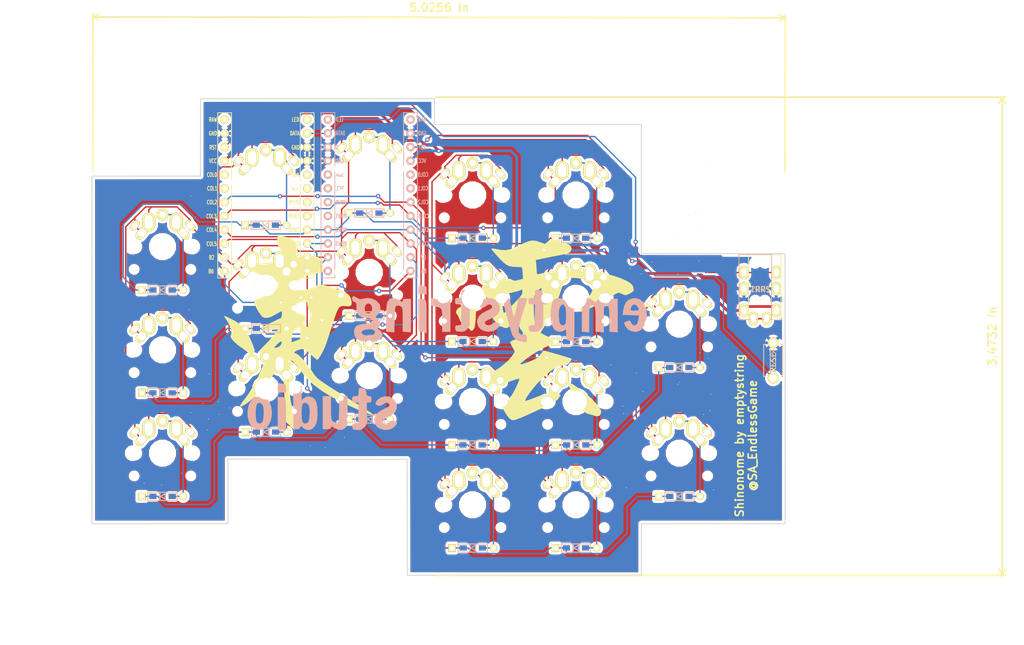
<source format=kicad_pcb>
(kicad_pcb (version 20171130) (host pcbnew "(5.0.0)")
  (layers (0 F.Cu signal) (31 B.Cu signal) (34 B.Paste user hide) (35 F.Paste user hide) (36 B.SilkS user) (37 F.SilkS user) (38 B.Mask user) (39 F.Mask user) (44 Edge.Cuts user))
  (net 0 "")
  (net 1 row0)
  (net 2 "Net-(D1-Pad2)")
  (net 3 row1)
  (net 4 "Net-(D2-Pad2)")
  (net 5 row2)
  (net 6 "Net-(D3-Pad2)")
  (net 7 "Net-(D4-Pad2)")
  (net 8 "Net-(D5-Pad2)")
  (net 9 "Net-(D6-Pad2)")
  (net 10 "Net-(D7-Pad2)")
  (net 11 "Net-(D8-Pad2)")
  (net 12 "Net-(D9-Pad2)")
  (net 13 "Net-(D10-Pad2)")
  (net 14 "Net-(D11-Pad2)")
  (net 15 "Net-(D12-Pad2)")
  (net 16 row3)
  (net 17 "Net-(D13-Pad2)")
  (net 18 "Net-(D14-Pad2)")
  (net 19 "Net-(D15-Pad2)")
  (net 20 "Net-(D16-Pad2)")
  (net 21 "Net-(D17-Pad2)")
  (net 22 "Net-(D18-Pad2)")
  (net 23 "Net-(D19-Pad2)")
  (net 24 VCC)
  (net 25 "Net-(J1-PadA)")
  (net 26 GND)
  (net 27 data)
  (net 28 col0)
  (net 29 col1)
  (net 30 col2)
  (net 31 col3)
  (net 32 col4)
  (net 33 col5)
  (net 34 reset)
  (net 35 "Net-(U1-Pad1)")
  (net 36 "Net-(U1-Pad5)")
  (net 37 "Net-(U1-Pad6)")
  (net 38 "Net-(U1-Pad7)")
  (net 39 "Net-(U1-Pad8)")
  (net 40 "Net-(U1-Pad19)")
  (net 41 "Net-(U1-Pad20)")
  (net 42 "Net-(U1-Pad24)")
  (net 43 "Net-(U2-Pad24)")
  (net 44 "Net-(U2-Pad20)")
  (net 45 "Net-(U2-Pad19)")
  (net 46 "Net-(U2-Pad8)")
  (net 47 "Net-(U2-Pad7)")
  (net 48 "Net-(U2-Pad6)")
  (net 49 "Net-(U2-Pad5)")
  (net 50 "Net-(U2-Pad1)")
  (module kbd:ProMicro_v2_Backside (layer B.Cu) (at 140.9 86.9 180)
    (fp_text reference U1 hide)
    (fp_text value ProMicro hide)
    (fp_text user ROW1 (at 5.25 -3.302 180) (layer B.SilkS) (effects (font (size 0.75 0.5) (thickness 0.125)) (justify mirror)))
    (fp_text user COL4 (at -9.95 -5.85 180) (layer B.SilkS) (effects (font (size 0.75 0.5) (thickness 0.125)) (justify mirror)))
    (fp_text user ROW2 (at 5.2 -5.85 180) (layer B.SilkS) (effects (font (size 0.75 0.5) (thickness 0.125)) (justify mirror)))
    (fp_text user COL5 (at -9.95 -8.4455 180) (layer B.SilkS) (effects (font (size 0.75 0.5) (thickness 0.125)) (justify mirror)))
    (fp_text user ROW3 (at 5.2 -8.4455 180) (layer B.SilkS) (effects (font (size 0.75 0.5) (thickness 0.125)) (justify mirror)))
    (fp_text user B2 (at -9.95 -10.95 180) (layer B.SilkS) (effects (font (size 0.75 0.5) (thickness 0.125)) (justify mirror)))
    (fp_text user B4 (at 5.2 -10.922 180) (layer B.SilkS) (effects (font (size 0.75 0.5) (thickness 0.125)) (justify mirror)))
    (fp_text user B5 (at 5.2 -13.5255 180) (layer B.SilkS) (effects (font (size 0.75 0.5) (thickness 0.125)) (justify mirror)))
    (fp_text user B6 (at -10.05 -13.5 180) (layer B.SilkS) (effects (font (size 0.75 0.5) (thickness 0.125)) (justify mirror)))
    (fp_text user COL0 (at -9.9 4.3 180) (layer B.SilkS) (effects (font (size 0.75 0.5) (thickness 0.125)) (justify mirror)))
    (fp_text user SDA (at 5.461 4.318 180) (layer B.SilkS) (effects (font (size 0.75 0.5) (thickness 0.125)) (justify mirror)))
    (fp_text user COL1 (at -9.85 1.778 180) (layer B.SilkS) (effects (font (size 0.75 0.5) (thickness 0.125)) (justify mirror)))
    (fp_text user SCL (at 5.461 1.778 180) (layer B.SilkS) (effects (font (size 0.75 0.5) (thickness 0.125)) (justify mirror)))
    (fp_text user COL2 (at -9.9 -0.762 180) (layer B.SilkS) (effects (font (size 0.75 0.5) (thickness 0.125)) (justify mirror)))
    (fp_text user ROW0 (at 5.2 -0.8 180) (layer B.SilkS) (effects (font (size 0.75 0.5) (thickness 0.125)) (justify mirror)))
    (fp_text user COL3 (at -10 -3.35 180) (layer B.SilkS) (effects (font (size 0.75 0.5) (thickness 0.125)) (justify mirror)))
    (fp_text user GND (at 5.461 6.7945 180) (layer B.SilkS) (effects (font (size 0.75 0.5) (thickness 0.125)) (justify mirror)))
    (fp_text user VCC (at -9.7155 6.858 180) (layer B.SilkS) (effects (font (size 0.75 0.5) (thickness 0.125)) (justify mirror)))
    (fp_text user GND (at 5.5245 9.3345 180) (layer B.SilkS) (effects (font (size 0.75 0.5) (thickness 0.125)) (justify mirror)))
    (fp_text user RST (at -9.7155 9.3345 180) (layer B.SilkS) (effects (font (size 0.75 0.5) (thickness 0.125)) (justify mirror)))
    (fp_text user DATA (at 5.35 11.95 180) (layer B.SilkS) (effects (font (size 0.75 0.5) (thickness 0.125)) (justify mirror)))
    (fp_text user GND (at -9.7155 11.938 180) (layer B.SilkS) (effects (font (size 0.75 0.5) (thickness 0.125)) (justify mirror)))
    (fp_text user LED (at 5.5 14.478 180) (layer B.SilkS) (effects (font (size 0.75 0.5) (thickness 0.125)) (justify mirror)))
    (fp_text user RAW (at -9.7155 14.478 180) (layer B.SilkS) (effects (font (size 0.75 0.5) (thickness 0.125)) (justify mirror)))
    (fp_text user "" (at -1.2065 16.256 180) (layer F.SilkS))
    (fp_text user "" (at -0.5 17.25 180) (layer B.SilkS) (effects (justify mirror)))
    (fp_text user "" (at 0.0508 7.493 180) (layer F.SilkS))
    (pad 24 thru_hole circle (at -7.5636 14.478 180) (size 1.524 1.524) (drill 0.8128) (layers *.Cu *.Mask B.SilkS) (net 42 "Net-(U1-Pad24)"))
    (pad 23 thru_hole circle (at -7.5636 11.938 180) (size 1.524 1.524) (drill 0.8128) (layers *.Cu *.Mask B.SilkS) (net 26 GND))
    (pad 22 thru_hole circle (at -7.5636 9.398 180) (size 1.524 1.524) (drill 0.8128) (layers *.Cu *.Mask B.SilkS) (net 34 reset))
    (pad 21 thru_hole circle (at -7.5636 6.858 180) (size 1.524 1.524) (drill 0.8128) (layers *.Cu *.Mask B.SilkS) (net 24 VCC))
    (pad 20 thru_hole circle (at -7.5636 4.318 180) (size 1.524 1.524) (drill 0.8128) (layers *.Cu *.Mask B.SilkS) (net 41 "Net-(U1-Pad20)"))
    (pad 19 thru_hole circle (at -7.5636 1.778 180) (size 1.524 1.524) (drill 0.8128) (layers *.Cu *.Mask B.SilkS) (net 40 "Net-(U1-Pad19)"))
    (pad 18 thru_hole circle (at -7.5636 -0.762 180) (size 1.524 1.524) (drill 0.8128) (layers *.Cu *.Mask B.SilkS) (net 33 col5))
    (pad 17 thru_hole circle (at -7.5636 -3.302 180) (size 1.524 1.524) (drill 0.8128) (layers *.Cu *.Mask B.SilkS) (net 32 col4))
    (pad 16 thru_hole circle (at -7.5636 -5.842 180) (size 1.524 1.524) (drill 0.8128) (layers *.Cu *.Mask B.SilkS) (net 31 col3))
    (pad 15 thru_hole circle (at -7.5636 -8.382 180) (size 1.524 1.524) (drill 0.8128) (layers *.Cu *.Mask B.SilkS) (net 30 col2))
    (pad 14 thru_hole circle (at -7.5636 -10.922 180) (size 1.524 1.524) (drill 0.8128) (layers *.Cu *.Mask B.SilkS) (net 29 col1))
    (pad 13 thru_hole circle (at -7.5636 -13.462 180) (size 1.524 1.524) (drill 0.8128) (layers *.Cu *.Mask B.SilkS) (net 28 col0))
    (pad 12 thru_hole circle (at 7.6564 -13.462 180) (size 1.524 1.524) (drill 0.8128) (layers *.Cu *.Mask B.SilkS) (net 16 row3))
    (pad 11 thru_hole circle (at 7.6564 -10.922 180) (size 1.524 1.524) (drill 0.8128) (layers *.Cu *.Mask B.SilkS) (net 5 row2))
    (pad 10 thru_hole circle (at 7.6564 -8.382 180) (size 1.524 1.524) (drill 0.8128) (layers *.Cu *.Mask B.SilkS) (net 3 row1))
    (pad 9 thru_hole circle (at 7.6564 -5.842 180) (size 1.524 1.524) (drill 0.8128) (layers *.Cu *.Mask B.SilkS) (net 1 row0))
    (pad 8 thru_hole circle (at 7.6564 -3.302 180) (size 1.524 1.524) (drill 0.8128) (layers *.Cu *.Mask B.SilkS) (net 39 "Net-(U1-Pad8)"))
    (pad 7 thru_hole circle (at 7.6564 -0.762 180) (size 1.524 1.524) (drill 0.8128) (layers *.Cu *.Mask B.SilkS) (net 38 "Net-(U1-Pad7)"))
    (pad 6 thru_hole circle (at 7.6564 1.778 180) (size 1.524 1.524) (drill 0.8128) (layers *.Cu *.Mask B.SilkS) (net 37 "Net-(U1-Pad6)"))
    (pad 5 thru_hole circle (at 7.6564 4.318 180) (size 1.524 1.524) (drill 0.8128) (layers *.Cu *.Mask B.SilkS) (net 36 "Net-(U1-Pad5)"))
    (pad 4 thru_hole circle (at 7.6564 6.858 180) (size 1.524 1.524) (drill 0.8128) (layers *.Cu *.Mask B.SilkS) (net 26 GND))
    (pad 3 thru_hole circle (at 7.6564 9.398 180) (size 1.524 1.524) (drill 0.8128) (layers *.Cu *.Mask B.SilkS) (net 26 GND))
    (pad 2 thru_hole circle (at 7.6564 11.938 180) (size 1.524 1.524) (drill 0.8128) (layers *.Cu *.Mask B.SilkS) (net 27 data))
    (pad 1 thru_hole circle (at 7.6564 14.478 180) (size 1.524 1.524) (drill 0.8128) (layers *.Cu *.Mask B.SilkS) (net 35 "Net-(U1-Pad1)"))
  )
  (module kbd:ProMicro_v2_Backside (layer F.Cu) (at 121.77 86.92)
    (fp_text reference U2 hide)
    (fp_text value ProMicro hide)
    (fp_text user ROW1 (at 5.25 3.302) (layer F.SilkS) (effects (font (size 0.75 0.5) (thickness 0.125))))
    (fp_text user COL4 (at -9.95 5.85) (layer F.SilkS) (effects (font (size 0.75 0.5) (thickness 0.125))))
    (fp_text user ROW2 (at 5.2 5.85) (layer F.SilkS) (effects (font (size 0.75 0.5) (thickness 0.125))))
    (fp_text user COL5 (at -9.95 8.4455) (layer F.SilkS) (effects (font (size 0.75 0.5) (thickness 0.125))))
    (fp_text user ROW3 (at 5.2 8.4455) (layer F.SilkS) (effects (font (size 0.75 0.5) (thickness 0.125))))
    (fp_text user B2 (at -9.95 10.95) (layer F.SilkS) (effects (font (size 0.75 0.5) (thickness 0.125))))
    (fp_text user B4 (at 5.2 10.922) (layer F.SilkS) (effects (font (size 0.75 0.5) (thickness 0.125))))
    (fp_text user B5 (at 5.2 13.5255) (layer F.SilkS) (effects (font (size 0.75 0.5) (thickness 0.125))))
    (fp_text user B6 (at -10.05 13.5) (layer F.SilkS) (effects (font (size 0.75 0.5) (thickness 0.125))))
    (fp_text user COL0 (at -9.9 -4.3) (layer F.SilkS) (effects (font (size 0.75 0.5) (thickness 0.125))))
    (fp_text user SDA (at 5.461 -4.318) (layer F.SilkS) (effects (font (size 0.75 0.5) (thickness 0.125))))
    (fp_text user COL1 (at -9.85 -1.778) (layer F.SilkS) (effects (font (size 0.75 0.5) (thickness 0.125))))
    (fp_text user SCL (at 5.461 -1.778) (layer F.SilkS) (effects (font (size 0.75 0.5) (thickness 0.125))))
    (fp_text user COL2 (at -9.9 0.762) (layer F.SilkS) (effects (font (size 0.75 0.5) (thickness 0.125))))
    (fp_text user ROW0 (at 5.2 0.8) (layer F.SilkS) (effects (font (size 0.75 0.5) (thickness 0.125))))
    (fp_text user COL3 (at -10 3.35) (layer F.SilkS) (effects (font (size 0.75 0.5) (thickness 0.125))))
    (fp_text user GND (at 5.461 -6.7945) (layer F.SilkS) (effects (font (size 0.75 0.5) (thickness 0.125))))
    (fp_text user VCC (at -9.7155 -6.858) (layer F.SilkS) (effects (font (size 0.75 0.5) (thickness 0.125))))
    (fp_text user GND (at 5.5245 -9.3345) (layer F.SilkS) (effects (font (size 0.75 0.5) (thickness 0.125))))
    (fp_text user RST (at -9.7155 -9.3345) (layer F.SilkS) (effects (font (size 0.75 0.5) (thickness 0.125))))
    (fp_text user DATA (at 5.35 -11.95) (layer F.SilkS) (effects (font (size 0.75 0.5) (thickness 0.125))))
    (fp_text user GND (at -9.7155 -11.938) (layer F.SilkS) (effects (font (size 0.75 0.5) (thickness 0.125))))
    (fp_text user LED (at 5.5 -14.478) (layer F.SilkS) (effects (font (size 0.75 0.5) (thickness 0.125))))
    (fp_text user RAW (at -9.7155 -14.478) (layer F.SilkS) (effects (font (size 0.75 0.5) (thickness 0.125))))
    (fp_text user "" (at -1.2065 -16.256) (layer B.SilkS) (effects (justify mirror)))
    (fp_text user "" (at -0.5 -17.25) (layer F.SilkS))
    (fp_text user "" (at 0.0508 -7.493) (layer B.SilkS) (effects (justify mirror)))
    (pad 24 thru_hole circle (at -7.5636 -14.478) (size 1.524 1.524) (drill 0.8128) (layers *.Cu *.Mask F.SilkS) (net 43 "Net-(U2-Pad24)"))
    (pad 23 thru_hole circle (at -7.5636 -11.938) (size 1.524 1.524) (drill 0.8128) (layers *.Cu *.Mask F.SilkS) (net 26 GND))
    (pad 22 thru_hole circle (at -7.5636 -9.398) (size 1.524 1.524) (drill 0.8128) (layers *.Cu *.Mask F.SilkS) (net 34 reset))
    (pad 21 thru_hole circle (at -7.5636 -6.858) (size 1.524 1.524) (drill 0.8128) (layers *.Cu *.Mask F.SilkS) (net 24 VCC))
    (pad 20 thru_hole circle (at -7.5636 -4.318) (size 1.524 1.524) (drill 0.8128) (layers *.Cu *.Mask F.SilkS) (net 44 "Net-(U2-Pad20)"))
    (pad 19 thru_hole circle (at -7.5636 -1.778) (size 1.524 1.524) (drill 0.8128) (layers *.Cu *.Mask F.SilkS) (net 45 "Net-(U2-Pad19)"))
    (pad 18 thru_hole circle (at -7.5636 0.762) (size 1.524 1.524) (drill 0.8128) (layers *.Cu *.Mask F.SilkS) (net 33 col5))
    (pad 17 thru_hole circle (at -7.5636 3.302) (size 1.524 1.524) (drill 0.8128) (layers *.Cu *.Mask F.SilkS) (net 32 col4))
    (pad 16 thru_hole circle (at -7.5636 5.842) (size 1.524 1.524) (drill 0.8128) (layers *.Cu *.Mask F.SilkS) (net 31 col3))
    (pad 15 thru_hole circle (at -7.5636 8.382) (size 1.524 1.524) (drill 0.8128) (layers *.Cu *.Mask F.SilkS) (net 30 col2))
    (pad 14 thru_hole circle (at -7.5636 10.922) (size 1.524 1.524) (drill 0.8128) (layers *.Cu *.Mask F.SilkS) (net 29 col1))
    (pad 13 thru_hole circle (at -7.5636 13.462) (size 1.524 1.524) (drill 0.8128) (layers *.Cu *.Mask F.SilkS) (net 28 col0))
    (pad 12 thru_hole circle (at 7.6564 13.462) (size 1.524 1.524) (drill 0.8128) (layers *.Cu *.Mask F.SilkS) (net 16 row3))
    (pad 11 thru_hole circle (at 7.6564 10.922) (size 1.524 1.524) (drill 0.8128) (layers *.Cu *.Mask F.SilkS) (net 5 row2))
    (pad 10 thru_hole circle (at 7.6564 8.382) (size 1.524 1.524) (drill 0.8128) (layers *.Cu *.Mask F.SilkS) (net 3 row1))
    (pad 9 thru_hole circle (at 7.6564 5.842) (size 1.524 1.524) (drill 0.8128) (layers *.Cu *.Mask F.SilkS) (net 1 row0))
    (pad 8 thru_hole circle (at 7.6564 3.302) (size 1.524 1.524) (drill 0.8128) (layers *.Cu *.Mask F.SilkS) (net 46 "Net-(U2-Pad8)"))
    (pad 7 thru_hole circle (at 7.6564 0.762) (size 1.524 1.524) (drill 0.8128) (layers *.Cu *.Mask F.SilkS) (net 47 "Net-(U2-Pad7)"))
    (pad 6 thru_hole circle (at 7.6564 -1.778) (size 1.524 1.524) (drill 0.8128) (layers *.Cu *.Mask F.SilkS) (net 48 "Net-(U2-Pad6)"))
    (pad 5 thru_hole circle (at 7.6564 -4.318) (size 1.524 1.524) (drill 0.8128) (layers *.Cu *.Mask F.SilkS) (net 49 "Net-(U2-Pad5)"))
    (pad 4 thru_hole circle (at 7.6564 -6.858) (size 1.524 1.524) (drill 0.8128) (layers *.Cu *.Mask F.SilkS) (net 26 GND))
    (pad 3 thru_hole circle (at 7.6564 -9.398) (size 1.524 1.524) (drill 0.8128) (layers *.Cu *.Mask F.SilkS) (net 26 GND))
    (pad 2 thru_hole circle (at 7.6564 -11.938) (size 1.524 1.524) (drill 0.8128) (layers *.Cu *.Mask F.SilkS) (net 27 data))
    (pad 1 thru_hole circle (at 7.6564 -14.478) (size 1.524 1.524) (drill 0.8128) (layers *.Cu *.Mask F.SilkS) (net 50 "Net-(U2-Pad1)"))
  )
  (module helix:MX_ALPS_PG1350_noLed (layer F.Cu) (at 102.76 95.86)
    (fp_text reference SW1 hide)
    (fp_text value SW_PUSH hide)
    (pad 1 thru_hole oval (at 5.1 -3.9 310) (size 2.2 1.25) (drill 1.2) (layers *.Cu *.Mask F.SilkS) (net 28 col0))
    (pad "" np_thru_hole circle (at 0 0 90) (size 4 4) (drill 4) (layers *.Cu *.Mask F.SilkS))
    (pad "" np_thru_hole circle (at -5.5 0 90) (size 1.9 1.9) (drill 1.9) (layers *.Cu *.Mask F.SilkS))
    (pad "" np_thru_hole circle (at 5.5 0 90) (size 1.9 1.9) (drill 1.9) (layers *.Cu *.Mask F.SilkS))
    (pad 1 thru_hole oval (at -5.1 -3.9 50) (size 2.2 1.25) (drill 1.2) (layers *.Cu *.Mask F.SilkS) (net 28 col0))
    (pad 2 thru_hole circle (at 0 -5.9 90) (size 2.2 2.2) (drill 1.2) (layers *.Cu *.Mask F.SilkS) (net 2 "Net-(D1-Pad2)"))
    (pad 2 thru_hole circle (at 2.54 -5.08) (size 2.4 2.4) (drill 1.5) (layers *.Cu *.Mask F.SilkS) (net 2 "Net-(D1-Pad2)"))
    (pad 1 thru_hole oval (at -3.81 -2.54 50) (size 2.8 1.55) (drill 1.5) (layers *.Cu *.Mask F.SilkS) (net 28 col0))
    (pad 1 thru_hole circle (at -2.54 -5.08) (size 2.4 2.4) (drill 1.5) (layers *.Cu *.Mask F.SilkS) (net 28 col0))
    (pad 2 thru_hole oval (at 3.81 -2.54 310) (size 2.8 1.55) (drill 1.5) (layers *.Cu *.Mask F.SilkS) (net 2 "Net-(D1-Pad2)"))
    (pad 2 thru_hole circle (at 2.54 -4.5) (size 2.4 2.4) (drill 1.5) (layers *.Cu *.Mask F.SilkS) (net 2 "Net-(D1-Pad2)"))
    (pad 2 thru_hole circle (at 2.54 -4) (size 2.4 2.4) (drill 1.5) (layers *.Cu *.Mask F.SilkS) (net 2 "Net-(D1-Pad2)"))
    (pad 1 thru_hole circle (at -2.54 -4) (size 2.4 2.4) (drill 1.5) (layers *.Cu *.Mask F.SilkS) (net 28 col0))
    (pad 1 thru_hole circle (at -2.54 -4.5) (size 2.4 2.4) (drill 1.5) (layers *.Cu *.Mask F.SilkS) (net 28 col0))
    (pad "" np_thru_hole circle (at 5.08 0) (size 1.7 1.7) (drill 1.7) (layers *.Cu *.Mask F.SilkS))
    (pad "" np_thru_hole circle (at -5.08 0) (size 1.7 1.7) (drill 1.7) (layers *.Cu *.Mask F.SilkS))
    (pad "" np_thru_hole circle (at 5.22 4.2) (size 1 1) (drill 1) (layers *.Cu *.Mask F.SilkS))
    (pad "" np_thru_hole circle (at -5.22 4.2) (size 1 1) (drill 1) (layers *.Cu *.Mask F.SilkS))
  )
  (module helix:MX_ALPS_PG1350_noLed (layer F.Cu) (at 102.76 114.91)
    (fp_text reference SW2 hide)
    (fp_text value SW_PUSH hide)
    (pad "" np_thru_hole circle (at -5.22 4.2) (size 1 1) (drill 1) (layers *.Cu *.Mask F.SilkS))
    (pad "" np_thru_hole circle (at 5.22 4.2) (size 1 1) (drill 1) (layers *.Cu *.Mask F.SilkS))
    (pad "" np_thru_hole circle (at -5.08 0) (size 1.7 1.7) (drill 1.7) (layers *.Cu *.Mask F.SilkS))
    (pad "" np_thru_hole circle (at 5.08 0) (size 1.7 1.7) (drill 1.7) (layers *.Cu *.Mask F.SilkS))
    (pad 1 thru_hole circle (at -2.54 -4.5) (size 2.4 2.4) (drill 1.5) (layers *.Cu *.Mask F.SilkS) (net 28 col0))
    (pad 1 thru_hole circle (at -2.54 -4) (size 2.4 2.4) (drill 1.5) (layers *.Cu *.Mask F.SilkS) (net 28 col0))
    (pad 2 thru_hole circle (at 2.54 -4) (size 2.4 2.4) (drill 1.5) (layers *.Cu *.Mask F.SilkS) (net 4 "Net-(D2-Pad2)"))
    (pad 2 thru_hole circle (at 2.54 -4.5) (size 2.4 2.4) (drill 1.5) (layers *.Cu *.Mask F.SilkS) (net 4 "Net-(D2-Pad2)"))
    (pad 2 thru_hole oval (at 3.81 -2.54 310) (size 2.8 1.55) (drill 1.5) (layers *.Cu *.Mask F.SilkS) (net 4 "Net-(D2-Pad2)"))
    (pad 1 thru_hole circle (at -2.54 -5.08) (size 2.4 2.4) (drill 1.5) (layers *.Cu *.Mask F.SilkS) (net 28 col0))
    (pad 1 thru_hole oval (at -3.81 -2.54 50) (size 2.8 1.55) (drill 1.5) (layers *.Cu *.Mask F.SilkS) (net 28 col0))
    (pad 2 thru_hole circle (at 2.54 -5.08) (size 2.4 2.4) (drill 1.5) (layers *.Cu *.Mask F.SilkS) (net 4 "Net-(D2-Pad2)"))
    (pad 2 thru_hole circle (at 0 -5.9 90) (size 2.2 2.2) (drill 1.2) (layers *.Cu *.Mask F.SilkS) (net 4 "Net-(D2-Pad2)"))
    (pad 1 thru_hole oval (at -5.1 -3.9 50) (size 2.2 1.25) (drill 1.2) (layers *.Cu *.Mask F.SilkS) (net 28 col0))
    (pad "" np_thru_hole circle (at 5.5 0 90) (size 1.9 1.9) (drill 1.9) (layers *.Cu *.Mask F.SilkS))
    (pad "" np_thru_hole circle (at -5.5 0 90) (size 1.9 1.9) (drill 1.9) (layers *.Cu *.Mask F.SilkS))
    (pad "" np_thru_hole circle (at 0 0 90) (size 4 4) (drill 4) (layers *.Cu *.Mask F.SilkS))
    (pad 1 thru_hole oval (at 5.1 -3.9 310) (size 2.2 1.25) (drill 1.2) (layers *.Cu *.Mask F.SilkS) (net 28 col0))
  )
  (module helix:MX_ALPS_PG1350_noLed (layer F.Cu) (at 198.01 133.96)
    (fp_text reference SW19 hide)
    (fp_text value SW_PUSH hide)
    (pad 1 thru_hole oval (at 5.1 -3.9 310) (size 2.2 1.25) (drill 1.2) (layers *.Cu *.Mask F.SilkS) (net 33 col5))
    (pad "" np_thru_hole circle (at 0 0 90) (size 4 4) (drill 4) (layers *.Cu *.Mask F.SilkS))
    (pad "" np_thru_hole circle (at -5.5 0 90) (size 1.9 1.9) (drill 1.9) (layers *.Cu *.Mask F.SilkS))
    (pad "" np_thru_hole circle (at 5.5 0 90) (size 1.9 1.9) (drill 1.9) (layers *.Cu *.Mask F.SilkS))
    (pad 1 thru_hole oval (at -5.1 -3.9 50) (size 2.2 1.25) (drill 1.2) (layers *.Cu *.Mask F.SilkS) (net 33 col5))
    (pad 2 thru_hole circle (at 0 -5.9 90) (size 2.2 2.2) (drill 1.2) (layers *.Cu *.Mask F.SilkS) (net 23 "Net-(D19-Pad2)"))
    (pad 2 thru_hole circle (at 2.54 -5.08) (size 2.4 2.4) (drill 1.5) (layers *.Cu *.Mask F.SilkS) (net 23 "Net-(D19-Pad2)"))
    (pad 1 thru_hole oval (at -3.81 -2.54 50) (size 2.8 1.55) (drill 1.5) (layers *.Cu *.Mask F.SilkS) (net 33 col5))
    (pad 1 thru_hole circle (at -2.54 -5.08) (size 2.4 2.4) (drill 1.5) (layers *.Cu *.Mask F.SilkS) (net 33 col5))
    (pad 2 thru_hole oval (at 3.81 -2.54 310) (size 2.8 1.55) (drill 1.5) (layers *.Cu *.Mask F.SilkS) (net 23 "Net-(D19-Pad2)"))
    (pad 2 thru_hole circle (at 2.54 -4.5) (size 2.4 2.4) (drill 1.5) (layers *.Cu *.Mask F.SilkS) (net 23 "Net-(D19-Pad2)"))
    (pad 2 thru_hole circle (at 2.54 -4) (size 2.4 2.4) (drill 1.5) (layers *.Cu *.Mask F.SilkS) (net 23 "Net-(D19-Pad2)"))
    (pad 1 thru_hole circle (at -2.54 -4) (size 2.4 2.4) (drill 1.5) (layers *.Cu *.Mask F.SilkS) (net 33 col5))
    (pad 1 thru_hole circle (at -2.54 -4.5) (size 2.4 2.4) (drill 1.5) (layers *.Cu *.Mask F.SilkS) (net 33 col5))
    (pad "" np_thru_hole circle (at 5.08 0) (size 1.7 1.7) (drill 1.7) (layers *.Cu *.Mask F.SilkS))
    (pad "" np_thru_hole circle (at -5.08 0) (size 1.7 1.7) (drill 1.7) (layers *.Cu *.Mask F.SilkS))
    (pad "" np_thru_hole circle (at 5.22 4.2) (size 1 1) (drill 1) (layers *.Cu *.Mask F.SilkS))
    (pad "" np_thru_hole circle (at -5.22 4.2) (size 1 1) (drill 1) (layers *.Cu *.Mask F.SilkS))
  )
  (module helix:MX_ALPS_PG1350_noLed (layer F.Cu) (at 198.01 110.15)
    (fp_text reference SW18 hide)
    (fp_text value SW_PUSH hide)
    (pad "" np_thru_hole circle (at -5.22 4.2) (size 1 1) (drill 1) (layers *.Cu *.Mask F.SilkS))
    (pad "" np_thru_hole circle (at 5.22 4.2) (size 1 1) (drill 1) (layers *.Cu *.Mask F.SilkS))
    (pad "" np_thru_hole circle (at -5.08 0) (size 1.7 1.7) (drill 1.7) (layers *.Cu *.Mask F.SilkS))
    (pad "" np_thru_hole circle (at 5.08 0) (size 1.7 1.7) (drill 1.7) (layers *.Cu *.Mask F.SilkS))
    (pad 1 thru_hole circle (at -2.54 -4.5) (size 2.4 2.4) (drill 1.5) (layers *.Cu *.Mask F.SilkS) (net 33 col5))
    (pad 1 thru_hole circle (at -2.54 -4) (size 2.4 2.4) (drill 1.5) (layers *.Cu *.Mask F.SilkS) (net 33 col5))
    (pad 2 thru_hole circle (at 2.54 -4) (size 2.4 2.4) (drill 1.5) (layers *.Cu *.Mask F.SilkS) (net 22 "Net-(D18-Pad2)"))
    (pad 2 thru_hole circle (at 2.54 -4.5) (size 2.4 2.4) (drill 1.5) (layers *.Cu *.Mask F.SilkS) (net 22 "Net-(D18-Pad2)"))
    (pad 2 thru_hole oval (at 3.81 -2.54 310) (size 2.8 1.55) (drill 1.5) (layers *.Cu *.Mask F.SilkS) (net 22 "Net-(D18-Pad2)"))
    (pad 1 thru_hole circle (at -2.54 -5.08) (size 2.4 2.4) (drill 1.5) (layers *.Cu *.Mask F.SilkS) (net 33 col5))
    (pad 1 thru_hole oval (at -3.81 -2.54 50) (size 2.8 1.55) (drill 1.5) (layers *.Cu *.Mask F.SilkS) (net 33 col5))
    (pad 2 thru_hole circle (at 2.54 -5.08) (size 2.4 2.4) (drill 1.5) (layers *.Cu *.Mask F.SilkS) (net 22 "Net-(D18-Pad2)"))
    (pad 2 thru_hole circle (at 0 -5.9 90) (size 2.2 2.2) (drill 1.2) (layers *.Cu *.Mask F.SilkS) (net 22 "Net-(D18-Pad2)"))
    (pad 1 thru_hole oval (at -5.1 -3.9 50) (size 2.2 1.25) (drill 1.2) (layers *.Cu *.Mask F.SilkS) (net 33 col5))
    (pad "" np_thru_hole circle (at 5.5 0 90) (size 1.9 1.9) (drill 1.9) (layers *.Cu *.Mask F.SilkS))
    (pad "" np_thru_hole circle (at -5.5 0 90) (size 1.9 1.9) (drill 1.9) (layers *.Cu *.Mask F.SilkS))
    (pad "" np_thru_hole circle (at 0 0 90) (size 4 4) (drill 4) (layers *.Cu *.Mask F.SilkS))
    (pad 1 thru_hole oval (at 5.1 -3.9 310) (size 2.2 1.25) (drill 1.2) (layers *.Cu *.Mask F.SilkS) (net 33 col5))
  )
  (module helix:MX_ALPS_PG1350_noLed (layer F.Cu) (at 178.96 143.48)
    (fp_text reference SW17 hide)
    (fp_text value SW_PUSH hide)
    (pad 1 thru_hole oval (at 5.1 -3.9 310) (size 2.2 1.25) (drill 1.2) (layers *.Cu *.Mask F.SilkS) (net 32 col4))
    (pad "" np_thru_hole circle (at 0 0 90) (size 4 4) (drill 4) (layers *.Cu *.Mask F.SilkS))
    (pad "" np_thru_hole circle (at -5.5 0 90) (size 1.9 1.9) (drill 1.9) (layers *.Cu *.Mask F.SilkS))
    (pad "" np_thru_hole circle (at 5.5 0 90) (size 1.9 1.9) (drill 1.9) (layers *.Cu *.Mask F.SilkS))
    (pad 1 thru_hole oval (at -5.1 -3.9 50) (size 2.2 1.25) (drill 1.2) (layers *.Cu *.Mask F.SilkS) (net 32 col4))
    (pad 2 thru_hole circle (at 0 -5.9 90) (size 2.2 2.2) (drill 1.2) (layers *.Cu *.Mask F.SilkS) (net 21 "Net-(D17-Pad2)"))
    (pad 2 thru_hole circle (at 2.54 -5.08) (size 2.4 2.4) (drill 1.5) (layers *.Cu *.Mask F.SilkS) (net 21 "Net-(D17-Pad2)"))
    (pad 1 thru_hole oval (at -3.81 -2.54 50) (size 2.8 1.55) (drill 1.5) (layers *.Cu *.Mask F.SilkS) (net 32 col4))
    (pad 1 thru_hole circle (at -2.54 -5.08) (size 2.4 2.4) (drill 1.5) (layers *.Cu *.Mask F.SilkS) (net 32 col4))
    (pad 2 thru_hole oval (at 3.81 -2.54 310) (size 2.8 1.55) (drill 1.5) (layers *.Cu *.Mask F.SilkS) (net 21 "Net-(D17-Pad2)"))
    (pad 2 thru_hole circle (at 2.54 -4.5) (size 2.4 2.4) (drill 1.5) (layers *.Cu *.Mask F.SilkS) (net 21 "Net-(D17-Pad2)"))
    (pad 2 thru_hole circle (at 2.54 -4) (size 2.4 2.4) (drill 1.5) (layers *.Cu *.Mask F.SilkS) (net 21 "Net-(D17-Pad2)"))
    (pad 1 thru_hole circle (at -2.54 -4) (size 2.4 2.4) (drill 1.5) (layers *.Cu *.Mask F.SilkS) (net 32 col4))
    (pad 1 thru_hole circle (at -2.54 -4.5) (size 2.4 2.4) (drill 1.5) (layers *.Cu *.Mask F.SilkS) (net 32 col4))
    (pad "" np_thru_hole circle (at 5.08 0) (size 1.7 1.7) (drill 1.7) (layers *.Cu *.Mask F.SilkS))
    (pad "" np_thru_hole circle (at -5.08 0) (size 1.7 1.7) (drill 1.7) (layers *.Cu *.Mask F.SilkS))
    (pad "" np_thru_hole circle (at 5.22 4.2) (size 1 1) (drill 1) (layers *.Cu *.Mask F.SilkS))
    (pad "" np_thru_hole circle (at -5.22 4.2) (size 1 1) (drill 1) (layers *.Cu *.Mask F.SilkS))
  )
  (module helix:MX_ALPS_PG1350_noLed (layer F.Cu) (at 178.96 124.44)
    (fp_text reference SW16 hide)
    (fp_text value SW_PUSH hide)
    (pad "" np_thru_hole circle (at -5.22 4.2) (size 1 1) (drill 1) (layers *.Cu *.Mask F.SilkS))
    (pad "" np_thru_hole circle (at 5.22 4.2) (size 1 1) (drill 1) (layers *.Cu *.Mask F.SilkS))
    (pad "" np_thru_hole circle (at -5.08 0) (size 1.7 1.7) (drill 1.7) (layers *.Cu *.Mask F.SilkS))
    (pad "" np_thru_hole circle (at 5.08 0) (size 1.7 1.7) (drill 1.7) (layers *.Cu *.Mask F.SilkS))
    (pad 1 thru_hole circle (at -2.54 -4.5) (size 2.4 2.4) (drill 1.5) (layers *.Cu *.Mask F.SilkS) (net 32 col4))
    (pad 1 thru_hole circle (at -2.54 -4) (size 2.4 2.4) (drill 1.5) (layers *.Cu *.Mask F.SilkS) (net 32 col4))
    (pad 2 thru_hole circle (at 2.54 -4) (size 2.4 2.4) (drill 1.5) (layers *.Cu *.Mask F.SilkS) (net 20 "Net-(D16-Pad2)"))
    (pad 2 thru_hole circle (at 2.54 -4.5) (size 2.4 2.4) (drill 1.5) (layers *.Cu *.Mask F.SilkS) (net 20 "Net-(D16-Pad2)"))
    (pad 2 thru_hole oval (at 3.81 -2.54 310) (size 2.8 1.55) (drill 1.5) (layers *.Cu *.Mask F.SilkS) (net 20 "Net-(D16-Pad2)"))
    (pad 1 thru_hole circle (at -2.54 -5.08) (size 2.4 2.4) (drill 1.5) (layers *.Cu *.Mask F.SilkS) (net 32 col4))
    (pad 1 thru_hole oval (at -3.81 -2.54 50) (size 2.8 1.55) (drill 1.5) (layers *.Cu *.Mask F.SilkS) (net 32 col4))
    (pad 2 thru_hole circle (at 2.54 -5.08) (size 2.4 2.4) (drill 1.5) (layers *.Cu *.Mask F.SilkS) (net 20 "Net-(D16-Pad2)"))
    (pad 2 thru_hole circle (at 0 -5.9 90) (size 2.2 2.2) (drill 1.2) (layers *.Cu *.Mask F.SilkS) (net 20 "Net-(D16-Pad2)"))
    (pad 1 thru_hole oval (at -5.1 -3.9 50) (size 2.2 1.25) (drill 1.2) (layers *.Cu *.Mask F.SilkS) (net 32 col4))
    (pad "" np_thru_hole circle (at 5.5 0 90) (size 1.9 1.9) (drill 1.9) (layers *.Cu *.Mask F.SilkS))
    (pad "" np_thru_hole circle (at -5.5 0 90) (size 1.9 1.9) (drill 1.9) (layers *.Cu *.Mask F.SilkS))
    (pad "" np_thru_hole circle (at 0 0 90) (size 4 4) (drill 4) (layers *.Cu *.Mask F.SilkS))
    (pad 1 thru_hole oval (at 5.1 -3.9 310) (size 2.2 1.25) (drill 1.2) (layers *.Cu *.Mask F.SilkS) (net 32 col4))
  )
  (module helix:MX_ALPS_PG1350_noLed (layer F.Cu) (at 178.96 105.38)
    (fp_text reference SW15 hide)
    (fp_text value SW_PUSH hide)
    (pad 1 thru_hole oval (at 5.1 -3.9 310) (size 2.2 1.25) (drill 1.2) (layers *.Cu *.Mask F.SilkS) (net 32 col4))
    (pad "" np_thru_hole circle (at 0 0 90) (size 4 4) (drill 4) (layers *.Cu *.Mask F.SilkS))
    (pad "" np_thru_hole circle (at -5.5 0 90) (size 1.9 1.9) (drill 1.9) (layers *.Cu *.Mask F.SilkS))
    (pad "" np_thru_hole circle (at 5.5 0 90) (size 1.9 1.9) (drill 1.9) (layers *.Cu *.Mask F.SilkS))
    (pad 1 thru_hole oval (at -5.1 -3.9 50) (size 2.2 1.25) (drill 1.2) (layers *.Cu *.Mask F.SilkS) (net 32 col4))
    (pad 2 thru_hole circle (at 0 -5.9 90) (size 2.2 2.2) (drill 1.2) (layers *.Cu *.Mask F.SilkS) (net 19 "Net-(D15-Pad2)"))
    (pad 2 thru_hole circle (at 2.54 -5.08) (size 2.4 2.4) (drill 1.5) (layers *.Cu *.Mask F.SilkS) (net 19 "Net-(D15-Pad2)"))
    (pad 1 thru_hole oval (at -3.81 -2.54 50) (size 2.8 1.55) (drill 1.5) (layers *.Cu *.Mask F.SilkS) (net 32 col4))
    (pad 1 thru_hole circle (at -2.54 -5.08) (size 2.4 2.4) (drill 1.5) (layers *.Cu *.Mask F.SilkS) (net 32 col4))
    (pad 2 thru_hole oval (at 3.81 -2.54 310) (size 2.8 1.55) (drill 1.5) (layers *.Cu *.Mask F.SilkS) (net 19 "Net-(D15-Pad2)"))
    (pad 2 thru_hole circle (at 2.54 -4.5) (size 2.4 2.4) (drill 1.5) (layers *.Cu *.Mask F.SilkS) (net 19 "Net-(D15-Pad2)"))
    (pad 2 thru_hole circle (at 2.54 -4) (size 2.4 2.4) (drill 1.5) (layers *.Cu *.Mask F.SilkS) (net 19 "Net-(D15-Pad2)"))
    (pad 1 thru_hole circle (at -2.54 -4) (size 2.4 2.4) (drill 1.5) (layers *.Cu *.Mask F.SilkS) (net 32 col4))
    (pad 1 thru_hole circle (at -2.54 -4.5) (size 2.4 2.4) (drill 1.5) (layers *.Cu *.Mask F.SilkS) (net 32 col4))
    (pad "" np_thru_hole circle (at 5.08 0) (size 1.7 1.7) (drill 1.7) (layers *.Cu *.Mask F.SilkS))
    (pad "" np_thru_hole circle (at -5.08 0) (size 1.7 1.7) (drill 1.7) (layers *.Cu *.Mask F.SilkS))
    (pad "" np_thru_hole circle (at 5.22 4.2) (size 1 1) (drill 1) (layers *.Cu *.Mask F.SilkS))
    (pad "" np_thru_hole circle (at -5.22 4.2) (size 1 1) (drill 1) (layers *.Cu *.Mask F.SilkS))
  )
  (module helix:MX_ALPS_PG1350_noLed (layer F.Cu) (at 178.96 86.34)
    (fp_text reference SW14 hide)
    (fp_text value SW_PUSH hide)
    (pad "" np_thru_hole circle (at -5.22 4.2) (size 1 1) (drill 1) (layers *.Cu *.Mask F.SilkS))
    (pad "" np_thru_hole circle (at 5.22 4.2) (size 1 1) (drill 1) (layers *.Cu *.Mask F.SilkS))
    (pad "" np_thru_hole circle (at -5.08 0) (size 1.7 1.7) (drill 1.7) (layers *.Cu *.Mask F.SilkS))
    (pad "" np_thru_hole circle (at 5.08 0) (size 1.7 1.7) (drill 1.7) (layers *.Cu *.Mask F.SilkS))
    (pad 1 thru_hole circle (at -2.54 -4.5) (size 2.4 2.4) (drill 1.5) (layers *.Cu *.Mask F.SilkS) (net 32 col4))
    (pad 1 thru_hole circle (at -2.54 -4) (size 2.4 2.4) (drill 1.5) (layers *.Cu *.Mask F.SilkS) (net 32 col4))
    (pad 2 thru_hole circle (at 2.54 -4) (size 2.4 2.4) (drill 1.5) (layers *.Cu *.Mask F.SilkS) (net 18 "Net-(D14-Pad2)"))
    (pad 2 thru_hole circle (at 2.54 -4.5) (size 2.4 2.4) (drill 1.5) (layers *.Cu *.Mask F.SilkS) (net 18 "Net-(D14-Pad2)"))
    (pad 2 thru_hole oval (at 3.81 -2.54 310) (size 2.8 1.55) (drill 1.5) (layers *.Cu *.Mask F.SilkS) (net 18 "Net-(D14-Pad2)"))
    (pad 1 thru_hole circle (at -2.54 -5.08) (size 2.4 2.4) (drill 1.5) (layers *.Cu *.Mask F.SilkS) (net 32 col4))
    (pad 1 thru_hole oval (at -3.81 -2.54 50) (size 2.8 1.55) (drill 1.5) (layers *.Cu *.Mask F.SilkS) (net 32 col4))
    (pad 2 thru_hole circle (at 2.54 -5.08) (size 2.4 2.4) (drill 1.5) (layers *.Cu *.Mask F.SilkS) (net 18 "Net-(D14-Pad2)"))
    (pad 2 thru_hole circle (at 0 -5.9 90) (size 2.2 2.2) (drill 1.2) (layers *.Cu *.Mask F.SilkS) (net 18 "Net-(D14-Pad2)"))
    (pad 1 thru_hole oval (at -5.1 -3.9 50) (size 2.2 1.25) (drill 1.2) (layers *.Cu *.Mask F.SilkS) (net 32 col4))
    (pad "" np_thru_hole circle (at 5.5 0 90) (size 1.9 1.9) (drill 1.9) (layers *.Cu *.Mask F.SilkS))
    (pad "" np_thru_hole circle (at -5.5 0 90) (size 1.9 1.9) (drill 1.9) (layers *.Cu *.Mask F.SilkS))
    (pad "" np_thru_hole circle (at 0 0 90) (size 4 4) (drill 4) (layers *.Cu *.Mask F.SilkS))
    (pad 1 thru_hole oval (at 5.1 -3.9 310) (size 2.2 1.25) (drill 1.2) (layers *.Cu *.Mask F.SilkS) (net 32 col4))
  )
  (module helix:MX_ALPS_PG1350_noLed (layer F.Cu) (at 159.91 143.48)
    (fp_text reference SW13 hide)
    (fp_text value SW_PUSH hide)
    (pad 1 thru_hole oval (at 5.1 -3.9 310) (size 2.2 1.25) (drill 1.2) (layers *.Cu *.Mask F.SilkS) (net 31 col3))
    (pad "" np_thru_hole circle (at 0 0 90) (size 4 4) (drill 4) (layers *.Cu *.Mask F.SilkS))
    (pad "" np_thru_hole circle (at -5.5 0 90) (size 1.9 1.9) (drill 1.9) (layers *.Cu *.Mask F.SilkS))
    (pad "" np_thru_hole circle (at 5.5 0 90) (size 1.9 1.9) (drill 1.9) (layers *.Cu *.Mask F.SilkS))
    (pad 1 thru_hole oval (at -5.1 -3.9 50) (size 2.2 1.25) (drill 1.2) (layers *.Cu *.Mask F.SilkS) (net 31 col3))
    (pad 2 thru_hole circle (at 0 -5.9 90) (size 2.2 2.2) (drill 1.2) (layers *.Cu *.Mask F.SilkS) (net 17 "Net-(D13-Pad2)"))
    (pad 2 thru_hole circle (at 2.54 -5.08) (size 2.4 2.4) (drill 1.5) (layers *.Cu *.Mask F.SilkS) (net 17 "Net-(D13-Pad2)"))
    (pad 1 thru_hole oval (at -3.81 -2.54 50) (size 2.8 1.55) (drill 1.5) (layers *.Cu *.Mask F.SilkS) (net 31 col3))
    (pad 1 thru_hole circle (at -2.54 -5.08) (size 2.4 2.4) (drill 1.5) (layers *.Cu *.Mask F.SilkS) (net 31 col3))
    (pad 2 thru_hole oval (at 3.81 -2.54 310) (size 2.8 1.55) (drill 1.5) (layers *.Cu *.Mask F.SilkS) (net 17 "Net-(D13-Pad2)"))
    (pad 2 thru_hole circle (at 2.54 -4.5) (size 2.4 2.4) (drill 1.5) (layers *.Cu *.Mask F.SilkS) (net 17 "Net-(D13-Pad2)"))
    (pad 2 thru_hole circle (at 2.54 -4) (size 2.4 2.4) (drill 1.5) (layers *.Cu *.Mask F.SilkS) (net 17 "Net-(D13-Pad2)"))
    (pad 1 thru_hole circle (at -2.54 -4) (size 2.4 2.4) (drill 1.5) (layers *.Cu *.Mask F.SilkS) (net 31 col3))
    (pad 1 thru_hole circle (at -2.54 -4.5) (size 2.4 2.4) (drill 1.5) (layers *.Cu *.Mask F.SilkS) (net 31 col3))
    (pad "" np_thru_hole circle (at 5.08 0) (size 1.7 1.7) (drill 1.7) (layers *.Cu *.Mask F.SilkS))
    (pad "" np_thru_hole circle (at -5.08 0) (size 1.7 1.7) (drill 1.7) (layers *.Cu *.Mask F.SilkS))
    (pad "" np_thru_hole circle (at 5.22 4.2) (size 1 1) (drill 1) (layers *.Cu *.Mask F.SilkS))
    (pad "" np_thru_hole circle (at -5.22 4.2) (size 1 1) (drill 1) (layers *.Cu *.Mask F.SilkS))
  )
  (module helix:MX_ALPS_PG1350_noLed (layer F.Cu) (at 159.91 124.44)
    (fp_text reference SW12 hide)
    (fp_text value SW_PUSH hide)
    (pad "" np_thru_hole circle (at -5.22 4.2) (size 1 1) (drill 1) (layers *.Cu *.Mask F.SilkS))
    (pad "" np_thru_hole circle (at 5.22 4.2) (size 1 1) (drill 1) (layers *.Cu *.Mask F.SilkS))
    (pad "" np_thru_hole circle (at -5.08 0) (size 1.7 1.7) (drill 1.7) (layers *.Cu *.Mask F.SilkS))
    (pad "" np_thru_hole circle (at 5.08 0) (size 1.7 1.7) (drill 1.7) (layers *.Cu *.Mask F.SilkS))
    (pad 1 thru_hole circle (at -2.54 -4.5) (size 2.4 2.4) (drill 1.5) (layers *.Cu *.Mask F.SilkS) (net 31 col3))
    (pad 1 thru_hole circle (at -2.54 -4) (size 2.4 2.4) (drill 1.5) (layers *.Cu *.Mask F.SilkS) (net 31 col3))
    (pad 2 thru_hole circle (at 2.54 -4) (size 2.4 2.4) (drill 1.5) (layers *.Cu *.Mask F.SilkS) (net 15 "Net-(D12-Pad2)"))
    (pad 2 thru_hole circle (at 2.54 -4.5) (size 2.4 2.4) (drill 1.5) (layers *.Cu *.Mask F.SilkS) (net 15 "Net-(D12-Pad2)"))
    (pad 2 thru_hole oval (at 3.81 -2.54 310) (size 2.8 1.55) (drill 1.5) (layers *.Cu *.Mask F.SilkS) (net 15 "Net-(D12-Pad2)"))
    (pad 1 thru_hole circle (at -2.54 -5.08) (size 2.4 2.4) (drill 1.5) (layers *.Cu *.Mask F.SilkS) (net 31 col3))
    (pad 1 thru_hole oval (at -3.81 -2.54 50) (size 2.8 1.55) (drill 1.5) (layers *.Cu *.Mask F.SilkS) (net 31 col3))
    (pad 2 thru_hole circle (at 2.54 -5.08) (size 2.4 2.4) (drill 1.5) (layers *.Cu *.Mask F.SilkS) (net 15 "Net-(D12-Pad2)"))
    (pad 2 thru_hole circle (at 0 -5.9 90) (size 2.2 2.2) (drill 1.2) (layers *.Cu *.Mask F.SilkS) (net 15 "Net-(D12-Pad2)"))
    (pad 1 thru_hole oval (at -5.1 -3.9 50) (size 2.2 1.25) (drill 1.2) (layers *.Cu *.Mask F.SilkS) (net 31 col3))
    (pad "" np_thru_hole circle (at 5.5 0 90) (size 1.9 1.9) (drill 1.9) (layers *.Cu *.Mask F.SilkS))
    (pad "" np_thru_hole circle (at -5.5 0 90) (size 1.9 1.9) (drill 1.9) (layers *.Cu *.Mask F.SilkS))
    (pad "" np_thru_hole circle (at 0 0 90) (size 4 4) (drill 4) (layers *.Cu *.Mask F.SilkS))
    (pad 1 thru_hole oval (at 5.1 -3.9 310) (size 2.2 1.25) (drill 1.2) (layers *.Cu *.Mask F.SilkS) (net 31 col3))
  )
  (module helix:MX_ALPS_PG1350_noLed (layer F.Cu) (at 159.91 105.38)
    (fp_text reference SW11 hide)
    (fp_text value SW_PUSH hide)
    (pad 1 thru_hole oval (at 5.1 -3.9 310) (size 2.2 1.25) (drill 1.2) (layers *.Cu *.Mask F.SilkS) (net 31 col3))
    (pad "" np_thru_hole circle (at 0 0 90) (size 4 4) (drill 4) (layers *.Cu *.Mask F.SilkS))
    (pad "" np_thru_hole circle (at -5.5 0 90) (size 1.9 1.9) (drill 1.9) (layers *.Cu *.Mask F.SilkS))
    (pad "" np_thru_hole circle (at 5.5 0 90) (size 1.9 1.9) (drill 1.9) (layers *.Cu *.Mask F.SilkS))
    (pad 1 thru_hole oval (at -5.1 -3.9 50) (size 2.2 1.25) (drill 1.2) (layers *.Cu *.Mask F.SilkS) (net 31 col3))
    (pad 2 thru_hole circle (at 0 -5.9 90) (size 2.2 2.2) (drill 1.2) (layers *.Cu *.Mask F.SilkS) (net 14 "Net-(D11-Pad2)"))
    (pad 2 thru_hole circle (at 2.54 -5.08) (size 2.4 2.4) (drill 1.5) (layers *.Cu *.Mask F.SilkS) (net 14 "Net-(D11-Pad2)"))
    (pad 1 thru_hole oval (at -3.81 -2.54 50) (size 2.8 1.55) (drill 1.5) (layers *.Cu *.Mask F.SilkS) (net 31 col3))
    (pad 1 thru_hole circle (at -2.54 -5.08) (size 2.4 2.4) (drill 1.5) (layers *.Cu *.Mask F.SilkS) (net 31 col3))
    (pad 2 thru_hole oval (at 3.81 -2.54 310) (size 2.8 1.55) (drill 1.5) (layers *.Cu *.Mask F.SilkS) (net 14 "Net-(D11-Pad2)"))
    (pad 2 thru_hole circle (at 2.54 -4.5) (size 2.4 2.4) (drill 1.5) (layers *.Cu *.Mask F.SilkS) (net 14 "Net-(D11-Pad2)"))
    (pad 2 thru_hole circle (at 2.54 -4) (size 2.4 2.4) (drill 1.5) (layers *.Cu *.Mask F.SilkS) (net 14 "Net-(D11-Pad2)"))
    (pad 1 thru_hole circle (at -2.54 -4) (size 2.4 2.4) (drill 1.5) (layers *.Cu *.Mask F.SilkS) (net 31 col3))
    (pad 1 thru_hole circle (at -2.54 -4.5) (size 2.4 2.4) (drill 1.5) (layers *.Cu *.Mask F.SilkS) (net 31 col3))
    (pad "" np_thru_hole circle (at 5.08 0) (size 1.7 1.7) (drill 1.7) (layers *.Cu *.Mask F.SilkS))
    (pad "" np_thru_hole circle (at -5.08 0) (size 1.7 1.7) (drill 1.7) (layers *.Cu *.Mask F.SilkS))
    (pad "" np_thru_hole circle (at 5.22 4.2) (size 1 1) (drill 1) (layers *.Cu *.Mask F.SilkS))
    (pad "" np_thru_hole circle (at -5.22 4.2) (size 1 1) (drill 1) (layers *.Cu *.Mask F.SilkS))
  )
  (module helix:MX_ALPS_PG1350_noLed (layer F.Cu) (at 159.91 86.34)
    (fp_text reference SW10 hide)
    (fp_text value SW_PUSH hide)
    (pad "" np_thru_hole circle (at -5.22 4.2) (size 1 1) (drill 1) (layers *.Cu *.Mask F.SilkS))
    (pad "" np_thru_hole circle (at 5.22 4.2) (size 1 1) (drill 1) (layers *.Cu *.Mask F.SilkS))
    (pad "" np_thru_hole circle (at -5.08 0) (size 1.7 1.7) (drill 1.7) (layers *.Cu *.Mask F.SilkS))
    (pad "" np_thru_hole circle (at 5.08 0) (size 1.7 1.7) (drill 1.7) (layers *.Cu *.Mask F.SilkS))
    (pad 1 thru_hole circle (at -2.54 -4.5) (size 2.4 2.4) (drill 1.5) (layers *.Cu *.Mask F.SilkS) (net 31 col3))
    (pad 1 thru_hole circle (at -2.54 -4) (size 2.4 2.4) (drill 1.5) (layers *.Cu *.Mask F.SilkS) (net 31 col3))
    (pad 2 thru_hole circle (at 2.54 -4) (size 2.4 2.4) (drill 1.5) (layers *.Cu *.Mask F.SilkS) (net 13 "Net-(D10-Pad2)"))
    (pad 2 thru_hole circle (at 2.54 -4.5) (size 2.4 2.4) (drill 1.5) (layers *.Cu *.Mask F.SilkS) (net 13 "Net-(D10-Pad2)"))
    (pad 2 thru_hole oval (at 3.81 -2.54 310) (size 2.8 1.55) (drill 1.5) (layers *.Cu *.Mask F.SilkS) (net 13 "Net-(D10-Pad2)"))
    (pad 1 thru_hole circle (at -2.54 -5.08) (size 2.4 2.4) (drill 1.5) (layers *.Cu *.Mask F.SilkS) (net 31 col3))
    (pad 1 thru_hole oval (at -3.81 -2.54 50) (size 2.8 1.55) (drill 1.5) (layers *.Cu *.Mask F.SilkS) (net 31 col3))
    (pad 2 thru_hole circle (at 2.54 -5.08) (size 2.4 2.4) (drill 1.5) (layers *.Cu *.Mask F.SilkS) (net 13 "Net-(D10-Pad2)"))
    (pad 2 thru_hole circle (at 0 -5.9 90) (size 2.2 2.2) (drill 1.2) (layers *.Cu *.Mask F.SilkS) (net 13 "Net-(D10-Pad2)"))
    (pad 1 thru_hole oval (at -5.1 -3.9 50) (size 2.2 1.25) (drill 1.2) (layers *.Cu *.Mask F.SilkS) (net 31 col3))
    (pad "" np_thru_hole circle (at 5.5 0 90) (size 1.9 1.9) (drill 1.9) (layers *.Cu *.Mask F.SilkS))
    (pad "" np_thru_hole circle (at -5.5 0 90) (size 1.9 1.9) (drill 1.9) (layers *.Cu *.Mask F.SilkS))
    (pad "" np_thru_hole circle (at 0 0 90) (size 4 4) (drill 4) (layers *.Cu *.Mask F.SilkS))
    (pad 1 thru_hole oval (at 5.1 -3.9 310) (size 2.2 1.25) (drill 1.2) (layers *.Cu *.Mask F.SilkS) (net 31 col3))
  )
  (module helix:MX_ALPS_PG1350_noLed (layer F.Cu) (at 140.86 119.67)
    (fp_text reference SW9 hide)
    (fp_text value SW_PUSH hide)
    (pad 1 thru_hole oval (at 5.1 -3.9 310) (size 2.2 1.25) (drill 1.2) (layers *.Cu *.Mask F.SilkS) (net 30 col2))
    (pad "" np_thru_hole circle (at 0 0 90) (size 4 4) (drill 4) (layers *.Cu *.Mask F.SilkS))
    (pad "" np_thru_hole circle (at -5.5 0 90) (size 1.9 1.9) (drill 1.9) (layers *.Cu *.Mask F.SilkS))
    (pad "" np_thru_hole circle (at 5.5 0 90) (size 1.9 1.9) (drill 1.9) (layers *.Cu *.Mask F.SilkS))
    (pad 1 thru_hole oval (at -5.1 -3.9 50) (size 2.2 1.25) (drill 1.2) (layers *.Cu *.Mask F.SilkS) (net 30 col2))
    (pad 2 thru_hole circle (at 0 -5.9 90) (size 2.2 2.2) (drill 1.2) (layers *.Cu *.Mask F.SilkS) (net 12 "Net-(D9-Pad2)"))
    (pad 2 thru_hole circle (at 2.54 -5.08) (size 2.4 2.4) (drill 1.5) (layers *.Cu *.Mask F.SilkS) (net 12 "Net-(D9-Pad2)"))
    (pad 1 thru_hole oval (at -3.81 -2.54 50) (size 2.8 1.55) (drill 1.5) (layers *.Cu *.Mask F.SilkS) (net 30 col2))
    (pad 1 thru_hole circle (at -2.54 -5.08) (size 2.4 2.4) (drill 1.5) (layers *.Cu *.Mask F.SilkS) (net 30 col2))
    (pad 2 thru_hole oval (at 3.81 -2.54 310) (size 2.8 1.55) (drill 1.5) (layers *.Cu *.Mask F.SilkS) (net 12 "Net-(D9-Pad2)"))
    (pad 2 thru_hole circle (at 2.54 -4.5) (size 2.4 2.4) (drill 1.5) (layers *.Cu *.Mask F.SilkS) (net 12 "Net-(D9-Pad2)"))
    (pad 2 thru_hole circle (at 2.54 -4) (size 2.4 2.4) (drill 1.5) (layers *.Cu *.Mask F.SilkS) (net 12 "Net-(D9-Pad2)"))
    (pad 1 thru_hole circle (at -2.54 -4) (size 2.4 2.4) (drill 1.5) (layers *.Cu *.Mask F.SilkS) (net 30 col2))
    (pad 1 thru_hole circle (at -2.54 -4.5) (size 2.4 2.4) (drill 1.5) (layers *.Cu *.Mask F.SilkS) (net 30 col2))
    (pad "" np_thru_hole circle (at 5.08 0) (size 1.7 1.7) (drill 1.7) (layers *.Cu *.Mask F.SilkS))
    (pad "" np_thru_hole circle (at -5.08 0) (size 1.7 1.7) (drill 1.7) (layers *.Cu *.Mask F.SilkS))
    (pad "" np_thru_hole circle (at 5.22 4.2) (size 1 1) (drill 1) (layers *.Cu *.Mask F.SilkS))
    (pad "" np_thru_hole circle (at -5.22 4.2) (size 1 1) (drill 1) (layers *.Cu *.Mask F.SilkS))
  )
  (module helix:MX_ALPS_PG1350_noLed (layer F.Cu) (at 140.86 100.62)
    (fp_text reference SW8 hide)
    (fp_text value SW_PUSH hide)
    (pad "" np_thru_hole circle (at -5.22 4.2) (size 1 1) (drill 1) (layers *.Cu *.Mask F.SilkS))
    (pad "" np_thru_hole circle (at 5.22 4.2) (size 1 1) (drill 1) (layers *.Cu *.Mask F.SilkS))
    (pad "" np_thru_hole circle (at -5.08 0) (size 1.7 1.7) (drill 1.7) (layers *.Cu *.Mask F.SilkS))
    (pad "" np_thru_hole circle (at 5.08 0) (size 1.7 1.7) (drill 1.7) (layers *.Cu *.Mask F.SilkS))
    (pad 1 thru_hole circle (at -2.54 -4.5) (size 2.4 2.4) (drill 1.5) (layers *.Cu *.Mask F.SilkS) (net 30 col2))
    (pad 1 thru_hole circle (at -2.54 -4) (size 2.4 2.4) (drill 1.5) (layers *.Cu *.Mask F.SilkS) (net 30 col2))
    (pad 2 thru_hole circle (at 2.54 -4) (size 2.4 2.4) (drill 1.5) (layers *.Cu *.Mask F.SilkS) (net 11 "Net-(D8-Pad2)"))
    (pad 2 thru_hole circle (at 2.54 -4.5) (size 2.4 2.4) (drill 1.5) (layers *.Cu *.Mask F.SilkS) (net 11 "Net-(D8-Pad2)"))
    (pad 2 thru_hole oval (at 3.81 -2.54 310) (size 2.8 1.55) (drill 1.5) (layers *.Cu *.Mask F.SilkS) (net 11 "Net-(D8-Pad2)"))
    (pad 1 thru_hole circle (at -2.54 -5.08) (size 2.4 2.4) (drill 1.5) (layers *.Cu *.Mask F.SilkS) (net 30 col2))
    (pad 1 thru_hole oval (at -3.81 -2.54 50) (size 2.8 1.55) (drill 1.5) (layers *.Cu *.Mask F.SilkS) (net 30 col2))
    (pad 2 thru_hole circle (at 2.54 -5.08) (size 2.4 2.4) (drill 1.5) (layers *.Cu *.Mask F.SilkS) (net 11 "Net-(D8-Pad2)"))
    (pad 2 thru_hole circle (at 0 -5.9 90) (size 2.2 2.2) (drill 1.2) (layers *.Cu *.Mask F.SilkS) (net 11 "Net-(D8-Pad2)"))
    (pad 1 thru_hole oval (at -5.1 -3.9 50) (size 2.2 1.25) (drill 1.2) (layers *.Cu *.Mask F.SilkS) (net 30 col2))
    (pad "" np_thru_hole circle (at 5.5 0 90) (size 1.9 1.9) (drill 1.9) (layers *.Cu *.Mask F.SilkS))
    (pad "" np_thru_hole circle (at -5.5 0 90) (size 1.9 1.9) (drill 1.9) (layers *.Cu *.Mask F.SilkS))
    (pad "" np_thru_hole circle (at 0 0 90) (size 4 4) (drill 4) (layers *.Cu *.Mask F.SilkS))
    (pad 1 thru_hole oval (at 5.1 -3.9 310) (size 2.2 1.25) (drill 1.2) (layers *.Cu *.Mask F.SilkS) (net 30 col2))
  )
  (module helix:MX_ALPS_PG1350_noLed (layer F.Cu) (at 140.86 81.57)
    (fp_text reference SW7 hide)
    (fp_text value SW_PUSH hide)
    (pad 1 thru_hole oval (at 5.1 -3.9 310) (size 2.2 1.25) (drill 1.2) (layers *.Cu *.Mask F.SilkS) (net 30 col2))
    (pad "" np_thru_hole circle (at 0 0 90) (size 4 4) (drill 4) (layers *.Cu *.Mask F.SilkS))
    (pad "" np_thru_hole circle (at -5.5 0 90) (size 1.9 1.9) (drill 1.9) (layers *.Cu *.Mask F.SilkS))
    (pad "" np_thru_hole circle (at 5.5 0 90) (size 1.9 1.9) (drill 1.9) (layers *.Cu *.Mask F.SilkS))
    (pad 1 thru_hole oval (at -5.1 -3.9 50) (size 2.2 1.25) (drill 1.2) (layers *.Cu *.Mask F.SilkS) (net 30 col2))
    (pad 2 thru_hole circle (at 0 -5.9 90) (size 2.2 2.2) (drill 1.2) (layers *.Cu *.Mask F.SilkS) (net 10 "Net-(D7-Pad2)"))
    (pad 2 thru_hole circle (at 2.54 -5.08) (size 2.4 2.4) (drill 1.5) (layers *.Cu *.Mask F.SilkS) (net 10 "Net-(D7-Pad2)"))
    (pad 1 thru_hole oval (at -3.81 -2.54 50) (size 2.8 1.55) (drill 1.5) (layers *.Cu *.Mask F.SilkS) (net 30 col2))
    (pad 1 thru_hole circle (at -2.54 -5.08) (size 2.4 2.4) (drill 1.5) (layers *.Cu *.Mask F.SilkS) (net 30 col2))
    (pad 2 thru_hole oval (at 3.81 -2.54 310) (size 2.8 1.55) (drill 1.5) (layers *.Cu *.Mask F.SilkS) (net 10 "Net-(D7-Pad2)"))
    (pad 2 thru_hole circle (at 2.54 -4.5) (size 2.4 2.4) (drill 1.5) (layers *.Cu *.Mask F.SilkS) (net 10 "Net-(D7-Pad2)"))
    (pad 2 thru_hole circle (at 2.54 -4) (size 2.4 2.4) (drill 1.5) (layers *.Cu *.Mask F.SilkS) (net 10 "Net-(D7-Pad2)"))
    (pad 1 thru_hole circle (at -2.54 -4) (size 2.4 2.4) (drill 1.5) (layers *.Cu *.Mask F.SilkS) (net 30 col2))
    (pad 1 thru_hole circle (at -2.54 -4.5) (size 2.4 2.4) (drill 1.5) (layers *.Cu *.Mask F.SilkS) (net 30 col2))
    (pad "" np_thru_hole circle (at 5.08 0) (size 1.7 1.7) (drill 1.7) (layers *.Cu *.Mask F.SilkS))
    (pad "" np_thru_hole circle (at -5.08 0) (size 1.7 1.7) (drill 1.7) (layers *.Cu *.Mask F.SilkS))
    (pad "" np_thru_hole circle (at 5.22 4.2) (size 1 1) (drill 1) (layers *.Cu *.Mask F.SilkS))
    (pad "" np_thru_hole circle (at -5.22 4.2) (size 1 1) (drill 1) (layers *.Cu *.Mask F.SilkS))
  )
  (module helix:MX_ALPS_PG1350_noLed (layer F.Cu) (at 121.81 122.05)
    (fp_text reference SW6 hide)
    (fp_text value SW_PUSH hide)
    (pad "" np_thru_hole circle (at -5.22 4.2) (size 1 1) (drill 1) (layers *.Cu *.Mask F.SilkS))
    (pad "" np_thru_hole circle (at 5.22 4.2) (size 1 1) (drill 1) (layers *.Cu *.Mask F.SilkS))
    (pad "" np_thru_hole circle (at -5.08 0) (size 1.7 1.7) (drill 1.7) (layers *.Cu *.Mask F.SilkS))
    (pad "" np_thru_hole circle (at 5.08 0) (size 1.7 1.7) (drill 1.7) (layers *.Cu *.Mask F.SilkS))
    (pad 1 thru_hole circle (at -2.54 -4.5) (size 2.4 2.4) (drill 1.5) (layers *.Cu *.Mask F.SilkS) (net 29 col1))
    (pad 1 thru_hole circle (at -2.54 -4) (size 2.4 2.4) (drill 1.5) (layers *.Cu *.Mask F.SilkS) (net 29 col1))
    (pad 2 thru_hole circle (at 2.54 -4) (size 2.4 2.4) (drill 1.5) (layers *.Cu *.Mask F.SilkS) (net 9 "Net-(D6-Pad2)"))
    (pad 2 thru_hole circle (at 2.54 -4.5) (size 2.4 2.4) (drill 1.5) (layers *.Cu *.Mask F.SilkS) (net 9 "Net-(D6-Pad2)"))
    (pad 2 thru_hole oval (at 3.81 -2.54 310) (size 2.8 1.55) (drill 1.5) (layers *.Cu *.Mask F.SilkS) (net 9 "Net-(D6-Pad2)"))
    (pad 1 thru_hole circle (at -2.54 -5.08) (size 2.4 2.4) (drill 1.5) (layers *.Cu *.Mask F.SilkS) (net 29 col1))
    (pad 1 thru_hole oval (at -3.81 -2.54 50) (size 2.8 1.55) (drill 1.5) (layers *.Cu *.Mask F.SilkS) (net 29 col1))
    (pad 2 thru_hole circle (at 2.54 -5.08) (size 2.4 2.4) (drill 1.5) (layers *.Cu *.Mask F.SilkS) (net 9 "Net-(D6-Pad2)"))
    (pad 2 thru_hole circle (at 0 -5.9 90) (size 2.2 2.2) (drill 1.2) (layers *.Cu *.Mask F.SilkS) (net 9 "Net-(D6-Pad2)"))
    (pad 1 thru_hole oval (at -5.1 -3.9 50) (size 2.2 1.25) (drill 1.2) (layers *.Cu *.Mask F.SilkS) (net 29 col1))
    (pad "" np_thru_hole circle (at 5.5 0 90) (size 1.9 1.9) (drill 1.9) (layers *.Cu *.Mask F.SilkS))
    (pad "" np_thru_hole circle (at -5.5 0 90) (size 1.9 1.9) (drill 1.9) (layers *.Cu *.Mask F.SilkS))
    (pad "" np_thru_hole circle (at 0 0 90) (size 4 4) (drill 4) (layers *.Cu *.Mask F.SilkS))
    (pad 1 thru_hole oval (at 5.1 -3.9 310) (size 2.2 1.25) (drill 1.2) (layers *.Cu *.Mask F.SilkS) (net 29 col1))
  )
  (module helix:MX_ALPS_PG1350_noLed (layer F.Cu) (at 121.81 103.01)
    (fp_text reference SW5 hide)
    (fp_text value SW_PUSH hide)
    (pad 1 thru_hole oval (at 5.1 -3.9 310) (size 2.2 1.25) (drill 1.2) (layers *.Cu *.Mask F.SilkS) (net 29 col1))
    (pad "" np_thru_hole circle (at 0 0 90) (size 4 4) (drill 4) (layers *.Cu *.Mask F.SilkS))
    (pad "" np_thru_hole circle (at -5.5 0 90) (size 1.9 1.9) (drill 1.9) (layers *.Cu *.Mask F.SilkS))
    (pad "" np_thru_hole circle (at 5.5 0 90) (size 1.9 1.9) (drill 1.9) (layers *.Cu *.Mask F.SilkS))
    (pad 1 thru_hole oval (at -5.1 -3.9 50) (size 2.2 1.25) (drill 1.2) (layers *.Cu *.Mask F.SilkS) (net 29 col1))
    (pad 2 thru_hole circle (at 0 -5.9 90) (size 2.2 2.2) (drill 1.2) (layers *.Cu *.Mask F.SilkS) (net 8 "Net-(D5-Pad2)"))
    (pad 2 thru_hole circle (at 2.54 -5.08) (size 2.4 2.4) (drill 1.5) (layers *.Cu *.Mask F.SilkS) (net 8 "Net-(D5-Pad2)"))
    (pad 1 thru_hole oval (at -3.81 -2.54 50) (size 2.8 1.55) (drill 1.5) (layers *.Cu *.Mask F.SilkS) (net 29 col1))
    (pad 1 thru_hole circle (at -2.54 -5.08) (size 2.4 2.4) (drill 1.5) (layers *.Cu *.Mask F.SilkS) (net 29 col1))
    (pad 2 thru_hole oval (at 3.81 -2.54 310) (size 2.8 1.55) (drill 1.5) (layers *.Cu *.Mask F.SilkS) (net 8 "Net-(D5-Pad2)"))
    (pad 2 thru_hole circle (at 2.54 -4.5) (size 2.4 2.4) (drill 1.5) (layers *.Cu *.Mask F.SilkS) (net 8 "Net-(D5-Pad2)"))
    (pad 2 thru_hole circle (at 2.54 -4) (size 2.4 2.4) (drill 1.5) (layers *.Cu *.Mask F.SilkS) (net 8 "Net-(D5-Pad2)"))
    (pad 1 thru_hole circle (at -2.54 -4) (size 2.4 2.4) (drill 1.5) (layers *.Cu *.Mask F.SilkS) (net 29 col1))
    (pad 1 thru_hole circle (at -2.54 -4.5) (size 2.4 2.4) (drill 1.5) (layers *.Cu *.Mask F.SilkS) (net 29 col1))
    (pad "" np_thru_hole circle (at 5.08 0) (size 1.7 1.7) (drill 1.7) (layers *.Cu *.Mask F.SilkS))
    (pad "" np_thru_hole circle (at -5.08 0) (size 1.7 1.7) (drill 1.7) (layers *.Cu *.Mask F.SilkS))
    (pad "" np_thru_hole circle (at 5.22 4.2) (size 1 1) (drill 1) (layers *.Cu *.Mask F.SilkS))
    (pad "" np_thru_hole circle (at -5.22 4.2) (size 1 1) (drill 1) (layers *.Cu *.Mask F.SilkS))
  )
  (module helix:MX_ALPS_PG1350_noLed (layer F.Cu) (at 121.81 83.96)
    (fp_text reference SW4 hide)
    (fp_text value SW_PUSH hide)
    (pad "" np_thru_hole circle (at -5.22 4.2) (size 1 1) (drill 1) (layers *.Cu *.Mask F.SilkS))
    (pad "" np_thru_hole circle (at 5.22 4.2) (size 1 1) (drill 1) (layers *.Cu *.Mask F.SilkS))
    (pad "" np_thru_hole circle (at -5.08 0) (size 1.7 1.7) (drill 1.7) (layers *.Cu *.Mask F.SilkS))
    (pad "" np_thru_hole circle (at 5.08 0) (size 1.7 1.7) (drill 1.7) (layers *.Cu *.Mask F.SilkS))
    (pad 1 thru_hole circle (at -2.54 -4.5) (size 2.4 2.4) (drill 1.5) (layers *.Cu *.Mask F.SilkS) (net 29 col1))
    (pad 1 thru_hole circle (at -2.54 -4) (size 2.4 2.4) (drill 1.5) (layers *.Cu *.Mask F.SilkS) (net 29 col1))
    (pad 2 thru_hole circle (at 2.54 -4) (size 2.4 2.4) (drill 1.5) (layers *.Cu *.Mask F.SilkS) (net 7 "Net-(D4-Pad2)"))
    (pad 2 thru_hole circle (at 2.54 -4.5) (size 2.4 2.4) (drill 1.5) (layers *.Cu *.Mask F.SilkS) (net 7 "Net-(D4-Pad2)"))
    (pad 2 thru_hole oval (at 3.81 -2.54 310) (size 2.8 1.55) (drill 1.5) (layers *.Cu *.Mask F.SilkS) (net 7 "Net-(D4-Pad2)"))
    (pad 1 thru_hole circle (at -2.54 -5.08) (size 2.4 2.4) (drill 1.5) (layers *.Cu *.Mask F.SilkS) (net 29 col1))
    (pad 1 thru_hole oval (at -3.81 -2.54 50) (size 2.8 1.55) (drill 1.5) (layers *.Cu *.Mask F.SilkS) (net 29 col1))
    (pad 2 thru_hole circle (at 2.54 -5.08) (size 2.4 2.4) (drill 1.5) (layers *.Cu *.Mask F.SilkS) (net 7 "Net-(D4-Pad2)"))
    (pad 2 thru_hole circle (at 0 -5.9 90) (size 2.2 2.2) (drill 1.2) (layers *.Cu *.Mask F.SilkS) (net 7 "Net-(D4-Pad2)"))
    (pad 1 thru_hole oval (at -5.1 -3.9 50) (size 2.2 1.25) (drill 1.2) (layers *.Cu *.Mask F.SilkS) (net 29 col1))
    (pad "" np_thru_hole circle (at 5.5 0 90) (size 1.9 1.9) (drill 1.9) (layers *.Cu *.Mask F.SilkS))
    (pad "" np_thru_hole circle (at -5.5 0 90) (size 1.9 1.9) (drill 1.9) (layers *.Cu *.Mask F.SilkS))
    (pad "" np_thru_hole circle (at 0 0 90) (size 4 4) (drill 4) (layers *.Cu *.Mask F.SilkS))
    (pad 1 thru_hole oval (at 5.1 -3.9 310) (size 2.2 1.25) (drill 1.2) (layers *.Cu *.Mask F.SilkS) (net 29 col1))
  )
  (module helix:MX_ALPS_PG1350_noLed (layer F.Cu) (at 102.76 133.96)
    (fp_text reference SW3 hide)
    (fp_text value SW_PUSH hide)
    (pad 1 thru_hole oval (at 5.1 -3.9 310) (size 2.2 1.25) (drill 1.2) (layers *.Cu *.Mask F.SilkS) (net 28 col0))
    (pad "" np_thru_hole circle (at 0 0 90) (size 4 4) (drill 4) (layers *.Cu *.Mask F.SilkS))
    (pad "" np_thru_hole circle (at -5.5 0 90) (size 1.9 1.9) (drill 1.9) (layers *.Cu *.Mask F.SilkS))
    (pad "" np_thru_hole circle (at 5.5 0 90) (size 1.9 1.9) (drill 1.9) (layers *.Cu *.Mask F.SilkS))
    (pad 1 thru_hole oval (at -5.1 -3.9 50) (size 2.2 1.25) (drill 1.2) (layers *.Cu *.Mask F.SilkS) (net 28 col0))
    (pad 2 thru_hole circle (at 0 -5.9 90) (size 2.2 2.2) (drill 1.2) (layers *.Cu *.Mask F.SilkS) (net 6 "Net-(D3-Pad2)"))
    (pad 2 thru_hole circle (at 2.54 -5.08) (size 2.4 2.4) (drill 1.5) (layers *.Cu *.Mask F.SilkS) (net 6 "Net-(D3-Pad2)"))
    (pad 1 thru_hole oval (at -3.81 -2.54 50) (size 2.8 1.55) (drill 1.5) (layers *.Cu *.Mask F.SilkS) (net 28 col0))
    (pad 1 thru_hole circle (at -2.54 -5.08) (size 2.4 2.4) (drill 1.5) (layers *.Cu *.Mask F.SilkS) (net 28 col0))
    (pad 2 thru_hole oval (at 3.81 -2.54 310) (size 2.8 1.55) (drill 1.5) (layers *.Cu *.Mask F.SilkS) (net 6 "Net-(D3-Pad2)"))
    (pad 2 thru_hole circle (at 2.54 -4.5) (size 2.4 2.4) (drill 1.5) (layers *.Cu *.Mask F.SilkS) (net 6 "Net-(D3-Pad2)"))
    (pad 2 thru_hole circle (at 2.54 -4) (size 2.4 2.4) (drill 1.5) (layers *.Cu *.Mask F.SilkS) (net 6 "Net-(D3-Pad2)"))
    (pad 1 thru_hole circle (at -2.54 -4) (size 2.4 2.4) (drill 1.5) (layers *.Cu *.Mask F.SilkS) (net 28 col0))
    (pad 1 thru_hole circle (at -2.54 -4.5) (size 2.4 2.4) (drill 1.5) (layers *.Cu *.Mask F.SilkS) (net 28 col0))
    (pad "" np_thru_hole circle (at 5.08 0) (size 1.7 1.7) (drill 1.7) (layers *.Cu *.Mask F.SilkS))
    (pad "" np_thru_hole circle (at -5.08 0) (size 1.7 1.7) (drill 1.7) (layers *.Cu *.Mask F.SilkS))
    (pad "" np_thru_hole circle (at 5.22 4.2) (size 1 1) (drill 1) (layers *.Cu *.Mask F.SilkS))
    (pad "" np_thru_hole circle (at -5.22 4.2) (size 1 1) (drill 1) (layers *.Cu *.Mask F.SilkS))
  )
  (module kbd:D3_TH_SMD (layer F.Cu) (at 102.77 103.87)
    (fp_text reference D1 hide)
    (fp_text value D hide)
    (pad 1 smd rect (at -1.775 0) (size 1.3 0.95) (layers F.Cu F.Paste F.Mask) (net 1 row0))
    (pad 2 smd rect (at 1.775 0) (size 1.3 0.95) (layers B.Cu B.Paste B.Mask) (net 2 "Net-(D1-Pad2)"))
    (pad 1 smd rect (at -1.775 0) (size 1.3 0.95) (layers B.Cu B.Paste B.Mask) (net 1 row0))
    (pad 1 thru_hole rect (at -3.81 0) (size 1.397 1.397) (drill 0.8128) (layers *.Cu *.Mask F.SilkS) (net 1 row0))
    (pad 2 thru_hole circle (at 3.81 0) (size 1.397 1.397) (drill 0.8128) (layers *.Cu *.Mask F.SilkS) (net 2 "Net-(D1-Pad2)"))
    (pad 2 smd rect (at 1.775 0) (size 1.3 0.95) (layers F.Cu F.Paste F.Mask) (net 2 "Net-(D1-Pad2)"))
  )
  (module kbd:D3_TH_SMD (layer F.Cu) (at 102.77 122.82)
    (fp_text reference D2 hide)
    (fp_text value D hide)
    (pad 1 smd rect (at -1.775 0) (size 1.3 0.95) (layers F.Cu F.Paste F.Mask) (net 3 row1))
    (pad 2 smd rect (at 1.775 0) (size 1.3 0.95) (layers B.Cu B.Paste B.Mask) (net 4 "Net-(D2-Pad2)"))
    (pad 1 smd rect (at -1.775 0) (size 1.3 0.95) (layers B.Cu B.Paste B.Mask) (net 3 row1))
    (pad 1 thru_hole rect (at -3.81 0) (size 1.397 1.397) (drill 0.8128) (layers *.Cu *.Mask F.SilkS) (net 3 row1))
    (pad 2 thru_hole circle (at 3.81 0) (size 1.397 1.397) (drill 0.8128) (layers *.Cu *.Mask F.SilkS) (net 4 "Net-(D2-Pad2)"))
    (pad 2 smd rect (at 1.775 0) (size 1.3 0.95) (layers F.Cu F.Paste F.Mask) (net 4 "Net-(D2-Pad2)"))
  )
  (module kbd:D3_TH_SMD (layer F.Cu) (at 102.77 141.93)
    (fp_text reference D3 hide)
    (fp_text value D hide)
    (pad 1 smd rect (at -1.775 0) (size 1.3 0.95) (layers F.Cu F.Paste F.Mask) (net 5 row2))
    (pad 2 smd rect (at 1.775 0) (size 1.3 0.95) (layers B.Cu B.Paste B.Mask) (net 6 "Net-(D3-Pad2)"))
    (pad 1 smd rect (at -1.775 0) (size 1.3 0.95) (layers B.Cu B.Paste B.Mask) (net 5 row2))
    (pad 1 thru_hole rect (at -3.81 0) (size 1.397 1.397) (drill 0.8128) (layers *.Cu *.Mask F.SilkS) (net 5 row2))
    (pad 2 thru_hole circle (at 3.81 0) (size 1.397 1.397) (drill 0.8128) (layers *.Cu *.Mask F.SilkS) (net 6 "Net-(D3-Pad2)"))
    (pad 2 smd rect (at 1.775 0) (size 1.3 0.95) (layers F.Cu F.Paste F.Mask) (net 6 "Net-(D3-Pad2)"))
  )
  (module kbd:D3_TH_SMD (layer F.Cu) (at 121.79 91.91)
    (fp_text reference D4 hide)
    (fp_text value D hide)
    (pad 2 smd rect (at 1.775 0) (size 1.3 0.95) (layers F.Cu F.Paste F.Mask) (net 7 "Net-(D4-Pad2)"))
    (pad 2 thru_hole circle (at 3.81 0) (size 1.397 1.397) (drill 0.8128) (layers *.Cu *.Mask F.SilkS) (net 7 "Net-(D4-Pad2)"))
    (pad 1 thru_hole rect (at -3.81 0) (size 1.397 1.397) (drill 0.8128) (layers *.Cu *.Mask F.SilkS) (net 1 row0))
    (pad 1 smd rect (at -1.775 0) (size 1.3 0.95) (layers B.Cu B.Paste B.Mask) (net 1 row0))
    (pad 2 smd rect (at 1.775 0) (size 1.3 0.95) (layers B.Cu B.Paste B.Mask) (net 7 "Net-(D4-Pad2)"))
    (pad 1 smd rect (at -1.775 0) (size 1.3 0.95) (layers F.Cu F.Paste F.Mask) (net 1 row0))
  )
  (module kbd:D3_TH_SMD (layer F.Cu) (at 121.82 110.98)
    (fp_text reference D5 hide)
    (fp_text value D hide)
    (pad 2 smd rect (at 1.775 0) (size 1.3 0.95) (layers F.Cu F.Paste F.Mask) (net 8 "Net-(D5-Pad2)"))
    (pad 2 thru_hole circle (at 3.81 0) (size 1.397 1.397) (drill 0.8128) (layers *.Cu *.Mask F.SilkS) (net 8 "Net-(D5-Pad2)"))
    (pad 1 thru_hole rect (at -3.81 0) (size 1.397 1.397) (drill 0.8128) (layers *.Cu *.Mask F.SilkS) (net 3 row1))
    (pad 1 smd rect (at -1.775 0) (size 1.3 0.95) (layers B.Cu B.Paste B.Mask) (net 3 row1))
    (pad 2 smd rect (at 1.775 0) (size 1.3 0.95) (layers B.Cu B.Paste B.Mask) (net 8 "Net-(D5-Pad2)"))
    (pad 1 smd rect (at -1.775 0) (size 1.3 0.95) (layers F.Cu F.Paste F.Mask) (net 3 row1))
  )
  (module kbd:D3_TH_SMD (layer F.Cu) (at 121.83 130.07)
    (fp_text reference D6 hide)
    (fp_text value D hide)
    (pad 2 smd rect (at 1.775 0) (size 1.3 0.95) (layers F.Cu F.Paste F.Mask) (net 9 "Net-(D6-Pad2)"))
    (pad 2 thru_hole circle (at 3.81 0) (size 1.397 1.397) (drill 0.8128) (layers *.Cu *.Mask F.SilkS) (net 9 "Net-(D6-Pad2)"))
    (pad 1 thru_hole rect (at -3.81 0) (size 1.397 1.397) (drill 0.8128) (layers *.Cu *.Mask F.SilkS) (net 5 row2))
    (pad 1 smd rect (at -1.775 0) (size 1.3 0.95) (layers B.Cu B.Paste B.Mask) (net 5 row2))
    (pad 2 smd rect (at 1.775 0) (size 1.3 0.95) (layers B.Cu B.Paste B.Mask) (net 9 "Net-(D6-Pad2)"))
    (pad 1 smd rect (at -1.775 0) (size 1.3 0.95) (layers F.Cu F.Paste F.Mask) (net 5 row2))
  )
  (module kbd:D3_TH_SMD (layer F.Cu) (at 140.88 89.67)
    (fp_text reference D7 hide)
    (fp_text value D hide)
    (pad 1 smd rect (at -1.775 0) (size 1.3 0.95) (layers F.Cu F.Paste F.Mask) (net 1 row0))
    (pad 2 smd rect (at 1.775 0) (size 1.3 0.95) (layers B.Cu B.Paste B.Mask) (net 10 "Net-(D7-Pad2)"))
    (pad 1 smd rect (at -1.775 0) (size 1.3 0.95) (layers B.Cu B.Paste B.Mask) (net 1 row0))
    (pad 1 thru_hole rect (at -3.81 0) (size 1.397 1.397) (drill 0.8128) (layers *.Cu *.Mask F.SilkS) (net 1 row0))
    (pad 2 thru_hole circle (at 3.81 0) (size 1.397 1.397) (drill 0.8128) (layers *.Cu *.Mask F.SilkS) (net 10 "Net-(D7-Pad2)"))
    (pad 2 smd rect (at 1.775 0) (size 1.3 0.95) (layers F.Cu F.Paste F.Mask) (net 10 "Net-(D7-Pad2)"))
  )
  (module kbd:D3_TH_SMD (layer F.Cu) (at 140.89 108.62)
    (fp_text reference D8 hide)
    (fp_text value D hide)
    (pad 1 smd rect (at -1.775 0) (size 1.3 0.95) (layers F.Cu F.Paste F.Mask) (net 3 row1))
    (pad 2 smd rect (at 1.775 0) (size 1.3 0.95) (layers B.Cu B.Paste B.Mask) (net 11 "Net-(D8-Pad2)"))
    (pad 1 smd rect (at -1.775 0) (size 1.3 0.95) (layers B.Cu B.Paste B.Mask) (net 3 row1))
    (pad 1 thru_hole rect (at -3.81 0) (size 1.397 1.397) (drill 0.8128) (layers *.Cu *.Mask F.SilkS) (net 3 row1))
    (pad 2 thru_hole circle (at 3.81 0) (size 1.397 1.397) (drill 0.8128) (layers *.Cu *.Mask F.SilkS) (net 11 "Net-(D8-Pad2)"))
    (pad 2 smd rect (at 1.775 0) (size 1.3 0.95) (layers F.Cu F.Paste F.Mask) (net 11 "Net-(D8-Pad2)"))
  )
  (module kbd:D3_TH_SMD (layer F.Cu) (at 140.9 127.69)
    (fp_text reference D9 hide)
    (fp_text value D hide)
    (pad 1 smd rect (at -1.775 0) (size 1.3 0.95) (layers F.Cu F.Paste F.Mask) (net 5 row2))
    (pad 2 smd rect (at 1.775 0) (size 1.3 0.95) (layers B.Cu B.Paste B.Mask) (net 12 "Net-(D9-Pad2)"))
    (pad 1 smd rect (at -1.775 0) (size 1.3 0.95) (layers B.Cu B.Paste B.Mask) (net 5 row2))
    (pad 1 thru_hole rect (at -3.81 0) (size 1.397 1.397) (drill 0.8128) (layers *.Cu *.Mask F.SilkS) (net 5 row2))
    (pad 2 thru_hole circle (at 3.81 0) (size 1.397 1.397) (drill 0.8128) (layers *.Cu *.Mask F.SilkS) (net 12 "Net-(D9-Pad2)"))
    (pad 2 smd rect (at 1.775 0) (size 1.3 0.95) (layers F.Cu F.Paste F.Mask) (net 12 "Net-(D9-Pad2)"))
  )
  (module kbd:D3_TH_SMD (layer F.Cu) (at 159.93 94.29)
    (fp_text reference D10 hide)
    (fp_text value D hide)
    (pad 2 smd rect (at 1.775 0) (size 1.3 0.95) (layers F.Cu F.Paste F.Mask) (net 13 "Net-(D10-Pad2)"))
    (pad 2 thru_hole circle (at 3.81 0) (size 1.397 1.397) (drill 0.8128) (layers *.Cu *.Mask F.SilkS) (net 13 "Net-(D10-Pad2)"))
    (pad 1 thru_hole rect (at -3.81 0) (size 1.397 1.397) (drill 0.8128) (layers *.Cu *.Mask F.SilkS) (net 1 row0))
    (pad 1 smd rect (at -1.775 0) (size 1.3 0.95) (layers B.Cu B.Paste B.Mask) (net 1 row0))
    (pad 2 smd rect (at 1.775 0) (size 1.3 0.95) (layers B.Cu B.Paste B.Mask) (net 13 "Net-(D10-Pad2)"))
    (pad 1 smd rect (at -1.775 0) (size 1.3 0.95) (layers F.Cu F.Paste F.Mask) (net 1 row0))
  )
  (module kbd:D3_TH_SMD (layer F.Cu) (at 159.92 113.36)
    (fp_text reference D11 hide)
    (fp_text value D hide)
    (pad 2 smd rect (at 1.775 0) (size 1.3 0.95) (layers F.Cu F.Paste F.Mask) (net 14 "Net-(D11-Pad2)"))
    (pad 2 thru_hole circle (at 3.81 0) (size 1.397 1.397) (drill 0.8128) (layers *.Cu *.Mask F.SilkS) (net 14 "Net-(D11-Pad2)"))
    (pad 1 thru_hole rect (at -3.81 0) (size 1.397 1.397) (drill 0.8128) (layers *.Cu *.Mask F.SilkS) (net 3 row1))
    (pad 1 smd rect (at -1.775 0) (size 1.3 0.95) (layers B.Cu B.Paste B.Mask) (net 3 row1))
    (pad 2 smd rect (at 1.775 0) (size 1.3 0.95) (layers B.Cu B.Paste B.Mask) (net 14 "Net-(D11-Pad2)"))
    (pad 1 smd rect (at -1.775 0) (size 1.3 0.95) (layers F.Cu F.Paste F.Mask) (net 3 row1))
  )
  (module kbd:D3_TH_SMD (layer F.Cu) (at 159.9 132.44)
    (fp_text reference D12 hide)
    (fp_text value D hide)
    (pad 2 smd rect (at 1.775 0) (size 1.3 0.95) (layers F.Cu F.Paste F.Mask) (net 15 "Net-(D12-Pad2)"))
    (pad 2 thru_hole circle (at 3.81 0) (size 1.397 1.397) (drill 0.8128) (layers *.Cu *.Mask F.SilkS) (net 15 "Net-(D12-Pad2)"))
    (pad 1 thru_hole rect (at -3.81 0) (size 1.397 1.397) (drill 0.8128) (layers *.Cu *.Mask F.SilkS) (net 5 row2))
    (pad 1 smd rect (at -1.775 0) (size 1.3 0.95) (layers B.Cu B.Paste B.Mask) (net 5 row2))
    (pad 2 smd rect (at 1.775 0) (size 1.3 0.95) (layers B.Cu B.Paste B.Mask) (net 15 "Net-(D12-Pad2)"))
    (pad 1 smd rect (at -1.775 0) (size 1.3 0.95) (layers F.Cu F.Paste F.Mask) (net 5 row2))
  )
  (module kbd:D3_TH_SMD (layer F.Cu) (at 159.94 151.45)
    (fp_text reference D13 hide)
    (fp_text value D hide)
    (pad 1 smd rect (at -1.775 0) (size 1.3 0.95) (layers F.Cu F.Paste F.Mask) (net 16 row3))
    (pad 2 smd rect (at 1.775 0) (size 1.3 0.95) (layers B.Cu B.Paste B.Mask) (net 17 "Net-(D13-Pad2)"))
    (pad 1 smd rect (at -1.775 0) (size 1.3 0.95) (layers B.Cu B.Paste B.Mask) (net 16 row3))
    (pad 1 thru_hole rect (at -3.81 0) (size 1.397 1.397) (drill 0.8128) (layers *.Cu *.Mask F.SilkS) (net 16 row3))
    (pad 2 thru_hole circle (at 3.81 0) (size 1.397 1.397) (drill 0.8128) (layers *.Cu *.Mask F.SilkS) (net 17 "Net-(D13-Pad2)"))
    (pad 2 smd rect (at 1.775 0) (size 1.3 0.95) (layers F.Cu F.Paste F.Mask) (net 17 "Net-(D13-Pad2)"))
  )
  (module kbd:D3_TH_SMD (layer F.Cu) (at 178.98 94.31)
    (fp_text reference D14 hide)
    (fp_text value D hide)
    (pad 1 smd rect (at -1.775 0) (size 1.3 0.95) (layers F.Cu F.Paste F.Mask) (net 1 row0))
    (pad 2 smd rect (at 1.775 0) (size 1.3 0.95) (layers B.Cu B.Paste B.Mask) (net 18 "Net-(D14-Pad2)"))
    (pad 1 smd rect (at -1.775 0) (size 1.3 0.95) (layers B.Cu B.Paste B.Mask) (net 1 row0))
    (pad 1 thru_hole rect (at -3.81 0) (size 1.397 1.397) (drill 0.8128) (layers *.Cu *.Mask F.SilkS) (net 1 row0))
    (pad 2 thru_hole circle (at 3.81 0) (size 1.397 1.397) (drill 0.8128) (layers *.Cu *.Mask F.SilkS) (net 18 "Net-(D14-Pad2)"))
    (pad 2 smd rect (at 1.775 0) (size 1.3 0.95) (layers F.Cu F.Paste F.Mask) (net 18 "Net-(D14-Pad2)"))
  )
  (module kbd:D3_TH_SMD (layer F.Cu) (at 178.99 113.4)
    (fp_text reference D15 hide)
    (fp_text value D hide)
    (pad 2 smd rect (at 1.775 0) (size 1.3 0.95) (layers F.Cu F.Paste F.Mask) (net 19 "Net-(D15-Pad2)"))
    (pad 2 thru_hole circle (at 3.81 0) (size 1.397 1.397) (drill 0.8128) (layers *.Cu *.Mask F.SilkS) (net 19 "Net-(D15-Pad2)"))
    (pad 1 thru_hole rect (at -3.81 0) (size 1.397 1.397) (drill 0.8128) (layers *.Cu *.Mask F.SilkS) (net 3 row1))
    (pad 1 smd rect (at -1.775 0) (size 1.3 0.95) (layers B.Cu B.Paste B.Mask) (net 3 row1))
    (pad 2 smd rect (at 1.775 0) (size 1.3 0.95) (layers B.Cu B.Paste B.Mask) (net 19 "Net-(D15-Pad2)"))
    (pad 1 smd rect (at -1.775 0) (size 1.3 0.95) (layers F.Cu F.Paste F.Mask) (net 3 row1))
  )
  (module kbd:D3_TH_SMD (layer F.Cu) (at 179.01 132.44)
    (fp_text reference D16 hide)
    (fp_text value D hide)
    (pad 1 smd rect (at -1.775 0) (size 1.3 0.95) (layers F.Cu F.Paste F.Mask) (net 5 row2))
    (pad 2 smd rect (at 1.775 0) (size 1.3 0.95) (layers B.Cu B.Paste B.Mask) (net 20 "Net-(D16-Pad2)"))
    (pad 1 smd rect (at -1.775 0) (size 1.3 0.95) (layers B.Cu B.Paste B.Mask) (net 5 row2))
    (pad 1 thru_hole rect (at -3.81 0) (size 1.397 1.397) (drill 0.8128) (layers *.Cu *.Mask F.SilkS) (net 5 row2))
    (pad 2 thru_hole circle (at 3.81 0) (size 1.397 1.397) (drill 0.8128) (layers *.Cu *.Mask F.SilkS) (net 20 "Net-(D16-Pad2)"))
    (pad 2 smd rect (at 1.775 0) (size 1.3 0.95) (layers F.Cu F.Paste F.Mask) (net 20 "Net-(D16-Pad2)"))
  )
  (module kbd:D3_TH_SMD (layer F.Cu) (at 178.96 151.44)
    (fp_text reference D17 hide)
    (fp_text value D hide)
    (pad 1 smd rect (at -1.775 0) (size 1.3 0.95) (layers F.Cu F.Paste F.Mask) (net 16 row3))
    (pad 2 smd rect (at 1.775 0) (size 1.3 0.95) (layers B.Cu B.Paste B.Mask) (net 21 "Net-(D17-Pad2)"))
    (pad 1 smd rect (at -1.775 0) (size 1.3 0.95) (layers B.Cu B.Paste B.Mask) (net 16 row3))
    (pad 1 thru_hole rect (at -3.81 0) (size 1.397 1.397) (drill 0.8128) (layers *.Cu *.Mask F.SilkS) (net 16 row3))
    (pad 2 thru_hole circle (at 3.81 0) (size 1.397 1.397) (drill 0.8128) (layers *.Cu *.Mask F.SilkS) (net 21 "Net-(D17-Pad2)"))
    (pad 2 smd rect (at 1.775 0) (size 1.3 0.95) (layers F.Cu F.Paste F.Mask) (net 21 "Net-(D17-Pad2)"))
  )
  (module kbd:D3_TH_SMD (layer F.Cu) (at 198.01 118.17)
    (fp_text reference D18 hide)
    (fp_text value D hide)
    (pad 1 smd rect (at -1.775 0) (size 1.3 0.95) (layers F.Cu F.Paste F.Mask) (net 5 row2))
    (pad 2 smd rect (at 1.775 0) (size 1.3 0.95) (layers B.Cu B.Paste B.Mask) (net 22 "Net-(D18-Pad2)"))
    (pad 1 smd rect (at -1.775 0) (size 1.3 0.95) (layers B.Cu B.Paste B.Mask) (net 5 row2))
    (pad 1 thru_hole rect (at -3.81 0) (size 1.397 1.397) (drill 0.8128) (layers *.Cu *.Mask F.SilkS) (net 5 row2))
    (pad 2 thru_hole circle (at 3.81 0) (size 1.397 1.397) (drill 0.8128) (layers *.Cu *.Mask F.SilkS) (net 22 "Net-(D18-Pad2)"))
    (pad 2 smd rect (at 1.775 0) (size 1.3 0.95) (layers F.Cu F.Paste F.Mask) (net 22 "Net-(D18-Pad2)"))
  )
  (module kbd:D3_TH_SMD (layer F.Cu) (at 198.03 141.94)
    (fp_text reference D19 hide)
    (fp_text value D hide)
    (pad 1 smd rect (at -1.775 0) (size 1.3 0.95) (layers F.Cu F.Paste F.Mask) (net 16 row3))
    (pad 2 smd rect (at 1.775 0) (size 1.3 0.95) (layers B.Cu B.Paste B.Mask) (net 23 "Net-(D19-Pad2)"))
    (pad 1 smd rect (at -1.775 0) (size 1.3 0.95) (layers B.Cu B.Paste B.Mask) (net 16 row3))
    (pad 1 thru_hole rect (at -3.81 0) (size 1.397 1.397) (drill 0.8128) (layers *.Cu *.Mask F.SilkS) (net 16 row3))
    (pad 2 thru_hole circle (at 3.81 0) (size 1.397 1.397) (drill 0.8128) (layers *.Cu *.Mask F.SilkS) (net 23 "Net-(D19-Pad2)"))
    (pad 2 smd rect (at 1.775 0) (size 1.3 0.95) (layers F.Cu F.Paste F.Mask) (net 23 "Net-(D19-Pad2)"))
  )
  (module kbd:MJ-4PP-9 (layer F.Cu) (at 213.76 97.33)
    (fp_text reference J1)
    (fp_text value MJ-4PP-9 hide)
    (fp_text user TRRS (at -0.75 6.45) (layer F.SilkS))
    (fp_text user TRRS (at -0.8255 6.4135) (layer B.SilkS) (effects (justify mirror)))
    (pad A thru_hole oval (at -2.1 11.8) (size 1.7 2.5) (drill oval 1 1.5) (layers *.Cu *.Mask F.SilkS) (net 25 "Net-(J1-PadA)") (clearance 0.15))
    (pad D thru_hole oval (at 2.1 10.3) (size 1.7 2.5) (drill oval 1 1.5) (layers *.Cu *.Mask F.SilkS) (net 24 VCC) (clearance 0.15))
    (pad C thru_hole oval (at 2.1 6.3) (size 1.7 2.5) (drill oval 1 1.5) (layers *.Cu *.Mask F.SilkS) (net 26 GND))
    (pad B thru_hole oval (at 2.1 3.3) (size 1.7 2.5) (drill oval 1 1.5) (layers *.Cu *.Mask F.SilkS) (net 27 data))
    (pad "" np_thru_hole circle (at 0 8.5) (size 1.2 1.2) (drill 1.2) (layers *.Cu *.Mask F.SilkS))
    (pad "" np_thru_hole circle (at 0 1.5) (size 1.2 1.2) (drill 1.2) (layers *.Cu *.Mask F.SilkS))
    (pad C thru_hole oval (at -3.85 6.3) (size 1.7 2.5) (drill oval 1 1.5) (layers *.Cu *.Mask F.SilkS) (net 26 GND))
    (pad B thru_hole oval (at -3.85 3.3) (size 1.7 2.5) (drill oval 1 1.5) (layers *.Cu *.Mask F.SilkS) (net 27 data))
    (pad A thru_hole oval (at 0.35 11.8) (size 1.7 2.5) (drill oval 1 1.5) (layers *.Cu *.Mask F.SilkS) (net 25 "Net-(J1-PadA)") (clearance 0.15))
    (pad D thru_hole oval (at -3.85 10.3) (size 1.7 2.5) (drill oval 1 1.5) (layers *.Cu *.Mask F.SilkS) (net 24 VCC) (clearance 0.15))
    (pad "" np_thru_hole circle (at -1.75 1.5) (size 1.2 1.2) (drill 1.2) (layers *.Cu *.Mask F.SilkS))
    (pad "" np_thru_hole circle (at -1.75 8.5) (size 1.2 1.2) (drill 1.2) (layers *.Cu *.Mask F.SilkS))
  )
  (module kbd:ResetSW (layer F.Cu) (at 215.31 116.86 270)
    (fp_text reference SW20 hide)
    (fp_text value reset)
    (fp_text user RESET (at 0.127 0 270) (layer B.SilkS) (effects (justify mirror)))
    (fp_text user RESET (at 0 0 270) (layer F.SilkS))
    (pad 1 thru_hole circle (at 3.25 0 270) (size 2 2) (drill 1.3) (layers *.Cu *.Mask F.SilkS) (net 34 reset))
    (pad 2 thru_hole circle (at -3.25 0 270) (size 2 2) (drill 1.3) (layers *.Cu *.Mask F.SilkS) (net 26 GND))
  )
  (module Shinonome:emptystringLogo (layer B.Cu) (at 142.45 121.92 180)
    (fp_text reference G*** hide)
    (fp_text value LOGO hide)
  )
  (module Shinonome:kanji (layer F.Cu) (at 150.24 110.98)
    (fp_text reference G*** hide)
    (fp_text value LOGO hide)
  )
  (dimension 88.22 (width 0.3) (layer F.SilkS) (gr_text "88.220 mm" (at 259.61 112.41 270) (layer F.SilkS) (effects (font (size 1.5 1.5) (thickness 0.3)))) (feature1 (pts (xy 153.08 156.52) (xy 258.096421 156.52))) (feature2 (pts (xy 153.08 68.3) (xy 258.096421 68.3))) (crossbar (pts (xy 257.51 68.3) (xy 257.51 156.52))) (arrow1a (pts (xy 257.51 156.52) (xy 256.923579 155.393496))) (arrow1b (pts (xy 257.51 156.52) (xy 258.096421 155.393496))) (arrow2a (pts (xy 257.51 68.3) (xy 256.923579 69.426504))) (arrow2b (pts (xy 257.51 68.3) (xy 258.096421 69.426504))))
  (dimension 127.650088 (width 0.3) (layer F.SilkS) (gr_text "127.650 mm" (at 153.740928 51.480599 359.9326724) (layer F.SilkS) (effects (font (size 1.5 1.5) (thickness 0.3)))) (feature1 (pts (xy 217.53 82.13) (xy 217.564149 53.069177))) (feature2 (pts (xy 89.88 81.98) (xy 89.914149 52.919177))) (crossbar (pts (xy 89.91346 53.505598) (xy 217.56346 53.655598))) (arrow1a (pts (xy 217.56346 53.655598) (xy 216.436268 54.240695))) (arrow1b (pts (xy 217.56346 53.655598) (xy 216.437646 53.067854))) (arrow2a (pts (xy 89.91346 53.505598) (xy 91.039274 54.093342))) (arrow2b (pts (xy 89.91346 53.505598) (xy 91.040652 52.920501))))
  (gr_text "Shinonome by emptystring\n@SA_EndlessGame" (at 210.31 130.71 90) (layer F.SilkS) (effects (font (size 1.5 1.5) (thickness 0.3))))
  (gr_line (start 217.5 97.17) (end 217.51 146.95) (layer Edge.Cuts) (width 0.15))
  (gr_line (start 191.01 97.14) (end 217.5 97.17) (layer Edge.Cuts) (width 0.15))
  (gr_line (start 191.01 73.34) (end 191.01 97.14) (layer Edge.Cuts) (width 0.15))
  (gr_line (start 152.91 73.34) (end 191.01 73.34) (layer Edge.Cuts) (width 0.15))
  (gr_line (start 152.88 68.58) (end 152.91 73.34) (layer Edge.Cuts) (width 0.15))
  (gr_line (start 109.76 68.59) (end 152.88 68.58) (layer Edge.Cuts) (width 0.15))
  (gr_line (start 109.75 82.86) (end 109.76 68.59) (layer Edge.Cuts) (width 0.15))
  (gr_line (start 89.76 82.87) (end 109.75 82.86) (layer Edge.Cuts) (width 0.15))
  (gr_line (start 89.77 146.98) (end 89.76 82.87) (layer Edge.Cuts) (width 0.15))
  (gr_line (start 114.81 146.97) (end 89.77 146.98) (layer Edge.Cuts) (width 0.15))
  (gr_line (start 114.81 135.07) (end 114.81 146.97) (layer Edge.Cuts) (width 0.15))
  (gr_line (start 147.84 135.09) (end 114.81 135.07) (layer Edge.Cuts) (width 0.15))
  (gr_line (start 147.87 156.49) (end 147.84 135.09) (layer Edge.Cuts) (width 0.15))
  (gr_line (start 191.02 156.5) (end 147.87 156.49) (layer Edge.Cuts) (width 0.15))
  (gr_line (start 191.02 146.98) (end 191.02 156.5) (layer Edge.Cuts) (width 0.15))
  (gr_line (start 217.5 146.96) (end 191.02 146.98) (layer Edge.Cuts) (width 0.15))
  (segment (start 98.96 103.87) (end 100.995 103.87) (width 0.25) (layer F.Cu) (net 1))
  (segment (start 98.96 103.87) (end 100.995 103.87) (width 0.25) (layer B.Cu) (net 1))
  (segment (start 117.98 91.91) (end 120.015 91.91) (width 0.25) (layer F.Cu) (net 1))
  (segment (start 117.98 91.91) (end 120.015 91.91) (width 0.25) (layer B.Cu) (net 1))
  (segment (start 116.430501 91.309001) (end 109.539001 91.309001) (width 0.25) (layer B.Cu) (net 1))
  (segment (start 117.0315 91.91) (end 116.430501 91.309001) (width 0.25) (layer B.Cu) (net 1))
  (segment (start 117.98 91.91) (end 117.0315 91.91) (width 0.25) (layer B.Cu) (net 1))
  (segment (start 109.539001 91.309001) (end 106.26 88.03) (width 0.25) (layer B.Cu) (net 1))
  (segment (start 106.26 88.03) (end 99.23 88.03) (width 0.25) (layer B.Cu) (net 1))
  (segment (start 99.23 88.03) (end 95.53 91.73) (width 0.25) (layer B.Cu) (net 1))
  (segment (start 95.53 91.73) (end 95.53 101.52) (width 0.25) (layer B.Cu) (net 1))
  (segment (start 97.88 103.87) (end 98.96 103.87) (width 0.25) (layer B.Cu) (net 1))
  (segment (start 95.53 101.52) (end 97.88 103.87) (width 0.25) (layer B.Cu) (net 1))
  (segment (start 139.105 89.67) (end 137.07 89.67) (width 0.25) (layer B.Cu) (net 1))
  (segment (start 134.32123 92.742) (end 133.2436 92.742) (width 0.25) (layer B.Cu) (net 1))
  (segment (start 134.9465 92.742) (end 134.32123 92.742) (width 0.25) (layer B.Cu) (net 1))
  (segment (start 137.07 90.6185) (end 134.9465 92.742) (width 0.25) (layer B.Cu) (net 1))
  (segment (start 137.07 89.67) (end 137.07 90.6185) (width 0.25) (layer B.Cu) (net 1))
  (segment (start 129.4464 92.742) (end 129.4264 92.762) (width 0.25) (layer B.Cu) (net 1))
  (segment (start 133.2436 92.742) (end 129.4464 92.742) (width 0.25) (layer B.Cu) (net 1))
  (segment (start 120.915 91.91) (end 120.015 91.91) (width 0.25) (layer B.Cu) (net 1))
  (segment (start 128.664401 93.523999) (end 122.528999 93.523999) (width 0.25) (layer B.Cu) (net 1))
  (segment (start 122.528999 93.523999) (end 120.915 91.91) (width 0.25) (layer B.Cu) (net 1))
  (segment (start 129.4264 92.762) (end 128.664401 93.523999) (width 0.25) (layer B.Cu) (net 1))
  (segment (start 137.07 89.67) (end 139.105 89.67) (width 0.25) (layer F.Cu) (net 1))
  (segment (start 156.12 94.29) (end 158.155 94.29) (width 0.25) (layer F.Cu) (net 1))
  (segment (start 158.155 94.29) (end 156.12 94.29) (width 0.25) (layer B.Cu) (net 1))
  (segment (start 140.005 89.67) (end 139.105 89.67) (width 0.25) (layer B.Cu) (net 1))
  (segment (start 148.619001 91.289001) (end 141.624001 91.289001) (width 0.25) (layer B.Cu) (net 1))
  (segment (start 151.62 94.29) (end 148.619001 91.289001) (width 0.25) (layer B.Cu) (net 1))
  (segment (start 141.624001 91.289001) (end 140.005 89.67) (width 0.25) (layer B.Cu) (net 1))
  (segment (start 156.12 94.29) (end 151.62 94.29) (width 0.25) (layer B.Cu) (net 1))
  (segment (start 175.17 94.31) (end 177.205 94.31) (width 0.25) (layer F.Cu) (net 1))
  (segment (start 177.205 94.31) (end 175.17 94.31) (width 0.25) (layer B.Cu) (net 1))
  (segment (start 159.353501 95.313501) (end 173.217999 95.313501) (width 0.25) (layer F.Cu) (net 1))
  (segment (start 174.2215 94.31) (end 175.17 94.31) (width 0.25) (layer F.Cu) (net 1))
  (segment (start 158.33 94.29) (end 159.353501 95.313501) (width 0.25) (layer F.Cu) (net 1))
  (segment (start 173.217999 95.313501) (end 174.2215 94.31) (width 0.25) (layer F.Cu) (net 1))
  (segment (start 158.155 94.29) (end 158.33 94.29) (width 0.25) (layer F.Cu) (net 1))
  (segment (start 104.545 103.87) (end 106.58 103.87) (width 0.25) (layer F.Cu) (net 2))
  (segment (start 104.545 103.87) (end 106.58 103.87) (width 0.25) (layer B.Cu) (net 2))
  (segment (start 104.48 89.96) (end 105.3 90.78) (width 0.25) (layer B.Cu) (net 2))
  (segment (start 102.76 89.96) (end 104.48 89.96) (width 0.25) (layer B.Cu) (net 2))
  (segment (start 106.57 93.13) (end 105.3 91.86) (width 0.25) (layer B.Cu) (net 2))
  (segment (start 106.57 93.32) (end 106.57 93.13) (width 0.25) (layer B.Cu) (net 2))
  (segment (start 105.3 91.86) (end 105.3 90.78) (width 0.25) (layer B.Cu) (net 2))
  (segment (start 106.57 103.86) (end 106.58 103.87) (width 0.25) (layer B.Cu) (net 2))
  (segment (start 106.57 93.32) (end 106.57 103.86) (width 0.25) (layer B.Cu) (net 2))
  (segment (start 98.96 122.82) (end 100.995 122.82) (width 0.25) (layer F.Cu) (net 3))
  (segment (start 98.96 122.82) (end 100.995 122.82) (width 0.25) (layer B.Cu) (net 3))
  (segment (start 118.01 110.98) (end 120.045 110.98) (width 0.25) (layer F.Cu) (net 3))
  (segment (start 120.045 110.98) (end 118.01 110.98) (width 0.25) (layer B.Cu) (net 3))
  (segment (start 100.995 123.545) (end 101.82 124.37) (width 0.25) (layer B.Cu) (net 3))
  (segment (start 100.995 122.82) (end 100.995 123.545) (width 0.25) (layer B.Cu) (net 3))
  (segment (start 101.82 124.37) (end 111.64 124.37) (width 0.25) (layer B.Cu) (net 3))
  (segment (start 111.64 124.37) (end 112.52 123.49) (width 0.25) (layer B.Cu) (net 3))
  (segment (start 112.52 123.49) (end 112.52 113.14) (width 0.25) (layer B.Cu) (net 3))
  (segment (start 114.68 110.98) (end 118.01 110.98) (width 0.25) (layer B.Cu) (net 3))
  (segment (start 112.52 113.14) (end 114.68 110.98) (width 0.25) (layer B.Cu) (net 3))
  (segment (start 137.08 108.62) (end 139.115 108.62) (width 0.25) (layer F.Cu) (net 3))
  (segment (start 139.115 108.62) (end 137.08 108.62) (width 0.25) (layer B.Cu) (net 3))
  (segment (start 136.1315 108.62) (end 137.08 108.62) (width 0.25) (layer B.Cu) (net 3))
  (segment (start 132.747999 112.003501) (end 136.1315 108.62) (width 0.25) (layer B.Cu) (net 3))
  (segment (start 120.945 110.98) (end 121.968501 112.003501) (width 0.25) (layer B.Cu) (net 3))
  (segment (start 120.045 110.98) (end 120.945 110.98) (width 0.25) (layer B.Cu) (net 3))
  (segment (start 130.188399 96.063999) (end 130.213999 96.063999) (width 0.25) (layer B.Cu) (net 3))
  (segment (start 129.4264 95.302) (end 130.188399 96.063999) (width 0.25) (layer B.Cu) (net 3))
  (segment (start 131.21 97.0856) (end 129.4264 95.302) (width 0.25) (layer B.Cu) (net 3))
  (segment (start 131.21 112.003501) (end 131.21 97.0856) (width 0.25) (layer B.Cu) (net 3))
  (segment (start 121.968501 112.003501) (end 131.21 112.003501) (width 0.25) (layer B.Cu) (net 3))
  (segment (start 131.21 112.003501) (end 132.747999 112.003501) (width 0.25) (layer B.Cu) (net 3))
  (segment (start 133.2236 95.302) (end 133.2436 95.282) (width 0.25) (layer B.Cu) (net 3))
  (segment (start 129.4264 95.302) (end 133.2236 95.302) (width 0.25) (layer B.Cu) (net 3))
  (segment (start 156.11 113.36) (end 158.145 113.36) (width 0.25) (layer F.Cu) (net 3))
  (segment (start 158.145 113.36) (end 156.11 113.36) (width 0.25) (layer B.Cu) (net 3))
  (segment (start 155.1615 113.36) (end 156.11 113.36) (width 0.25) (layer B.Cu) (net 3))
  (segment (start 140.015 108.62) (end 144.755 113.36) (width 0.25) (layer B.Cu) (net 3))
  (segment (start 144.755 113.36) (end 155.1615 113.36) (width 0.25) (layer B.Cu) (net 3))
  (segment (start 139.115 108.62) (end 140.015 108.62) (width 0.25) (layer B.Cu) (net 3))
  (segment (start 175.18 113.4) (end 177.215 113.4) (width 0.25) (layer F.Cu) (net 3))
  (segment (start 177.215 113.4) (end 175.18 113.4) (width 0.25) (layer B.Cu) (net 3))
  (segment (start 174.2315 113.4) (end 175.18 113.4) (width 0.25) (layer B.Cu) (net 3))
  (segment (start 173.247999 114.383501) (end 174.2315 113.4) (width 0.25) (layer B.Cu) (net 3))
  (segment (start 158.145 114.085) (end 158.443501 114.383501) (width 0.25) (layer B.Cu) (net 3))
  (segment (start 158.443501 114.383501) (end 173.247999 114.383501) (width 0.25) (layer B.Cu) (net 3))
  (segment (start 158.145 113.36) (end 158.145 114.085) (width 0.25) (layer B.Cu) (net 3))
  (segment (start 104.545 122.82) (end 106.58 122.82) (width 0.25) (layer F.Cu) (net 4))
  (segment (start 104.545 122.82) (end 106.58 122.82) (width 0.25) (layer B.Cu) (net 4))
  (segment (start 104.48 109.01) (end 105.3 109.83) (width 0.25) (layer B.Cu) (net 4))
  (segment (start 102.76 109.01) (end 104.48 109.01) (width 0.25) (layer B.Cu) (net 4))
  (segment (start 105.3 110.91) (end 105.3 109.83) (width 0.25) (layer B.Cu) (net 4))
  (segment (start 106.57 112.18) (end 105.3 110.91) (width 0.25) (layer B.Cu) (net 4))
  (segment (start 106.57 112.37) (end 106.57 112.18) (width 0.25) (layer B.Cu) (net 4))
  (segment (start 106.57 122.81) (end 106.58 122.82) (width 0.25) (layer B.Cu) (net 4))
  (segment (start 106.57 112.37) (end 106.57 122.81) (width 0.25) (layer B.Cu) (net 4))
  (segment (start 100.995 141.93) (end 98.96 141.93) (width 0.25) (layer B.Cu) (net 5))
  (segment (start 100.995 141.93) (end 98.96 141.93) (width 0.25) (layer F.Cu) (net 5))
  (segment (start 118.02 130.07) (end 120.055 130.07) (width 0.25) (layer F.Cu) (net 5))
  (segment (start 118.02 130.07) (end 120.055 130.07) (width 0.25) (layer B.Cu) (net 5))
  (segment (start 100.995 141.93) (end 101.17 141.93) (width 0.25) (layer B.Cu) (net 5))
  (segment (start 101.895 141.93) (end 103.385 143.42) (width 0.25) (layer B.Cu) (net 5))
  (segment (start 100.995 141.93) (end 101.895 141.93) (width 0.25) (layer B.Cu) (net 5))
  (segment (start 103.385 143.42) (end 111.31 143.42) (width 0.25) (layer B.Cu) (net 5))
  (segment (start 111.31 143.42) (end 112.28 142.45) (width 0.25) (layer B.Cu) (net 5))
  (segment (start 112.28 142.45) (end 112.28 131.82) (width 0.25) (layer B.Cu) (net 5))
  (segment (start 114.03 130.07) (end 118.02 130.07) (width 0.25) (layer B.Cu) (net 5))
  (segment (start 112.28 131.82) (end 114.03 130.07) (width 0.25) (layer B.Cu) (net 5))
  (segment (start 137.09 127.69) (end 139.125 127.69) (width 0.25) (layer F.Cu) (net 5))
  (segment (start 137.09 127.69) (end 139.125 127.69) (width 0.25) (layer B.Cu) (net 5))
  (segment (start 136.1415 127.69) (end 137.09 127.69) (width 0.25) (layer B.Cu) (net 5))
  (segment (start 132.737999 131.093501) (end 136.1415 127.69) (width 0.25) (layer B.Cu) (net 5))
  (segment (start 120.353501 131.093501) (end 132.737999 131.093501) (width 0.25) (layer B.Cu) (net 5))
  (segment (start 120.055 130.795) (end 120.353501 131.093501) (width 0.25) (layer B.Cu) (net 5))
  (segment (start 120.055 130.07) (end 120.055 130.795) (width 0.25) (layer B.Cu) (net 5))
  (segment (start 129.4464 97.822) (end 129.4264 97.842) (width 0.25) (layer F.Cu) (net 5))
  (segment (start 133.2436 97.822) (end 129.4464 97.822) (width 0.25) (layer F.Cu) (net 5))
  (via (at 132.14 109.44) (size 0.8) (drill 0.4) (layers F.Cu B.Cu) (net 5))
  (segment (start 132.14 98.9256) (end 132.14 99.856838) (width 0.25) (layer B.Cu) (net 5))
  (segment (start 132.14 99.856838) (end 132.14 109.44) (width 0.25) (layer B.Cu) (net 5))
  (segment (start 133.2436 97.822) (end 132.14 98.9256) (width 0.25) (layer B.Cu) (net 5))
  (segment (start 136.1415 127.69) (end 137.09 127.69) (width 0.25) (layer F.Cu) (net 5))
  (segment (start 132.14 123.6885) (end 136.1415 127.69) (width 0.25) (layer F.Cu) (net 5))
  (segment (start 132.14 109.44) (end 132.14 123.6885) (width 0.25) (layer F.Cu) (net 5))
  (segment (start 155.1415 132.44) (end 156.09 132.44) (width 0.25) (layer B.Cu) (net 5))
  (segment (start 139.125 128.415) (end 143.15 132.44) (width 0.25) (layer B.Cu) (net 5))
  (segment (start 143.15 132.44) (end 155.1415 132.44) (width 0.25) (layer B.Cu) (net 5))
  (segment (start 139.125 127.69) (end 139.125 128.415) (width 0.25) (layer B.Cu) (net 5))
  (segment (start 156.09 132.44) (end 158.125 132.44) (width 0.25) (layer B.Cu) (net 5))
  (segment (start 156.09 132.44) (end 158.125 132.44) (width 0.25) (layer F.Cu) (net 5))
  (segment (start 175.2 132.44) (end 177.235 132.44) (width 0.25) (layer F.Cu) (net 5))
  (segment (start 173.227999 133.463501) (end 174.2515 132.44) (width 0.25) (layer B.Cu) (net 5))
  (segment (start 174.2515 132.44) (end 175.2 132.44) (width 0.25) (layer B.Cu) (net 5))
  (segment (start 160.048501 133.463501) (end 173.227999 133.463501) (width 0.25) (layer B.Cu) (net 5))
  (segment (start 159.025 132.44) (end 160.048501 133.463501) (width 0.25) (layer B.Cu) (net 5))
  (segment (start 158.125 132.44) (end 159.025 132.44) (width 0.25) (layer B.Cu) (net 5))
  (segment (start 175.2 132.44) (end 177.235 132.44) (width 0.25) (layer B.Cu) (net 5))
  (segment (start 194.2 118.17) (end 196.235 118.17) (width 0.25) (layer F.Cu) (net 5))
  (segment (start 196.235 118.17) (end 194.2 118.17) (width 0.25) (layer B.Cu) (net 5))
  (segment (start 194.2 122.574782) (end 194.2 118.17) (width 0.25) (layer B.Cu) (net 5))
  (segment (start 177.95 133.88) (end 182.894782 133.88) (width 0.25) (layer B.Cu) (net 5))
  (segment (start 182.894782 133.88) (end 194.2 122.574782) (width 0.25) (layer B.Cu) (net 5))
  (segment (start 177.235 133.165) (end 177.95 133.88) (width 0.25) (layer B.Cu) (net 5))
  (segment (start 177.235 132.44) (end 177.235 133.165) (width 0.25) (layer B.Cu) (net 5))
  (segment (start 104.545 141.93) (end 106.58 141.93) (width 0.25) (layer B.Cu) (net 6))
  (segment (start 106.57 141.92) (end 106.58 141.93) (width 0.25) (layer B.Cu) (net 6))
  (segment (start 106.57 131.42) (end 106.57 141.92) (width 0.25) (layer B.Cu) (net 6))
  (segment (start 106.57 131.23) (end 105.3 129.96) (width 0.25) (layer B.Cu) (net 6))
  (segment (start 106.57 131.42) (end 106.57 131.23) (width 0.25) (layer B.Cu) (net 6))
  (segment (start 105.3 128.88) (end 105.3 129.96) (width 0.25) (layer B.Cu) (net 6))
  (segment (start 104.48 128.06) (end 105.3 128.88) (width 0.25) (layer B.Cu) (net 6))
  (segment (start 102.76 128.06) (end 104.48 128.06) (width 0.25) (layer B.Cu) (net 6))
  (segment (start 104.545 141.93) (end 106.58 141.93) (width 0.25) (layer F.Cu) (net 6))
  (segment (start 123.565 91.91) (end 125.6 91.91) (width 0.25) (layer F.Cu) (net 7))
  (segment (start 123.565 91.91) (end 125.6 91.91) (width 0.25) (layer B.Cu) (net 7))
  (segment (start 123.53 78.06) (end 124.35 78.88) (width 0.25) (layer B.Cu) (net 7))
  (segment (start 121.81 78.06) (end 123.53 78.06) (width 0.25) (layer B.Cu) (net 7))
  (segment (start 125.62 80.15) (end 125.62 81.42) (width 0.25) (layer B.Cu) (net 7))
  (segment (start 124.35 78.88) (end 125.62 80.15) (width 0.25) (layer B.Cu) (net 7))
  (segment (start 125.62 91.89) (end 125.6 91.91) (width 0.25) (layer B.Cu) (net 7))
  (segment (start 125.62 81.42) (end 125.62 91.89) (width 0.25) (layer B.Cu) (net 7))
  (segment (start 123.595 110.98) (end 125.63 110.98) (width 0.25) (layer F.Cu) (net 8))
  (segment (start 123.53 97.11) (end 124.35 97.93) (width 0.25) (layer B.Cu) (net 8))
  (segment (start 121.81 97.11) (end 123.53 97.11) (width 0.25) (layer B.Cu) (net 8))
  (segment (start 125.62 100.28) (end 124.35 99.01) (width 0.25) (layer B.Cu) (net 8))
  (segment (start 125.62 100.47) (end 125.62 100.28) (width 0.25) (layer B.Cu) (net 8))
  (segment (start 125.62 110.97) (end 125.63 110.98) (width 0.25) (layer B.Cu) (net 8))
  (segment (start 125.62 100.47) (end 125.62 110.97) (width 0.25) (layer B.Cu) (net 8))
  (segment (start 123.595 110.98) (end 125.63 110.98) (width 0.25) (layer B.Cu) (net 8))
  (segment (start 123.605 130.07) (end 125.64 130.07) (width 0.25) (layer F.Cu) (net 9))
  (segment (start 123.53 116.15) (end 124.35 116.97) (width 0.25) (layer B.Cu) (net 9))
  (segment (start 121.81 116.15) (end 123.53 116.15) (width 0.25) (layer B.Cu) (net 9))
  (segment (start 125.62 119.32) (end 124.35 118.05) (width 0.25) (layer B.Cu) (net 9))
  (segment (start 125.62 119.51) (end 125.62 119.32) (width 0.25) (layer B.Cu) (net 9))
  (segment (start 125.62 130.05) (end 125.64 130.07) (width 0.25) (layer B.Cu) (net 9))
  (segment (start 125.62 119.51) (end 125.62 130.05) (width 0.25) (layer B.Cu) (net 9))
  (segment (start 125.64 130.07) (end 123.605 130.07) (width 0.25) (layer B.Cu) (net 9))
  (segment (start 142.58 75.67) (end 143.4 76.49) (width 0.25) (layer B.Cu) (net 10))
  (segment (start 140.86 75.67) (end 142.58 75.67) (width 0.25) (layer B.Cu) (net 10))
  (segment (start 144.67 78.84) (end 143.4 77.57) (width 0.25) (layer B.Cu) (net 10))
  (segment (start 144.67 79.03) (end 144.67 78.84) (width 0.25) (layer B.Cu) (net 10))
  (segment (start 144.67 89.65) (end 144.69 89.67) (width 0.25) (layer B.Cu) (net 10))
  (segment (start 144.67 79.03) (end 144.67 89.65) (width 0.25) (layer B.Cu) (net 10))
  (segment (start 142.655 89.67) (end 144.69 89.67) (width 0.25) (layer B.Cu) (net 10))
  (segment (start 142.655 89.67) (end 144.69 89.67) (width 0.25) (layer F.Cu) (net 10))
  (segment (start 142.665 108.62) (end 144.7 108.62) (width 0.25) (layer F.Cu) (net 11))
  (segment (start 142.58 94.72) (end 143.4 95.54) (width 0.25) (layer B.Cu) (net 11))
  (segment (start 140.86 94.72) (end 142.58 94.72) (width 0.25) (layer B.Cu) (net 11))
  (segment (start 144.67 97.89) (end 143.4 96.62) (width 0.25) (layer B.Cu) (net 11))
  (segment (start 144.67 98.08) (end 144.67 97.89) (width 0.25) (layer B.Cu) (net 11))
  (segment (start 144.67 108.59) (end 144.7 108.62) (width 0.25) (layer B.Cu) (net 11))
  (segment (start 144.67 98.08) (end 144.67 108.59) (width 0.25) (layer B.Cu) (net 11))
  (segment (start 144.7 108.62) (end 142.665 108.62) (width 0.25) (layer B.Cu) (net 11))
  (segment (start 142.675 127.69) (end 144.71 127.69) (width 0.25) (layer F.Cu) (net 12))
  (segment (start 142.58 113.77) (end 143.4 114.59) (width 0.25) (layer B.Cu) (net 12))
  (segment (start 140.86 113.77) (end 142.58 113.77) (width 0.25) (layer B.Cu) (net 12))
  (segment (start 144.67 127.65) (end 144.71 127.69) (width 0.25) (layer B.Cu) (net 12))
  (segment (start 144.67 117.13) (end 144.67 127.65) (width 0.25) (layer B.Cu) (net 12))
  (segment (start 142.675 127.69) (end 144.71 127.69) (width 0.25) (layer B.Cu) (net 12))
  (segment (start 144.67 116.94) (end 143.4 115.67) (width 0.25) (layer B.Cu) (net 12))
  (segment (start 144.67 117.13) (end 144.67 116.94) (width 0.25) (layer B.Cu) (net 12))
  (segment (start 163.74 94.29) (end 161.705 94.29) (width 0.25) (layer F.Cu) (net 13))
  (segment (start 161.63 80.44) (end 162.45 81.26) (width 0.25) (layer B.Cu) (net 13))
  (segment (start 159.91 80.44) (end 161.63 80.44) (width 0.25) (layer B.Cu) (net 13))
  (segment (start 163.72 83.61) (end 162.45 82.34) (width 0.25) (layer B.Cu) (net 13))
  (segment (start 163.72 83.8) (end 163.72 83.61) (width 0.25) (layer B.Cu) (net 13))
  (segment (start 163.72 94.27) (end 163.74 94.29) (width 0.25) (layer B.Cu) (net 13))
  (segment (start 163.72 83.8) (end 163.72 94.27) (width 0.25) (layer B.Cu) (net 13))
  (segment (start 163.74 94.29) (end 161.705 94.29) (width 0.25) (layer B.Cu) (net 13))
  (segment (start 161.695 113.36) (end 163.73 113.36) (width 0.25) (layer F.Cu) (net 14))
  (segment (start 163.72 102.65) (end 162.45 101.38) (width 0.25) (layer B.Cu) (net 14))
  (segment (start 163.72 102.84) (end 163.72 102.65) (width 0.25) (layer B.Cu) (net 14))
  (segment (start 161.63 99.48) (end 162.45 100.3) (width 0.25) (layer B.Cu) (net 14))
  (segment (start 159.91 99.48) (end 161.63 99.48) (width 0.25) (layer B.Cu) (net 14))
  (segment (start 163.72 113.35) (end 163.73 113.36) (width 0.25) (layer B.Cu) (net 14))
  (segment (start 163.72 102.84) (end 163.72 113.35) (width 0.25) (layer B.Cu) (net 14))
  (segment (start 161.695 113.36) (end 163.73 113.36) (width 0.25) (layer B.Cu) (net 14))
  (segment (start 161.675 132.44) (end 163.71 132.44) (width 0.25) (layer B.Cu) (net 15))
  (segment (start 163.72 132.43) (end 163.71 132.44) (width 0.25) (layer B.Cu) (net 15))
  (segment (start 163.72 121.9) (end 163.72 132.43) (width 0.25) (layer B.Cu) (net 15))
  (segment (start 163.72 121.71) (end 162.45 120.44) (width 0.25) (layer B.Cu) (net 15))
  (segment (start 163.72 121.9) (end 163.72 121.71) (width 0.25) (layer B.Cu) (net 15))
  (segment (start 161.63 118.54) (end 162.45 119.36) (width 0.25) (layer B.Cu) (net 15))
  (segment (start 159.91 118.54) (end 161.63 118.54) (width 0.25) (layer B.Cu) (net 15))
  (segment (start 161.675 132.44) (end 163.71 132.44) (width 0.25) (layer F.Cu) (net 15))
  (segment (start 156.13 151.45) (end 151.4 151.45) (width 0.25) (layer F.Cu) (net 16))
  (segment (start 151.4 151.45) (end 150.46 150.51) (width 0.25) (layer F.Cu) (net 16))
  (segment (start 150.46 150.51) (end 150.46 136.42) (width 0.25) (layer F.Cu) (net 16))
  (segment (start 150.46 136.42) (end 148.09 134.05) (width 0.25) (layer F.Cu) (net 16))
  (segment (start 129.4264 101.45963) (end 129.4264 100.382) (width 0.25) (layer F.Cu) (net 16))
  (segment (start 141.467998 134.05) (end 129.4264 122.008402) (width 0.25) (layer F.Cu) (net 16))
  (segment (start 148.09 134.05) (end 141.467998 134.05) (width 0.25) (layer F.Cu) (net 16))
  (segment (start 129.4464 100.362) (end 129.4264 100.382) (width 0.25) (layer F.Cu) (net 16))
  (segment (start 133.2436 100.362) (end 129.4464 100.362) (width 0.25) (layer F.Cu) (net 16))
  (via (at 129.46 112.728501) (size 0.8) (drill 0.4) (layers F.Cu B.Cu) (net 16))
  (segment (start 129.4264 112.694901) (end 129.46 112.728501) (width 0.25) (layer F.Cu) (net 16))
  (segment (start 129.4264 101.45963) (end 129.4264 112.694901) (width 0.25) (layer F.Cu) (net 16))
  (segment (start 129.46 121.974802) (end 129.4264 122.008402) (width 0.25) (layer B.Cu) (net 16))
  (via (at 129.4264 122.008402) (size 0.8) (drill 0.4) (layers F.Cu B.Cu) (net 16))
  (segment (start 129.46 112.728501) (end 129.46 121.974802) (width 0.25) (layer B.Cu) (net 16))
  (segment (start 156.13 151.45) (end 158.165 151.45) (width 0.25) (layer F.Cu) (net 16))
  (segment (start 156.13 151.45) (end 158.165 151.45) (width 0.25) (layer B.Cu) (net 16))
  (segment (start 175.15 151.44) (end 177.185 151.44) (width 0.25) (layer B.Cu) (net 16))
  (segment (start 174.2015 151.44) (end 175.15 151.44) (width 0.25) (layer B.Cu) (net 16))
  (segment (start 173.167999 152.473501) (end 174.2015 151.44) (width 0.25) (layer B.Cu) (net 16))
  (segment (start 159.065 151.45) (end 160.088501 152.473501) (width 0.25) (layer B.Cu) (net 16))
  (segment (start 160.088501 152.473501) (end 173.167999 152.473501) (width 0.25) (layer B.Cu) (net 16))
  (segment (start 158.165 151.45) (end 159.065 151.45) (width 0.25) (layer B.Cu) (net 16))
  (segment (start 175.15 151.44) (end 177.185 151.44) (width 0.25) (layer F.Cu) (net 16))
  (segment (start 194.22 141.94) (end 196.255 141.94) (width 0.25) (layer B.Cu) (net 16))
  (segment (start 188.36 143.88) (end 190.3 141.94) (width 0.25) (layer B.Cu) (net 16))
  (segment (start 190.3 141.94) (end 194.22 141.94) (width 0.25) (layer B.Cu) (net 16))
  (segment (start 177.185 152.165) (end 177.483501 152.463501) (width 0.25) (layer B.Cu) (net 16))
  (segment (start 184.644999 152.463501) (end 188.36 148.7485) (width 0.25) (layer B.Cu) (net 16))
  (segment (start 188.36 148.7485) (end 188.36 143.88) (width 0.25) (layer B.Cu) (net 16))
  (segment (start 177.483501 152.463501) (end 184.644999 152.463501) (width 0.25) (layer B.Cu) (net 16))
  (segment (start 177.185 151.44) (end 177.185 152.165) (width 0.25) (layer B.Cu) (net 16))
  (segment (start 194.22 141.94) (end 196.255 141.94) (width 0.25) (layer F.Cu) (net 16))
  (segment (start 161.715 151.45) (end 163.75 151.45) (width 0.25) (layer F.Cu) (net 17))
  (segment (start 161.715 151.45) (end 163.75 151.45) (width 0.25) (layer B.Cu) (net 17))
  (segment (start 163.75 140.97) (end 163.72 140.94) (width 0.25) (layer B.Cu) (net 17))
  (segment (start 163.75 151.45) (end 163.75 140.97) (width 0.25) (layer B.Cu) (net 17))
  (segment (start 163.72 140.75) (end 162.45 139.48) (width 0.25) (layer B.Cu) (net 17))
  (segment (start 163.72 140.94) (end 163.72 140.75) (width 0.25) (layer B.Cu) (net 17))
  (segment (start 160.55 137.58) (end 159.91 137.58) (width 0.25) (layer B.Cu) (net 17))
  (segment (start 162.45 139.48) (end 160.55 137.58) (width 0.25) (layer B.Cu) (net 17))
  (segment (start 180.755 94.31) (end 182.79 94.31) (width 0.25) (layer F.Cu) (net 18))
  (segment (start 181.5 81.424366) (end 181.5 81.84) (width 0.25) (layer B.Cu) (net 18))
  (segment (start 180.515634 80.44) (end 181.5 81.424366) (width 0.25) (layer B.Cu) (net 18))
  (segment (start 178.96 80.44) (end 180.515634 80.44) (width 0.25) (layer B.Cu) (net 18))
  (segment (start 182.77 83.61) (end 181.5 82.34) (width 0.25) (layer B.Cu) (net 18))
  (segment (start 182.77 83.8) (end 182.77 83.61) (width 0.25) (layer B.Cu) (net 18))
  (segment (start 182.77 94.29) (end 182.79 94.31) (width 0.25) (layer B.Cu) (net 18))
  (segment (start 182.77 83.8) (end 182.77 94.29) (width 0.25) (layer B.Cu) (net 18))
  (segment (start 180.755 94.31) (end 182.79 94.31) (width 0.25) (layer B.Cu) (net 18))
  (segment (start 180.765 113.4) (end 182.8 113.4) (width 0.25) (layer F.Cu) (net 19))
  (segment (start 182.77 102.65) (end 181.5 101.38) (width 0.25) (layer B.Cu) (net 19))
  (segment (start 182.77 102.84) (end 182.77 102.65) (width 0.25) (layer B.Cu) (net 19))
  (segment (start 181.335634 100.3) (end 181.5 100.3) (width 0.25) (layer B.Cu) (net 19))
  (segment (start 180.515634 99.48) (end 181.335634 100.3) (width 0.25) (layer B.Cu) (net 19))
  (segment (start 178.96 99.48) (end 180.515634 99.48) (width 0.25) (layer B.Cu) (net 19))
  (segment (start 180.765 113.4) (end 182.8 113.4) (width 0.25) (layer B.Cu) (net 19))
  (segment (start 182.77 113.37) (end 182.8 113.4) (width 0.25) (layer B.Cu) (net 19))
  (segment (start 182.77 102.84) (end 182.77 113.37) (width 0.25) (layer B.Cu) (net 19))
  (segment (start 180.785 132.44) (end 182.82 132.44) (width 0.25) (layer F.Cu) (net 20))
  (segment (start 180.785 132.44) (end 182.82 132.44) (width 0.25) (layer B.Cu) (net 20))
  (segment (start 182.82 121.95) (end 182.77 121.9) (width 0.25) (layer B.Cu) (net 20))
  (segment (start 182.82 132.44) (end 182.82 121.95) (width 0.25) (layer B.Cu) (net 20))
  (segment (start 182.77 121.21) (end 181.5 119.94) (width 0.25) (layer B.Cu) (net 20))
  (segment (start 182.77 121.9) (end 182.77 121.21) (width 0.25) (layer B.Cu) (net 20))
  (segment (start 180.68 118.54) (end 181.5 119.36) (width 0.25) (layer B.Cu) (net 20))
  (segment (start 178.96 118.54) (end 180.68 118.54) (width 0.25) (layer B.Cu) (net 20))
  (segment (start 180.735 151.44) (end 182.77 151.44) (width 0.25) (layer B.Cu) (net 21))
  (segment (start 182.77 151.44) (end 182.77 140.94) (width 0.25) (layer B.Cu) (net 21))
  (segment (start 182.77 140.75) (end 181.5 139.48) (width 0.25) (layer B.Cu) (net 21))
  (segment (start 182.77 140.94) (end 182.77 140.75) (width 0.25) (layer B.Cu) (net 21))
  (segment (start 180.68 137.58) (end 181.5 138.4) (width 0.25) (layer B.Cu) (net 21))
  (segment (start 178.96 137.58) (end 180.68 137.58) (width 0.25) (layer B.Cu) (net 21))
  (segment (start 180.735 151.44) (end 182.77 151.44) (width 0.25) (layer F.Cu) (net 21))
  (segment (start 199.785 118.17) (end 201.82 118.17) (width 0.25) (layer F.Cu) (net 22))
  (segment (start 201.82 118.17) (end 199.785 118.17) (width 0.25) (layer B.Cu) (net 22))
  (segment (start 201.82 107.61) (end 201.82 118.17) (width 0.25) (layer B.Cu) (net 22))
  (segment (start 201.82 107.42) (end 200.55 106.15) (width 0.25) (layer B.Cu) (net 22))
  (segment (start 201.82 107.61) (end 201.82 107.42) (width 0.25) (layer B.Cu) (net 22))
  (segment (start 199.73 104.25) (end 200.55 105.07) (width 0.25) (layer B.Cu) (net 22))
  (segment (start 198.01 104.25) (end 199.73 104.25) (width 0.25) (layer B.Cu) (net 22))
  (segment (start 199.805 141.94) (end 201.84 141.94) (width 0.25) (layer B.Cu) (net 23))
  (segment (start 201.84 141.94) (end 199.805 141.94) (width 0.25) (layer F.Cu) (net 23))
  (segment (start 201.82 141.92) (end 201.84 141.94) (width 0.25) (layer B.Cu) (net 23))
  (segment (start 201.82 131.42) (end 201.82 141.92) (width 0.25) (layer B.Cu) (net 23))
  (segment (start 201.82 131.23) (end 200.55 129.96) (width 0.25) (layer B.Cu) (net 23))
  (segment (start 201.82 131.42) (end 201.82 131.23) (width 0.25) (layer B.Cu) (net 23))
  (segment (start 199.565634 128.06) (end 200.385634 128.88) (width 0.25) (layer B.Cu) (net 23))
  (segment (start 200.385634 128.88) (end 200.55 128.88) (width 0.25) (layer B.Cu) (net 23))
  (segment (start 198.01 128.06) (end 199.565634 128.06) (width 0.25) (layer B.Cu) (net 23))
  (segment (start 114.968399 79.300001) (end 114.2064 80.062) (width 0.5) (layer F.Cu) (net 24))
  (segment (start 142.801839 71.209999) (end 123.058401 71.209999) (width 0.5) (layer F.Cu) (net 24))
  (segment (start 147.881839 76.289999) (end 142.801839 71.209999) (width 0.5) (layer F.Cu) (net 24))
  (segment (start 151.0844 77.05) (end 150.324399 76.289999) (width 0.5) (layer F.Cu) (net 24))
  (segment (start 188.3 100.81) (end 185.09 97.6) (width 0.5) (layer F.Cu) (net 24))
  (segment (start 150.324399 76.289999) (end 147.881839 76.289999) (width 0.5) (layer F.Cu) (net 24))
  (segment (start 123.058401 71.209999) (end 114.968399 79.300001) (width 0.5) (layer F.Cu) (net 24))
  (via (at 153.67 78.2) (size 0.8) (drill 0.4) (layers F.Cu B.Cu) (net 24))
  (segment (start 152.52 77.05) (end 153.67 78.2) (width 0.5) (layer F.Cu) (net 24))
  (segment (start 151.0844 77.05) (end 152.52 77.05) (width 0.5) (layer F.Cu) (net 24))
  (segment (start 153.67 78.2) (end 166.96 78.2) (width 0.5) (layer B.Cu) (net 24))
  (segment (start 168.04 79.28) (end 168.04 91.44) (width 0.5) (layer B.Cu) (net 24))
  (segment (start 166.96 78.2) (end 168.04 79.28) (width 0.5) (layer B.Cu) (net 24))
  (segment (start 150.3056 78.2) (end 148.4636 80.042) (width 0.5) (layer B.Cu) (net 24))
  (segment (start 153.67 78.2) (end 150.3056 78.2) (width 0.5) (layer B.Cu) (net 24))
  (via (at 184.14 96.55) (size 0.8) (drill 0.4) (layers F.Cu B.Cu) (net 24))
  (segment (start 185.09 97.5) (end 184.14 96.55) (width 0.5) (layer F.Cu) (net 24))
  (segment (start 185.09 97.6) (end 185.09 97.5) (width 0.5) (layer F.Cu) (net 24))
  (via (at 173.1 96.48) (size 0.8) (drill 0.4) (layers F.Cu B.Cu) (net 24))
  (segment (start 173.17 96.55) (end 173.1 96.48) (width 0.5) (layer B.Cu) (net 24))
  (segment (start 184.14 96.55) (end 173.17 96.55) (width 0.5) (layer B.Cu) (net 24))
  (segment (start 173.1 96.48) (end 168.481499 96.48) (width 0.5) (layer F.Cu) (net 24))
  (via (at 168.04 96.038501) (size 0.8) (drill 0.4) (layers F.Cu B.Cu) (net 24))
  (segment (start 168.04 96.038501) (end 168.04 91.44) (width 0.5) (layer B.Cu) (net 24))
  (segment (start 168.481499 96.48) (end 168.04 96.038501) (width 0.5) (layer F.Cu) (net 24))
  (segment (start 168.04 95.89) (end 168.04 96.038501) (width 0.5) (layer B.Cu) (net 24))
  (segment (start 210.63 106.91) (end 209.91 107.63) (width 0.5) (layer F.Cu) (net 24))
  (segment (start 215.14 106.91) (end 210.63 106.91) (width 0.5) (layer F.Cu) (net 24))
  (segment (start 215.86 107.63) (end 215.14 106.91) (width 0.5) (layer F.Cu) (net 24))
  (segment (start 209.91 107.63) (end 206.79 107.63) (width 0.5) (layer F.Cu) (net 24))
  (segment (start 199.97 100.81) (end 188.3 100.81) (width 0.5) (layer F.Cu) (net 24))
  (segment (start 206.79 107.63) (end 199.97 100.81) (width 0.5) (layer F.Cu) (net 24))
  (segment (start 214.11 109.13) (end 211.66 109.13) (width 0.25) (layer F.Cu) (net 25))
  (segment (start 129.4464 77.502) (end 129.4264 77.522) (width 0.5) (layer B.Cu) (net 26))
  (segment (start 133.2436 77.502) (end 129.4464 77.502) (width 0.5) (layer B.Cu) (net 26))
  (segment (start 129.4464 80.042) (end 129.4264 80.062) (width 0.5) (layer B.Cu) (net 26))
  (segment (start 133.2436 80.042) (end 129.4464 80.042) (width 0.5) (layer B.Cu) (net 26))
  (segment (start 126.8864 74.982) (end 114.2064 74.982) (width 0.5) (layer B.Cu) (net 26))
  (segment (start 129.4264 77.522) (end 126.8864 74.982) (width 0.5) (layer B.Cu) (net 26))
  (segment (start 147.701601 74.200001) (end 148.4636 74.962) (width 0.5) (layer B.Cu) (net 26))
  (segment (start 137.3056 73.44) (end 146.9416 73.44) (width 0.5) (layer B.Cu) (net 26))
  (segment (start 146.9416 73.44) (end 147.701601 74.200001) (width 0.5) (layer B.Cu) (net 26))
  (segment (start 133.2436 77.502) (end 137.3056 73.44) (width 0.5) (layer B.Cu) (net 26))
  (segment (start 169.52 77.78) (end 169.52 94.94) (width 0.5) (layer B.Cu) (net 26))
  (segment (start 152.152 74.962) (end 154.18 76.99) (width 0.5) (layer B.Cu) (net 26))
  (segment (start 168.73 76.99) (end 169.52 77.78) (width 0.5) (layer B.Cu) (net 26))
  (segment (start 169.52 94.94) (end 172.24505 97.66505) (width 0.5) (layer B.Cu) (net 26))
  (segment (start 154.18 76.99) (end 168.73 76.99) (width 0.5) (layer B.Cu) (net 26))
  (segment (start 148.4636 74.962) (end 152.152 74.962) (width 0.5) (layer B.Cu) (net 26))
  (segment (start 129.4264 77.522) (end 129.4264 80.062) (width 0.5) (layer B.Cu) (net 26))
  (segment (start 205.611546 97.681546) (end 191.045367 97.665051) (width 0.5) (layer B.Cu) (net 26))
  (segment (start 191.045367 97.665051) (end 191.045367 97.66505) (width 0.5) (layer B.Cu) (net 26))
  (segment (start 172.24505 97.66505) (end 191.045367 97.665051) (width 0.5) (layer B.Cu) (net 26))
  (segment (start 215.31 113.61) (end 211.58 113.61) (width 0.5) (layer B.Cu) (net 26))
  (segment (start 207.68 99.75) (end 205.611546 97.681546) (width 0.5) (layer B.Cu) (net 26))
  (segment (start 211.58 113.61) (end 207.68 109.71) (width 0.5) (layer B.Cu) (net 26))
  (segment (start 214.76 103.63) (end 209.91 103.63) (width 0.5) (layer B.Cu) (net 26))
  (segment (start 215.86 103.63) (end 214.76 103.63) (width 0.25) (layer B.Cu) (net 26))
  (segment (start 207.68 102.5) (end 207.68 102.04) (width 0.25) (layer B.Cu) (net 26))
  (segment (start 208.81 103.63) (end 207.68 102.5) (width 0.5) (layer B.Cu) (net 26))
  (segment (start 207.68 109.71) (end 207.68 102.04) (width 0.5) (layer B.Cu) (net 26))
  (segment (start 207.68 102.04) (end 207.68 99.75) (width 0.5) (layer B.Cu) (net 26))
  (segment (start 208.81 103.63) (end 209.91 103.63) (width 0.5) (layer B.Cu) (net 26))
  (segment (start 133.2236 74.982) (end 133.2436 74.962) (width 0.25) (layer B.Cu) (net 27))
  (segment (start 129.4264 74.982) (end 133.2236 74.982) (width 0.25) (layer B.Cu) (net 27))
  (segment (start 133.2436 74.962) (end 135.7956 72.41) (width 0.25) (layer B.Cu) (net 27))
  (segment (start 135.7956 72.41) (end 144.66 72.41) (width 0.25) (layer B.Cu) (net 27))
  (segment (start 144.66 72.41) (end 146.67 70.4) (width 0.25) (layer B.Cu) (net 27))
  (segment (start 149.404301 70.4) (end 154.56 75.555699) (width 0.25) (layer B.Cu) (net 27))
  (segment (start 146.67 70.4) (end 149.404301 70.4) (width 0.25) (layer B.Cu) (net 27))
  (segment (start 154.56 75.555699) (end 182.435699 75.555699) (width 0.25) (layer B.Cu) (net 27))
  (via (at 189.95 94.98) (size 0.8) (drill 0.4) (layers F.Cu B.Cu) (net 27))
  (segment (start 189.95 83.07) (end 189.95 94.98) (width 0.25) (layer B.Cu) (net 27))
  (segment (start 182.435699 75.555699) (end 189.95 83.07) (width 0.25) (layer B.Cu) (net 27))
  (segment (start 189.95 96.645963) (end 193.484037 100.18) (width 0.25) (layer F.Cu) (net 27))
  (segment (start 189.95 94.98) (end 189.95 96.645963) (width 0.25) (layer F.Cu) (net 27))
  (segment (start 193.484037 100.18) (end 202.43 100.18) (width 0.25) (layer F.Cu) (net 27))
  (segment (start 202.88 100.63) (end 209.91 100.63) (width 0.25) (layer F.Cu) (net 27))
  (segment (start 202.43 100.18) (end 202.88 100.63) (width 0.25) (layer F.Cu) (net 27))
  (segment (start 211.01 100.63) (end 215.86 100.63) (width 0.25) (layer F.Cu) (net 27))
  (segment (start 209.91 100.63) (end 211.01 100.63) (width 0.25) (layer F.Cu) (net 27))
  (segment (start 107.86 129.051517) (end 105.443482 126.634999) (width 0.25) (layer F.Cu) (net 28))
  (segment (start 105.443482 126.634999) (end 100.767945 126.634999) (width 0.25) (layer F.Cu) (net 28))
  (segment (start 107.86 130.06) (end 107.86 129.051517) (width 0.25) (layer F.Cu) (net 28))
  (segment (start 112.4 98.5756) (end 113.444401 99.620001) (width 0.25) (layer F.Cu) (net 28))
  (segment (start 113.444401 99.620001) (end 114.2064 100.382) (width 0.25) (layer F.Cu) (net 28))
  (segment (start 112.4 96.5) (end 112.4 98.5756) (width 0.25) (layer F.Cu) (net 28))
  (segment (start 107.86 91.96) (end 112.4 96.5) (width 0.25) (layer F.Cu) (net 28))
  (segment (start 100.22 89.082944) (end 100.22 90.78) (width 0.25) (layer F.Cu) (net 28))
  (segment (start 100.767945 88.534999) (end 100.22 89.082944) (width 0.25) (layer F.Cu) (net 28))
  (segment (start 105.443482 88.534999) (end 100.767945 88.534999) (width 0.25) (layer F.Cu) (net 28))
  (segment (start 107.86 90.951517) (end 105.443482 88.534999) (width 0.25) (layer F.Cu) (net 28))
  (segment (start 107.86 91.96) (end 107.86 90.951517) (width 0.25) (layer F.Cu) (net 28))
  (segment (start 100.767945 88.534999) (end 99.654999 88.534999) (width 0.25) (layer F.Cu) (net 28))
  (segment (start 97.66 90.529998) (end 97.66 91.96) (width 0.25) (layer F.Cu) (net 28))
  (segment (start 97.66 92.03) (end 98.95 93.32) (width 0.25) (layer F.Cu) (net 28))
  (segment (start 97.66 91.96) (end 97.66 92.03) (width 0.25) (layer F.Cu) (net 28))
  (segment (start 97.84 90.349998) (end 97.66 90.529998) (width 0.25) (layer F.Cu) (net 28))
  (segment (start 95.984999 92.204999) (end 97.84 90.349998) (width 0.25) (layer F.Cu) (net 28))
  (segment (start 99.654999 88.534999) (end 97.84 90.349998) (width 0.25) (layer F.Cu) (net 28))
  (segment (start 105.443482 107.584999) (end 100.767945 107.584999) (width 0.25) (layer F.Cu) (net 28))
  (segment (start 100.22 108.132944) (end 100.22 109.83) (width 0.25) (layer F.Cu) (net 28))
  (segment (start 100.767945 107.584999) (end 100.22 108.132944) (width 0.25) (layer F.Cu) (net 28))
  (segment (start 107.86 110.001517) (end 105.443482 107.584999) (width 0.25) (layer F.Cu) (net 28))
  (segment (start 107.86 111.01) (end 107.86 110.001517) (width 0.25) (layer F.Cu) (net 28))
  (segment (start 97.66 111.08) (end 98.95 112.37) (width 0.25) (layer F.Cu) (net 28))
  (segment (start 97.66 111.01) (end 97.66 111.08) (width 0.25) (layer F.Cu) (net 28))
  (segment (start 95.984999 109.334999) (end 95.984999 108.67) (width 0.25) (layer F.Cu) (net 28))
  (segment (start 95.984999 108.67) (end 95.984999 110.245001) (width 0.25) (layer F.Cu) (net 28))
  (segment (start 95.984999 108.67) (end 95.984999 92.204999) (width 0.25) (layer F.Cu) (net 28))
  (segment (start 100.767945 107.584999) (end 99.04 107.584999) (width 0.25) (layer F.Cu) (net 28))
  (segment (start 95.984999 110.245001) (end 95.984999 110.64) (width 0.25) (layer F.Cu) (net 28))
  (segment (start 97.145661 109.480662) (end 97.144999 109.48) (width 0.25) (layer F.Cu) (net 28))
  (segment (start 97.144999 109.48) (end 95.984999 110.64) (width 0.25) (layer F.Cu) (net 28))
  (segment (start 97.145661 110.495661) (end 97.145661 109.480662) (width 0.25) (layer F.Cu) (net 28))
  (segment (start 97.66 111.01) (end 97.145661 110.495661) (width 0.25) (layer F.Cu) (net 28))
  (segment (start 99.04 107.584999) (end 97.144999 109.48) (width 0.25) (layer F.Cu) (net 28))
  (segment (start 100.22 127.182944) (end 100.22 128.88) (width 0.25) (layer F.Cu) (net 28))
  (segment (start 100.767945 126.634999) (end 100.22 127.182944) (width 0.25) (layer F.Cu) (net 28))
  (segment (start 98.95 131.35) (end 97.66 130.06) (width 0.25) (layer F.Cu) (net 28))
  (segment (start 98.95 131.42) (end 98.95 131.35) (width 0.25) (layer F.Cu) (net 28))
  (segment (start 97.66 127.814999) (end 98.84 126.634999) (width 0.25) (layer F.Cu) (net 28))
  (segment (start 97.66 130.06) (end 97.66 127.814999) (width 0.25) (layer F.Cu) (net 28))
  (segment (start 100.767945 126.634999) (end 98.84 126.634999) (width 0.25) (layer F.Cu) (net 28))
  (segment (start 97.02 126.634999) (end 98.84 126.634999) (width 0.25) (layer F.Cu) (net 28))
  (segment (start 95.984999 125.599998) (end 97.02 126.634999) (width 0.25) (layer F.Cu) (net 28))
  (segment (start 95.984999 110.64) (end 95.984999 125.599998) (width 0.25) (layer F.Cu) (net 28))
  (via (at 124.57 106.15) (size 0.8) (drill 0.4) (layers F.Cu B.Cu) (net 28))
  (segment (start 117.562998 106.15) (end 124.57 106.15) (width 0.25) (layer B.Cu) (net 28))
  (segment (start 114.2064 102.793402) (end 117.562998 106.15) (width 0.25) (layer B.Cu) (net 28))
  (segment (start 114.2064 100.382) (end 114.2064 102.793402) (width 0.25) (layer B.Cu) (net 28))
  (via (at 128.28 105.27) (size 0.8) (drill 0.4) (layers F.Cu B.Cu) (net 28))
  (segment (start 127.4 106.15) (end 128.28 105.27) (width 0.25) (layer F.Cu) (net 28))
  (segment (start 124.57 106.15) (end 127.4 106.15) (width 0.25) (layer F.Cu) (net 28))
  (via (at 130.21 105.27) (size 0.8) (drill 0.4) (layers F.Cu B.Cu) (net 28))
  (segment (start 128.28 105.27) (end 130.21 105.27) (width 0.25) (layer B.Cu) (net 28))
  (via (at 142.67 104.03) (size 0.8) (drill 0.4) (layers F.Cu B.Cu) (net 28))
  (segment (start 144.7956 104.03) (end 142.67 104.03) (width 0.25) (layer F.Cu) (net 28))
  (segment (start 148.4636 100.362) (end 144.7956 104.03) (width 0.25) (layer F.Cu) (net 28))
  (via (at 135.75 103.01) (size 0.8) (drill 0.4) (layers F.Cu B.Cu) (net 28))
  (segment (start 136.77 104.03) (end 135.75 103.01) (width 0.25) (layer B.Cu) (net 28))
  (segment (start 142.67 104.03) (end 136.77 104.03) (width 0.25) (layer B.Cu) (net 28))
  (segment (start 130.609999 104.870001) (end 130.21 105.27) (width 0.25) (layer F.Cu) (net 28))
  (segment (start 132.47 103.01) (end 130.609999 104.870001) (width 0.25) (layer F.Cu) (net 28))
  (segment (start 135.75 103.01) (end 132.47 103.01) (width 0.25) (layer F.Cu) (net 28))
  (segment (start 119.27 96.232944) (end 119.27 97.312944) (width 0.25) (layer F.Cu) (net 29))
  (segment (start 119.817945 95.684999) (end 119.27 96.232944) (width 0.25) (layer F.Cu) (net 29))
  (segment (start 124.493482 95.684999) (end 119.817945 95.684999) (width 0.25) (layer F.Cu) (net 29))
  (segment (start 126.91 98.101517) (end 124.493482 95.684999) (width 0.25) (layer F.Cu) (net 29))
  (segment (start 126.91 99.11) (end 126.91 98.101517) (width 0.25) (layer F.Cu) (net 29))
  (segment (start 118 100.4) (end 116.71 99.11) (width 0.25) (layer F.Cu) (net 29))
  (segment (start 118 100.47) (end 118 100.4) (width 0.25) (layer F.Cu) (net 29))
  (segment (start 119.126518 95.684999) (end 119.817945 95.684999) (width 0.25) (layer F.Cu) (net 29))
  (segment (start 116.71 98.101517) (end 119.126518 95.684999) (width 0.25) (layer F.Cu) (net 29))
  (segment (start 116.71 99.11) (end 116.71 98.101517) (width 0.25) (layer F.Cu) (net 29))
  (segment (start 119.27 77.182944) (end 119.27 78.262944) (width 0.25) (layer F.Cu) (net 29))
  (segment (start 119.817945 76.634999) (end 119.27 77.182944) (width 0.25) (layer F.Cu) (net 29))
  (segment (start 126.91 79.051517) (end 124.493482 76.634999) (width 0.25) (layer F.Cu) (net 29))
  (segment (start 124.493482 76.634999) (end 119.817945 76.634999) (width 0.25) (layer F.Cu) (net 29))
  (segment (start 126.91 80.06) (end 126.91 79.051517) (width 0.25) (layer F.Cu) (net 29))
  (segment (start 119.817945 76.634999) (end 118.885001 76.634999) (width 0.25) (layer F.Cu) (net 29))
  (segment (start 116.71 78.81) (end 116.71 80.06) (width 0.25) (layer F.Cu) (net 29))
  (segment (start 118.885001 76.634999) (end 116.71 78.81) (width 0.25) (layer F.Cu) (net 29))
  (segment (start 116.71 80.13) (end 118 81.42) (width 0.25) (layer F.Cu) (net 29))
  (segment (start 116.71 80.06) (end 116.71 80.13) (width 0.25) (layer F.Cu) (net 29))
  (segment (start 115.620999 81.149001) (end 113.760999 81.149001) (width 0.25) (layer F.Cu) (net 29))
  (segment (start 116.71 80.06) (end 115.620999 81.149001) (width 0.25) (layer F.Cu) (net 29))
  (segment (start 113.444401 97.080001) (end 114.2064 97.842) (width 0.25) (layer F.Cu) (net 29))
  (segment (start 113.119399 96.754999) (end 113.444401 97.080001) (width 0.25) (layer F.Cu) (net 29))
  (segment (start 113.119399 81.790601) (end 113.119399 96.754999) (width 0.25) (layer F.Cu) (net 29))
  (segment (start 113.760999 81.149001) (end 113.119399 81.790601) (width 0.25) (layer F.Cu) (net 29))
  (segment (start 115.4744 99.11) (end 116.71 99.11) (width 0.25) (layer F.Cu) (net 29))
  (segment (start 114.2064 97.842) (end 115.4744 99.11) (width 0.25) (layer F.Cu) (net 29))
  (segment (start 124.493482 114.724999) (end 119.817945 114.724999) (width 0.25) (layer F.Cu) (net 29))
  (segment (start 119.27 115.272944) (end 119.27 116.97) (width 0.25) (layer F.Cu) (net 29))
  (segment (start 126.91 117.141517) (end 124.493482 114.724999) (width 0.25) (layer F.Cu) (net 29))
  (segment (start 119.817945 114.724999) (end 119.27 115.272944) (width 0.25) (layer F.Cu) (net 29))
  (segment (start 126.91 118.15) (end 126.91 117.141517) (width 0.25) (layer F.Cu) (net 29))
  (segment (start 119.817945 114.724999) (end 118.665001 114.724999) (width 0.25) (layer F.Cu) (net 29))
  (segment (start 116.71 116.68) (end 116.71 118.15) (width 0.25) (layer F.Cu) (net 29))
  (segment (start 116.71 118.22) (end 118 119.51) (width 0.25) (layer F.Cu) (net 29))
  (segment (start 116.71 118.15) (end 116.71 118.22) (width 0.25) (layer F.Cu) (net 29))
  (segment (start 115.034999 111.344999) (end 118.54 114.85) (width 0.25) (layer F.Cu) (net 29))
  (segment (start 115.034999 102.326002) (end 115.034999 111.344999) (width 0.25) (layer F.Cu) (net 29))
  (segment (start 116.891001 100.47) (end 115.034999 102.326002) (width 0.25) (layer F.Cu) (net 29))
  (segment (start 118 100.47) (end 116.891001 100.47) (width 0.25) (layer F.Cu) (net 29))
  (segment (start 118.54 114.85) (end 116.71 116.68) (width 0.25) (layer F.Cu) (net 29))
  (segment (start 118.665001 114.724999) (end 118.54 114.85) (width 0.25) (layer F.Cu) (net 29))
  (segment (start 149.550601 98.909001) (end 149.550601 107.799399) (width 0.25) (layer B.Cu) (net 29))
  (segment (start 148.4636 97.822) (end 149.550601 98.909001) (width 0.25) (layer B.Cu) (net 29))
  (segment (start 149.550601 107.799399) (end 149.550601 108.699399) (width 0.25) (layer B.Cu) (net 29))
  (via (at 143.33 110.24) (size 0.8) (drill 0.4) (layers F.Cu B.Cu) (net 29))
  (segment (start 148.01 110.24) (end 143.33 110.24) (width 0.25) (layer B.Cu) (net 29))
  (segment (start 149.550601 108.699399) (end 148.01 110.24) (width 0.25) (layer B.Cu) (net 29))
  (segment (start 134.013002 110.24) (end 131.603002 107.83) (width 0.25) (layer F.Cu) (net 29))
  (segment (start 143.33 110.24) (end 134.013002 110.24) (width 0.25) (layer F.Cu) (net 29))
  (segment (start 131.603002 107.83) (end 130.61 107.83) (width 0.25) (layer F.Cu) (net 29))
  (segment (start 130.61 107.83) (end 130.185001 108.254999) (width 0.25) (layer F.Cu) (net 29))
  (segment (start 130.185001 114.874999) (end 126.91 118.15) (width 0.25) (layer F.Cu) (net 29))
  (segment (start 130.185001 108.254999) (end 130.185001 114.874999) (width 0.25) (layer F.Cu) (net 29))
  (segment (start 138.32 74.792944) (end 138.32 76.49) (width 0.25) (layer F.Cu) (net 30))
  (segment (start 143.412001 74.244999) (end 138.867945 74.244999) (width 0.25) (layer F.Cu) (net 30))
  (segment (start 145.114433 76.824433) (end 145.114433 75.947431) (width 0.25) (layer F.Cu) (net 30))
  (segment (start 145.114433 75.947431) (end 143.412001 74.244999) (width 0.25) (layer F.Cu) (net 30))
  (segment (start 145.96 77.67) (end 145.114433 76.824433) (width 0.25) (layer F.Cu) (net 30))
  (segment (start 138.867945 74.244999) (end 138.72 74.392944) (width 0.25) (layer F.Cu) (net 30))
  (segment (start 138.72 74.392944) (end 138.32 74.792944) (width 0.25) (layer F.Cu) (net 30))
  (segment (start 137.637056 74.392944) (end 135.76 76.27) (width 0.25) (layer F.Cu) (net 30))
  (segment (start 135.76 76.27) (end 135.76 77.67) (width 0.25) (layer F.Cu) (net 30))
  (segment (start 138.72 74.392944) (end 137.637056 74.392944) (width 0.25) (layer F.Cu) (net 30))
  (segment (start 137.05 78.96) (end 135.76 77.67) (width 0.25) (layer F.Cu) (net 30))
  (segment (start 137.05 79.03) (end 137.05 78.96) (width 0.25) (layer F.Cu) (net 30))
  (segment (start 135.76 95.711517) (end 135.76 96.72) (width 0.25) (layer F.Cu) (net 30))
  (segment (start 137.05 87.707998) (end 135.76 88.997998) (width 0.25) (layer F.Cu) (net 30))
  (segment (start 137.05 79.03) (end 137.05 87.707998) (width 0.25) (layer F.Cu) (net 30))
  (segment (start 138.32 93.842944) (end 138.32 95.54) (width 0.25) (layer F.Cu) (net 30))
  (segment (start 138.867945 93.294999) (end 138.32 93.842944) (width 0.25) (layer F.Cu) (net 30))
  (segment (start 143.543482 93.294999) (end 138.867945 93.294999) (width 0.25) (layer F.Cu) (net 30))
  (segment (start 145.96 95.711517) (end 143.543482 93.294999) (width 0.25) (layer F.Cu) (net 30))
  (segment (start 145.96 96.72) (end 145.96 95.711517) (width 0.25) (layer F.Cu) (net 30))
  (segment (start 138.867945 93.294999) (end 136.865001 93.294999) (width 0.25) (layer F.Cu) (net 30))
  (segment (start 135.76 94.4) (end 135.76 95.711517) (width 0.25) (layer F.Cu) (net 30))
  (segment (start 136.865001 93.294999) (end 135.76 94.4) (width 0.25) (layer F.Cu) (net 30))
  (segment (start 135.76 88.997998) (end 135.76 94.4) (width 0.25) (layer F.Cu) (net 30))
  (segment (start 137.05 98.01) (end 135.76 96.72) (width 0.25) (layer F.Cu) (net 30))
  (segment (start 137.05 98.08) (end 137.05 98.01) (width 0.25) (layer F.Cu) (net 30))
  (segment (start 114.968399 94.540001) (end 125.660001 94.540001) (width 0.25) (layer F.Cu) (net 30))
  (segment (start 114.2064 95.302) (end 114.968399 94.540001) (width 0.25) (layer F.Cu) (net 30))
  (segment (start 127.84 96.72) (end 135.76 96.72) (width 0.25) (layer F.Cu) (net 30))
  (segment (start 125.660001 94.540001) (end 127.84 96.72) (width 0.25) (layer F.Cu) (net 30))
  (segment (start 146.476599 93.294999) (end 148.4636 95.282) (width 0.25) (layer F.Cu) (net 30))
  (segment (start 143.543482 93.294999) (end 146.476599 93.294999) (width 0.25) (layer F.Cu) (net 30))
  (segment (start 146.474339 115.255661) (end 145.96 115.77) (width 0.25) (layer F.Cu) (net 30))
  (segment (start 149.550601 112.179399) (end 146.474339 115.255661) (width 0.25) (layer F.Cu) (net 30))
  (segment (start 149.550601 96.369001) (end 149.550601 112.179399) (width 0.25) (layer F.Cu) (net 30))
  (segment (start 148.4636 95.282) (end 149.550601 96.369001) (width 0.25) (layer F.Cu) (net 30))
  (segment (start 138.32 112.892944) (end 138.32 114.59) (width 0.25) (layer F.Cu) (net 30))
  (segment (start 138.867945 112.344999) (end 138.32 112.892944) (width 0.25) (layer F.Cu) (net 30))
  (segment (start 145.96 114.761517) (end 143.543482 112.344999) (width 0.25) (layer F.Cu) (net 30))
  (segment (start 143.543482 112.344999) (end 138.867945 112.344999) (width 0.25) (layer F.Cu) (net 30))
  (segment (start 145.96 115.77) (end 145.96 114.761517) (width 0.25) (layer F.Cu) (net 30))
  (segment (start 138.867945 112.344999) (end 137.985001 112.344999) (width 0.25) (layer F.Cu) (net 30))
  (segment (start 135.76 114.57) (end 135.76 115.77) (width 0.25) (layer F.Cu) (net 30))
  (segment (start 137.985001 112.344999) (end 135.76 114.57) (width 0.25) (layer F.Cu) (net 30))
  (segment (start 135.76 115.84) (end 137.05 117.13) (width 0.25) (layer F.Cu) (net 30))
  (segment (start 135.76 115.77) (end 135.76 115.84) (width 0.25) (layer F.Cu) (net 30))
  (via (at 131.32 94.04) (size 0.8) (drill 0.4) (layers F.Cu B.Cu) (net 31))
  (segment (start 118.234499 94.04) (end 131.32 94.04) (width 0.25) (layer F.Cu) (net 31))
  (segment (start 115.4844 94.04) (end 118.234499 94.04) (width 0.25) (layer F.Cu) (net 31))
  (segment (start 114.2064 92.762) (end 115.4844 94.04) (width 0.25) (layer F.Cu) (net 31))
  (segment (start 136.558 92.742) (end 148.4636 92.742) (width 0.25) (layer B.Cu) (net 31))
  (segment (start 135.26 94.04) (end 136.558 92.742) (width 0.25) (layer B.Cu) (net 31))
  (segment (start 131.32 94.04) (end 135.26 94.04) (width 0.25) (layer B.Cu) (net 31))
  (segment (start 157.917945 79.014999) (end 157.37 79.562944) (width 0.25) (layer F.Cu) (net 31))
  (segment (start 162.593482 79.014999) (end 157.917945 79.014999) (width 0.25) (layer F.Cu) (net 31))
  (segment (start 165.01 81.431517) (end 162.593482 79.014999) (width 0.25) (layer F.Cu) (net 31))
  (segment (start 157.37 79.562944) (end 157.37 81.26) (width 0.25) (layer F.Cu) (net 31))
  (segment (start 165.01 82.44) (end 165.01 81.431517) (width 0.25) (layer F.Cu) (net 31))
  (segment (start 157.917945 79.014999) (end 156.875001 79.014999) (width 0.25) (layer F.Cu) (net 31))
  (segment (start 154.81 81.08) (end 154.81 82.44) (width 0.25) (layer F.Cu) (net 31))
  (segment (start 156.875001 79.014999) (end 154.81 81.08) (width 0.25) (layer F.Cu) (net 31))
  (segment (start 154.81 82.51) (end 156.1 83.8) (width 0.25) (layer F.Cu) (net 31))
  (segment (start 154.81 82.44) (end 154.81 82.51) (width 0.25) (layer F.Cu) (net 31))
  (segment (start 154.81 99.0884) (end 148.4636 92.742) (width 0.25) (layer B.Cu) (net 31))
  (segment (start 154.81 101.48) (end 154.81 99.0884) (width 0.25) (layer B.Cu) (net 31))
  (segment (start 153.899381 82.44) (end 152.429381 83.91) (width 0.25) (layer F.Cu) (net 31))
  (segment (start 154.81 82.44) (end 153.899381 82.44) (width 0.25) (layer F.Cu) (net 31))
  (segment (start 152.429381 99.099381) (end 154.81 101.48) (width 0.25) (layer F.Cu) (net 31))
  (segment (start 157.37 98.602944) (end 157.37 100.3) (width 0.25) (layer F.Cu) (net 31))
  (segment (start 165.01 100.471517) (end 162.593482 98.054999) (width 0.25) (layer F.Cu) (net 31))
  (segment (start 157.917945 98.054999) (end 157.37 98.602944) (width 0.25) (layer F.Cu) (net 31))
  (segment (start 162.593482 98.054999) (end 157.917945 98.054999) (width 0.25) (layer F.Cu) (net 31))
  (segment (start 165.01 101.48) (end 165.01 100.471517) (width 0.25) (layer F.Cu) (net 31))
  (segment (start 157.37 98.602944) (end 156.392944 98.602944) (width 0.25) (layer F.Cu) (net 31))
  (segment (start 154.81 100.185888) (end 154.81 101.48) (width 0.25) (layer F.Cu) (net 31))
  (segment (start 156.392944 98.602944) (end 154.81 100.185888) (width 0.25) (layer F.Cu) (net 31))
  (segment (start 154.81 101.55) (end 156.1 102.84) (width 0.25) (layer F.Cu) (net 31))
  (segment (start 154.81 101.48) (end 154.81 101.55) (width 0.25) (layer F.Cu) (net 31))
  (segment (start 152.429381 83.91) (end 152.429381 98.88) (width 0.25) (layer F.Cu) (net 31))
  (segment (start 152.429381 98.88) (end 152.429381 99.099381) (width 0.25) (layer F.Cu) (net 31))
  (segment (start 157.917945 117.114999) (end 157.37 117.662944) (width 0.25) (layer F.Cu) (net 31))
  (segment (start 162.593482 117.114999) (end 157.917945 117.114999) (width 0.25) (layer F.Cu) (net 31))
  (segment (start 157.37 117.662944) (end 157.37 119.36) (width 0.25) (layer F.Cu) (net 31))
  (segment (start 165.01 119.531517) (end 162.593482 117.114999) (width 0.25) (layer F.Cu) (net 31))
  (segment (start 165.01 120.54) (end 165.01 119.531517) (width 0.25) (layer F.Cu) (net 31))
  (segment (start 152.429381 137.199381) (end 154.81 139.58) (width 0.25) (layer F.Cu) (net 31))
  (segment (start 152.429381 118.159381) (end 152.429381 137.199381) (width 0.25) (layer F.Cu) (net 31))
  (segment (start 157.37 136.702944) (end 157.37 138.4) (width 0.25) (layer F.Cu) (net 31))
  (segment (start 162.593482 136.154999) (end 157.917945 136.154999) (width 0.25) (layer F.Cu) (net 31))
  (segment (start 165.01 138.571517) (end 162.593482 136.154999) (width 0.25) (layer F.Cu) (net 31))
  (segment (start 157.917945 136.154999) (end 157.37 136.702944) (width 0.25) (layer F.Cu) (net 31))
  (segment (start 165.01 139.58) (end 165.01 138.571517) (width 0.25) (layer F.Cu) (net 31))
  (segment (start 157.917945 136.154999) (end 156.745001 136.154999) (width 0.25) (layer F.Cu) (net 31))
  (segment (start 154.81 138.09) (end 154.81 139.58) (width 0.25) (layer F.Cu) (net 31))
  (segment (start 156.745001 136.154999) (end 154.81 138.09) (width 0.25) (layer F.Cu) (net 31))
  (segment (start 154.81 139.65) (end 156.1 140.94) (width 0.25) (layer F.Cu) (net 31))
  (segment (start 154.81 139.58) (end 154.81 139.65) (width 0.25) (layer F.Cu) (net 31))
  (segment (start 154.81 117.979998) (end 154.81 120.54) (width 0.25) (layer F.Cu) (net 31))
  (segment (start 155.674999 117.114999) (end 154.81 117.979998) (width 0.25) (layer F.Cu) (net 31))
  (segment (start 157.917945 117.114999) (end 155.674999 117.114999) (width 0.25) (layer F.Cu) (net 31))
  (segment (start 154.81 120.61) (end 156.1 121.9) (width 0.25) (layer F.Cu) (net 31))
  (segment (start 154.81 120.54) (end 154.81 120.61) (width 0.25) (layer F.Cu) (net 31))
  (segment (start 152.514382 117.114999) (end 152.429381 117.2) (width 0.25) (layer F.Cu) (net 31))
  (segment (start 152.429381 117.2) (end 152.429381 118.159381) (width 0.25) (layer F.Cu) (net 31))
  (segment (start 152.429381 98.88) (end 152.429381 117.2) (width 0.25) (layer F.Cu) (net 31))
  (segment (start 154.295661 120.025661) (end 152.429381 118.159381) (width 0.25) (layer F.Cu) (net 31))
  (segment (start 154.81 120.54) (end 154.295661 120.025661) (width 0.25) (layer F.Cu) (net 31))
  (via (at 131.22 88.87) (size 0.8) (drill 0.4) (layers F.Cu B.Cu) (net 32))
  (segment (start 130.955001 89.134999) (end 131.22 88.87) (width 0.25) (layer F.Cu) (net 32))
  (segment (start 115.293401 89.134999) (end 130.955001 89.134999) (width 0.25) (layer F.Cu) (net 32))
  (segment (start 114.2064 90.222) (end 115.293401 89.134999) (width 0.25) (layer F.Cu) (net 32))
  (segment (start 134.714362 87.8) (end 142.42 87.8) (width 0.25) (layer B.Cu) (net 32))
  (via (at 142.42 87.8) (size 0.8) (drill 0.4) (layers F.Cu B.Cu) (net 32))
  (segment (start 133.644362 88.87) (end 134.714362 87.8) (width 0.25) (layer B.Cu) (net 32))
  (segment (start 131.22 88.87) (end 133.644362 88.87) (width 0.25) (layer B.Cu) (net 32))
  (segment (start 143.11359 87.8) (end 143.50359 88.19) (width 0.25) (layer F.Cu) (net 32))
  (segment (start 142.42 87.8) (end 143.11359 87.8) (width 0.25) (layer F.Cu) (net 32))
  (segment (start 146.4516 88.19) (end 148.4636 90.202) (width 0.25) (layer F.Cu) (net 32))
  (segment (start 143.50359 88.19) (end 146.4516 88.19) (width 0.25) (layer F.Cu) (net 32))
  (segment (start 176.42 79.562944) (end 176.42 81.26) (width 0.25) (layer F.Cu) (net 32))
  (segment (start 176.967945 79.014999) (end 176.42 79.562944) (width 0.25) (layer F.Cu) (net 32))
  (segment (start 181.643482 79.014999) (end 176.967945 79.014999) (width 0.25) (layer F.Cu) (net 32))
  (segment (start 184.06 81.431517) (end 181.643482 79.014999) (width 0.25) (layer F.Cu) (net 32))
  (segment (start 184.06 82.44) (end 184.06 81.431517) (width 0.25) (layer F.Cu) (net 32))
  (segment (start 176.967945 79.014999) (end 175.854999 79.014999) (width 0.25) (layer F.Cu) (net 32))
  (segment (start 173.86 81.009998) (end 173.86 82.44) (width 0.25) (layer F.Cu) (net 32))
  (segment (start 175.854999 79.014999) (end 173.86 81.009998) (width 0.25) (layer F.Cu) (net 32))
  (segment (start 173.86 82.51) (end 175.15 83.8) (width 0.25) (layer F.Cu) (net 32))
  (segment (start 173.86 82.44) (end 173.86 82.51) (width 0.25) (layer F.Cu) (net 32))
  (segment (start 184.06 100.471517) (end 184.06 101.48) (width 0.25) (layer F.Cu) (net 32))
  (segment (start 184.06 99.325002) (end 184.06 100.471517) (width 0.25) (layer F.Cu) (net 32))
  (segment (start 175.15 83.8) (end 175.15 90.415002) (width 0.25) (layer F.Cu) (net 32))
  (segment (start 176.42 98.602944) (end 176.42 100.3) (width 0.25) (layer F.Cu) (net 32))
  (segment (start 177.232944 97.79) (end 176.42 98.602944) (width 0.25) (layer F.Cu) (net 32))
  (segment (start 182.524998 97.79) (end 177.232944 97.79) (width 0.25) (layer F.Cu) (net 32))
  (segment (start 184.06 99.325002) (end 182.524998 97.79) (width 0.25) (layer F.Cu) (net 32))
  (segment (start 176.42 98.602944) (end 175.547056 98.602944) (width 0.25) (layer F.Cu) (net 32))
  (segment (start 173.86 100.29) (end 173.86 101.48) (width 0.25) (layer F.Cu) (net 32))
  (segment (start 175.547056 98.602944) (end 173.86 100.29) (width 0.25) (layer F.Cu) (net 32))
  (segment (start 173.86 101.55) (end 175.15 102.84) (width 0.25) (layer F.Cu) (net 32))
  (segment (start 173.86 101.48) (end 173.86 101.55) (width 0.25) (layer F.Cu) (net 32))
  (segment (start 172.184999 118.864999) (end 173.345661 120.025661) (width 0.25) (layer F.Cu) (net 32))
  (segment (start 173.345661 120.025661) (end 173.86 120.54) (width 0.25) (layer F.Cu) (net 32))
  (segment (start 172.184999 102.244382) (end 172.184999 118.864999) (width 0.25) (layer F.Cu) (net 32))
  (segment (start 172.949381 101.48) (end 172.184999 102.244382) (width 0.25) (layer F.Cu) (net 32))
  (segment (start 173.86 101.48) (end 172.949381 101.48) (width 0.25) (layer F.Cu) (net 32))
  (segment (start 176.42 117.662944) (end 176.42 119.36) (width 0.25) (layer F.Cu) (net 32))
  (segment (start 176.967945 117.114999) (end 176.42 117.662944) (width 0.25) (layer F.Cu) (net 32))
  (segment (start 181.512001 117.114999) (end 176.967945 117.114999) (width 0.25) (layer F.Cu) (net 32))
  (segment (start 183.214433 118.817431) (end 181.512001 117.114999) (width 0.25) (layer F.Cu) (net 32))
  (segment (start 183.214433 119.694433) (end 183.214433 118.817431) (width 0.25) (layer F.Cu) (net 32))
  (segment (start 184.06 120.54) (end 183.214433 119.694433) (width 0.25) (layer F.Cu) (net 32))
  (segment (start 176.967945 117.114999) (end 176.075001 117.114999) (width 0.25) (layer F.Cu) (net 32))
  (segment (start 173.86 119.33) (end 173.86 120.54) (width 0.25) (layer F.Cu) (net 32))
  (segment (start 176.075001 117.114999) (end 173.86 119.33) (width 0.25) (layer F.Cu) (net 32))
  (segment (start 173.86 120.61) (end 175.15 121.9) (width 0.25) (layer F.Cu) (net 32))
  (segment (start 173.86 120.54) (end 173.86 120.61) (width 0.25) (layer F.Cu) (net 32))
  (segment (start 176.42 136.702944) (end 176.42 138.4) (width 0.25) (layer F.Cu) (net 32))
  (segment (start 176.967945 136.154999) (end 176.42 136.702944) (width 0.25) (layer F.Cu) (net 32))
  (segment (start 181.643482 136.154999) (end 176.967945 136.154999) (width 0.25) (layer F.Cu) (net 32))
  (segment (start 184.06 138.571517) (end 181.643482 136.154999) (width 0.25) (layer F.Cu) (net 32))
  (segment (start 184.06 139.58) (end 184.06 138.571517) (width 0.25) (layer F.Cu) (net 32))
  (segment (start 176.967945 136.154999) (end 175.965001 136.154999) (width 0.25) (layer F.Cu) (net 32))
  (segment (start 173.86 138.26) (end 173.86 139.58) (width 0.25) (layer F.Cu) (net 32))
  (segment (start 175.965001 136.154999) (end 173.86 138.26) (width 0.25) (layer F.Cu) (net 32))
  (segment (start 173.86 139.65) (end 175.15 140.94) (width 0.25) (layer F.Cu) (net 32))
  (segment (start 173.86 139.58) (end 173.86 139.65) (width 0.25) (layer F.Cu) (net 32))
  (segment (start 172.184999 137.904999) (end 173.86 139.58) (width 0.25) (layer F.Cu) (net 32))
  (segment (start 172.184999 118.864999) (end 172.184999 137.904999) (width 0.25) (layer F.Cu) (net 32))
  (via (at 161.91 92.4) (size 0.8) (drill 0.4) (layers F.Cu B.Cu) (net 32))
  (segment (start 150.6616 92.4) (end 161.91 92.4) (width 0.25) (layer B.Cu) (net 32))
  (segment (start 148.4636 90.202) (end 150.6616 92.4) (width 0.25) (layer B.Cu) (net 32))
  (segment (start 175.645002 92.4) (end 176.39 91.655002) (width 0.25) (layer F.Cu) (net 32))
  (segment (start 161.91 92.4) (end 175.645002 92.4) (width 0.25) (layer F.Cu) (net 32))
  (segment (start 176.39 91.655002) (end 184.06 99.325002) (width 0.25) (layer F.Cu) (net 32))
  (segment (start 175.15 90.415002) (end 176.39 91.655002) (width 0.25) (layer F.Cu) (net 32))
  (via (at 124.42 86.58) (size 0.8) (drill 0.4) (layers F.Cu B.Cu) (net 33))
  (segment (start 116.948998 86.58) (end 124.42 86.58) (width 0.25) (layer B.Cu) (net 33))
  (segment (start 115.3084 86.58) (end 116.948998 86.58) (width 0.25) (layer B.Cu) (net 33))
  (segment (start 114.2064 87.682) (end 115.3084 86.58) (width 0.25) (layer B.Cu) (net 33))
  (segment (start 131.33 86.58) (end 131.36 86.55) (width 0.25) (layer F.Cu) (net 33))
  (via (at 131.36 86.55) (size 0.8) (drill 0.4) (layers F.Cu B.Cu) (net 33))
  (segment (start 124.42 86.58) (end 131.33 86.58) (width 0.25) (layer F.Cu) (net 33))
  (via (at 142.5 86.55) (size 0.8) (drill 0.4) (layers F.Cu B.Cu) (net 33))
  (segment (start 142.454999 86.595001) (end 142.5 86.55) (width 0.25) (layer B.Cu) (net 33))
  (segment (start 133.785363 86.595001) (end 142.454999 86.595001) (width 0.25) (layer B.Cu) (net 33))
  (segment (start 133.740362 86.55) (end 133.785363 86.595001) (width 0.25) (layer B.Cu) (net 33))
  (segment (start 131.36 86.55) (end 133.740362 86.55) (width 0.25) (layer B.Cu) (net 33))
  (segment (start 143.612 87.662) (end 148.4636 87.662) (width 0.25) (layer F.Cu) (net 33))
  (segment (start 142.5 86.55) (end 143.612 87.662) (width 0.25) (layer F.Cu) (net 33))
  (segment (start 195.47 103.372944) (end 195.47 105.07) (width 0.25) (layer F.Cu) (net 33))
  (segment (start 196.017945 102.824999) (end 195.47 103.372944) (width 0.25) (layer F.Cu) (net 33))
  (segment (start 203.11 105.241517) (end 200.693482 102.824999) (width 0.25) (layer F.Cu) (net 33))
  (segment (start 200.693482 102.824999) (end 196.017945 102.824999) (width 0.25) (layer F.Cu) (net 33))
  (segment (start 203.11 106.25) (end 203.11 105.241517) (width 0.25) (layer F.Cu) (net 33))
  (segment (start 196.017945 102.824999) (end 195.274999 102.824999) (width 0.25) (layer F.Cu) (net 33))
  (segment (start 192.91 105.189998) (end 192.91 106.25) (width 0.25) (layer F.Cu) (net 33))
  (segment (start 195.274999 102.824999) (end 192.91 105.189998) (width 0.25) (layer F.Cu) (net 33))
  (segment (start 192.91 106.32) (end 194.2 107.61) (width 0.25) (layer F.Cu) (net 33))
  (segment (start 192.91 106.25) (end 192.91 106.32) (width 0.25) (layer F.Cu) (net 33))
  (segment (start 195.47 127.182944) (end 195.47 128.88) (width 0.25) (layer F.Cu) (net 33))
  (segment (start 196.017945 126.634999) (end 195.47 127.182944) (width 0.25) (layer F.Cu) (net 33))
  (segment (start 200.693482 126.634999) (end 196.017945 126.634999) (width 0.25) (layer F.Cu) (net 33))
  (segment (start 203.11 129.051517) (end 200.693482 126.634999) (width 0.25) (layer F.Cu) (net 33))
  (segment (start 203.11 130.06) (end 203.11 129.051517) (width 0.25) (layer F.Cu) (net 33))
  (segment (start 192.91 127.64) (end 192.91 130.06) (width 0.25) (layer F.Cu) (net 33))
  (segment (start 193.915001 126.634999) (end 192.91 127.64) (width 0.25) (layer F.Cu) (net 33))
  (segment (start 196.017945 126.634999) (end 193.915001 126.634999) (width 0.25) (layer F.Cu) (net 33))
  (segment (start 192.91 130.13) (end 194.2 131.42) (width 0.25) (layer F.Cu) (net 33))
  (segment (start 192.91 130.06) (end 192.91 130.13) (width 0.25) (layer F.Cu) (net 33))
  (segment (start 192.91 106.25) (end 190.06 109.1) (width 0.25) (layer F.Cu) (net 33))
  (segment (start 192.395661 129.545661) (end 192.375661 129.545661) (width 0.25) (layer F.Cu) (net 33))
  (segment (start 192.91 130.06) (end 192.395661 129.545661) (width 0.25) (layer F.Cu) (net 33))
  (segment (start 190.06 127.23) (end 190.06 123.15) (width 0.25) (layer F.Cu) (net 33))
  (segment (start 192.375661 129.545661) (end 190.06 127.23) (width 0.25) (layer F.Cu) (net 33))
  (segment (start 190.06 123.15) (end 190.06 123.66) (width 0.25) (layer F.Cu) (net 33))
  (via (at 173.58 116.35) (size 0.8) (drill 0.4) (layers F.Cu B.Cu) (net 33))
  (segment (start 173.62 116.39) (end 173.58 116.35) (width 0.25) (layer F.Cu) (net 33))
  (segment (start 190.06 116.39) (end 173.62 116.39) (width 0.25) (layer F.Cu) (net 33))
  (segment (start 190.06 109.1) (end 190.06 116.39) (width 0.25) (layer F.Cu) (net 33))
  (segment (start 190.06 116.39) (end 190.06 123.15) (width 0.25) (layer F.Cu) (net 33))
  (via (at 151.21 116.33) (size 0.8) (drill 0.4) (layers F.Cu B.Cu) (net 33))
  (segment (start 151.23 116.35) (end 151.21 116.33) (width 0.25) (layer B.Cu) (net 33))
  (segment (start 173.58 116.35) (end 151.23 116.35) (width 0.25) (layer B.Cu) (net 33))
  (segment (start 151.21 116.33) (end 150.42 115.54) (width 0.25) (layer F.Cu) (net 33))
  (segment (start 150.42 89.6184) (end 148.4636 87.662) (width 0.25) (layer F.Cu) (net 33))
  (segment (start 150.42 115.54) (end 150.42 89.6184) (width 0.25) (layer F.Cu) (net 33))
  (segment (start 215.31 120.11) (end 206.14 110.94) (width 0.25) (layer B.Cu) (net 34))
  (segment (start 206.14 110.94) (end 206.14 102.88) (width 0.25) (layer B.Cu) (net 34))
  (segment (start 204.50501 101.24501) (end 193.54501 101.24501) (width 0.25) (layer B.Cu) (net 34))
  (segment (start 206.14 102.88) (end 204.50501 101.24501) (width 0.25) (layer B.Cu) (net 34))
  (via (at 189.33 98.51505) (size 0.8) (drill 0.4) (layers F.Cu B.Cu) (net 34))
  (segment (start 190.81505 98.51505) (end 189.33 98.51505) (width 0.25) (layer B.Cu) (net 34))
  (segment (start 193.54501 101.24501) (end 190.81505 98.51505) (width 0.25) (layer B.Cu) (net 34))
  (segment (start 188.47 97.65505) (end 188.47 82.72) (width 0.25) (layer F.Cu) (net 34))
  (segment (start 189.33 98.51505) (end 188.47 97.65505) (width 0.25) (layer F.Cu) (net 34))
  (segment (start 188.47 82.72) (end 181.11 75.36) (width 0.25) (layer F.Cu) (net 34))
  (segment (start 154.362836 75.36) (end 148.542836 69.54) (width 0.25) (layer F.Cu) (net 34))
  (segment (start 181.11 75.36) (end 154.362836 75.36) (width 0.25) (layer F.Cu) (net 34))
  (segment (start 122.1884 69.54) (end 114.2064 77.522) (width 0.25) (layer F.Cu) (net 34))
  (segment (start 148.542836 69.54) (end 122.1884 69.54) (width 0.25) (layer F.Cu) (net 34))
  (via (at 151.58 76.13) (size 0.8) (drill 0.4) (layers F.Cu B.Cu) (net 34))
  (segment (start 150.208 77.502) (end 151.58 76.13) (width 0.25) (layer B.Cu) (net 34))
  (segment (start 148.4636 77.502) (end 150.208 77.502) (width 0.25) (layer B.Cu) (net 34))
  (segment (start 152.35 75.36) (end 154.362836 75.36) (width 0.25) (layer F.Cu) (net 34))
  (segment (start 151.58 76.13) (end 152.35 75.36) (width 0.25) (layer F.Cu) (net 34))
  (zone (net 26) (net_name GND) (layer F.Cu) (connect_pads (clearance 0.508)) (min_thickness 0.254) (fill yes (arc_segments 16) (thermal_gap 0.508) (thermal_bridge_width 0.508))
    (polygon (pts (xy 226.17 62.05) (xy 80.75 64.91) (xy 81.94 165.06) (xy 227.8 161.63) (xy 226.2 61.91)))
  )
  (zone (net 26) (net_name GND) (layer B.Cu) (connect_pads (clearance 0.508)) (min_thickness 0.254) (fill yes (arc_segments 16) (thermal_gap 0.508) (thermal_bridge_width 0.508))
    (polygon (pts (xy 228.99 59.6) (xy 72.81 59.6) (xy 74.83 169.39) (xy 242.03 165.36) (xy 229.94 60.11)))
  )
)
</source>
